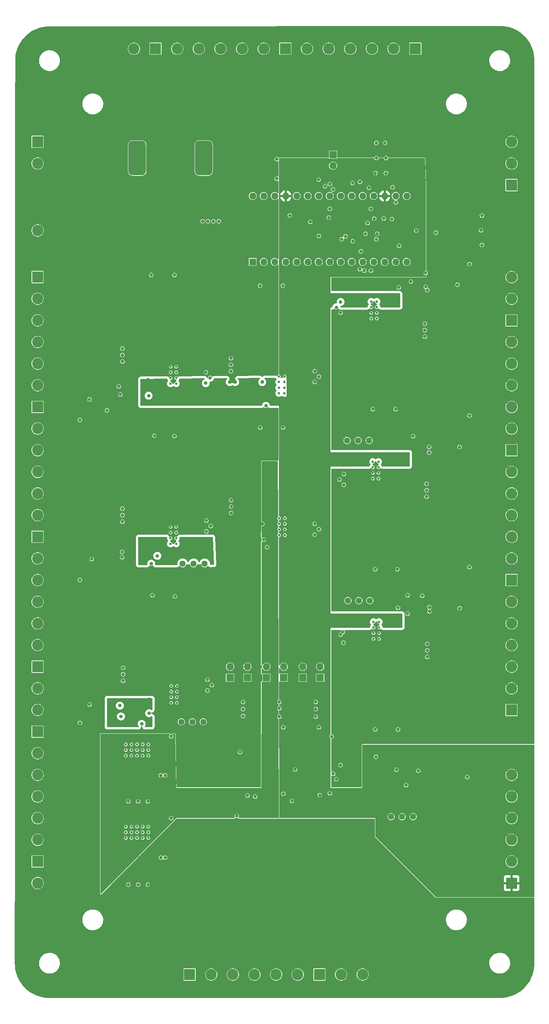
<source format=gbr>
%TF.GenerationSoftware,KiCad,Pcbnew,7.0.7*%
%TF.CreationDate,2023-09-28T18:20:59+01:00*%
%TF.ProjectId,pipcb,70697063-622e-46b6-9963-61645f706362,rev?*%
%TF.SameCoordinates,Original*%
%TF.FileFunction,Copper,L3,Inr*%
%TF.FilePolarity,Positive*%
%FSLAX46Y46*%
G04 Gerber Fmt 4.6, Leading zero omitted, Abs format (unit mm)*
G04 Created by KiCad (PCBNEW 7.0.7) date 2023-09-28 18:20:59*
%MOMM*%
%LPD*%
G01*
G04 APERTURE LIST*
G04 Aperture macros list*
%AMRoundRect*
0 Rectangle with rounded corners*
0 $1 Rounding radius*
0 $2 $3 $4 $5 $6 $7 $8 $9 X,Y pos of 4 corners*
0 Add a 4 corners polygon primitive as box body*
4,1,4,$2,$3,$4,$5,$6,$7,$8,$9,$2,$3,0*
0 Add four circle primitives for the rounded corners*
1,1,$1+$1,$2,$3*
1,1,$1+$1,$4,$5*
1,1,$1+$1,$6,$7*
1,1,$1+$1,$8,$9*
0 Add four rect primitives between the rounded corners*
20,1,$1+$1,$2,$3,$4,$5,0*
20,1,$1+$1,$4,$5,$6,$7,0*
20,1,$1+$1,$6,$7,$8,$9,0*
20,1,$1+$1,$8,$9,$2,$3,0*%
G04 Aperture macros list end*
%TA.AperFunction,ComponentPad*%
%ADD10R,2.600000X2.600000*%
%TD*%
%TA.AperFunction,ComponentPad*%
%ADD11C,2.600000*%
%TD*%
%TA.AperFunction,ComponentPad*%
%ADD12C,0.600000*%
%TD*%
%TA.AperFunction,ComponentPad*%
%ADD13C,1.440000*%
%TD*%
%TA.AperFunction,ComponentPad*%
%ADD14R,1.700000X1.700000*%
%TD*%
%TA.AperFunction,ComponentPad*%
%ADD15O,1.700000X1.700000*%
%TD*%
%TA.AperFunction,ComponentPad*%
%ADD16RoundRect,1.000000X-1.000000X-3.000000X1.000000X-3.000000X1.000000X3.000000X-1.000000X3.000000X0*%
%TD*%
%TA.AperFunction,ComponentPad*%
%ADD17R,1.600000X1.600000*%
%TD*%
%TA.AperFunction,ComponentPad*%
%ADD18O,1.600000X1.600000*%
%TD*%
%TA.AperFunction,ViaPad*%
%ADD19C,0.800000*%
%TD*%
G04 APERTURE END LIST*
D10*
%TO.N,PS_1*%
%TO.C,J15*%
X87540000Y39750000D03*
D11*
%TO.N,Net-(J15-Pin_2)*%
X82540000Y39750000D03*
%TO.N,GND*%
X77540000Y39750000D03*
%TO.N,Net-(J15-Pin_4)*%
X72540000Y39750000D03*
%TO.N,GND*%
X67540000Y39750000D03*
%TO.N,GPIO1*%
X62540000Y39750000D03*
%TD*%
D12*
%TO.N,GND*%
%TO.C,U14*%
X79040000Y-59550000D03*
X79040000Y-58250000D03*
X79040000Y-56950000D03*
X79040000Y-55650000D03*
X77740000Y-59550000D03*
X77740000Y-58250000D03*
X77740000Y-56950000D03*
X77740000Y-55650000D03*
%TD*%
D13*
%TO.N,unconnected-(RV5-Pad1)*%
%TO.C,RV5*%
X71960000Y-87750000D03*
%TO.N,Net-(R46-Pad1)*%
X74500000Y-87750000D03*
%TO.N,/power_rails/rail6/FB*%
X77040000Y-87750000D03*
%TD*%
D14*
%TO.N,Net-(JP5-A)*%
%TO.C,JP5*%
X65540000Y-105550000D03*
D15*
%TO.N,Net-(JP5-B)*%
X65540000Y-103010000D03*
%TD*%
D10*
%TO.N,PS_1*%
%TO.C,J13*%
X109790000Y8250000D03*
D11*
%TO.N,TEMP_SENSOR*%
X109790000Y13250000D03*
%TO.N,GND*%
X109790000Y18250000D03*
%TD*%
D10*
%TO.N,VALVE1_IN*%
%TO.C,J14*%
X290000Y-118000000D03*
D11*
%TO.N,GND*%
X290000Y-123000000D03*
%TO.N,VALVE1_OUT*%
X290000Y-128000000D03*
%TO.N,GND*%
X290000Y-133000000D03*
%TO.N,VALVE2_IN*%
X290000Y-138000000D03*
%TO.N,GND*%
X290000Y-143000000D03*
%TD*%
D10*
%TO.N,RAIL2+*%
%TO.C,J10*%
X109790000Y-23000000D03*
D11*
%TO.N,GND*%
X109790000Y-18000000D03*
%TO.N,RAIL2_EN*%
X109790000Y-13000000D03*
%TD*%
D12*
%TO.N,GND*%
%TO.C,U16*%
X79180000Y-96550000D03*
X79180000Y-95250000D03*
X79180000Y-93950000D03*
X79180000Y-92650000D03*
X77880000Y-96550000D03*
X77880000Y-95250000D03*
X77880000Y-93950000D03*
X77880000Y-92650000D03*
%TD*%
D10*
%TO.N,GND*%
%TO.C,J18*%
X27540000Y39750000D03*
D11*
X22540000Y39750000D03*
%TD*%
D13*
%TO.N,unconnected-(RV3-Pad1)*%
%TO.C,RV3*%
X71790000Y-50750000D03*
%TO.N,Net-(R40-Pad1)*%
X74330000Y-50750000D03*
%TO.N,/power_rails/rail4/FB*%
X76870000Y-50750000D03*
%TD*%
D12*
%TO.N,GND*%
%TO.C,U13*%
X31000000Y-70700000D03*
X31000000Y-72000000D03*
X31000000Y-73300000D03*
X31000000Y-74600000D03*
X32300000Y-70700000D03*
X32300000Y-72000000D03*
X32300000Y-73300000D03*
X32300000Y-74600000D03*
%TD*%
D10*
%TO.N,RAIL1+*%
%TO.C,J2*%
X290000Y-13000000D03*
D11*
%TO.N,GND*%
X290000Y-18000000D03*
%TO.N,RAIL1+*%
X290000Y-23000000D03*
%TO.N,GND*%
X290000Y-28000000D03*
%TO.N,RAIL1+*%
X290000Y-33000000D03*
%TO.N,GND*%
X290000Y-38000000D03*
%TD*%
D10*
%TO.N,PS_1*%
%TO.C,J12*%
X109790000Y-153000000D03*
D11*
%TO.N,PS_2*%
X109790000Y-148000000D03*
%TO.N,PS_TRIGGER*%
X109790000Y-143000000D03*
%TO.N,GND*%
X109790000Y-138000000D03*
%TO.N,PS_RAW_OUT*%
X109790000Y-133000000D03*
%TO.N,GND*%
X109790000Y-128000000D03*
%TD*%
D10*
%TO.N,RAIL6+*%
%TO.C,J1*%
X109790000Y-113000000D03*
D11*
%TO.N,GND*%
X109790000Y-108000000D03*
%TO.N,RAIL6+*%
X109790000Y-103000000D03*
%TO.N,GND*%
X109790000Y-98000000D03*
%TO.N,RAIL6+*%
X109790000Y-93000000D03*
%TO.N,GND*%
X109790000Y-88000000D03*
%TD*%
D14*
%TO.N,Net-(A1-A4)*%
%TO.C,J9*%
X68540000Y15275000D03*
D15*
%TO.N,Net-(A1-A5)*%
X68540000Y12735000D03*
%TD*%
D14*
%TO.N,Net-(JP1-A)*%
%TO.C,JP2*%
X44740000Y-105550000D03*
D15*
%TO.N,Net-(JP2-B)*%
X44740000Y-103010000D03*
%TD*%
D10*
%TO.N,RAIL1_EN*%
%TO.C,J5*%
X290000Y-43000000D03*
D11*
%TO.N,RAIL3+*%
X290000Y-48000000D03*
%TO.N,GND*%
X290000Y-53000000D03*
%TO.N,RAIL3+*%
X290000Y-58000000D03*
%TO.N,GND*%
X290000Y-63000000D03*
%TO.N,RAIL3+*%
X290000Y-68000000D03*
%TD*%
D12*
%TO.N,GND*%
%TO.C,U18*%
X56040000Y-35950000D03*
X56040000Y-37250000D03*
X56040000Y-38550000D03*
X56040000Y-39850000D03*
X57340000Y-35950000D03*
X57340000Y-37250000D03*
X57340000Y-38550000D03*
X57340000Y-39850000D03*
%TD*%
%TO.N,GND*%
%TO.C,U15*%
X31165000Y-107450000D03*
X31165000Y-108750000D03*
X31165000Y-110050000D03*
X31165000Y-111350000D03*
X32465000Y-107450000D03*
X32465000Y-108750000D03*
X32465000Y-110050000D03*
X32465000Y-111350000D03*
%TD*%
D10*
%TO.N,RAIL5+*%
%TO.C,J11*%
X290000Y-103000000D03*
D11*
%TO.N,GND*%
X290000Y-108000000D03*
%TO.N,RAIL5_EN*%
X290000Y-113000000D03*
%TD*%
D12*
%TO.N,GND*%
%TO.C,U3*%
X20665000Y-142550000D03*
X21965000Y-142550000D03*
X23265000Y-142550000D03*
X24565000Y-142550000D03*
X25865000Y-142550000D03*
X20665000Y-141250000D03*
X21965000Y-141250000D03*
X23265000Y-141250000D03*
X24565000Y-141250000D03*
X25865000Y-141250000D03*
X20665000Y-139950000D03*
X21965000Y-139950000D03*
X23265000Y-139950000D03*
X24565000Y-139950000D03*
X25865000Y-139950000D03*
%TD*%
D14*
%TO.N,Net-(JP1-A)*%
%TO.C,JP1*%
X48740000Y-105550000D03*
D15*
%TO.N,Net-(JP1-B)*%
X48740000Y-103010000D03*
%TD*%
D13*
%TO.N,unconnected-(RV4-Pad1)*%
%TO.C,RV4*%
X38580000Y-115750000D03*
%TO.N,Net-(R43-Pad1)*%
X36040000Y-115750000D03*
%TO.N,/power_rails/rail5/FB*%
X33500000Y-115750000D03*
%TD*%
D12*
%TO.N,GND*%
%TO.C,U11*%
X31000000Y-33700000D03*
X31000000Y-35000000D03*
X31000000Y-36300000D03*
X31000000Y-37600000D03*
X32300000Y-33700000D03*
X32300000Y-35000000D03*
X32300000Y-36300000D03*
X32300000Y-37600000D03*
%TD*%
D10*
%TO.N,LED1_OUT+*%
%TO.C,J19*%
X35390000Y-174120000D03*
D11*
%TO.N,LED1_OUT-*%
X40390000Y-174120000D03*
%TO.N,LED1_CONTROL*%
X45390000Y-174120000D03*
%TO.N,LED2_OUT+*%
X50390000Y-174120000D03*
%TO.N,LED2_OUT-*%
X55390000Y-174120000D03*
%TO.N,LED2_CONTROL*%
X60390000Y-174120000D03*
%TD*%
D13*
%TO.N,unconnected-(RV2-Pad1)*%
%TO.C,RV2*%
X38870000Y-79250000D03*
%TO.N,Net-(R37-Pad1)*%
X36330000Y-79250000D03*
%TO.N,/power_rails/rail3/FB*%
X33790000Y-79250000D03*
%TD*%
D12*
%TO.N,GND*%
%TO.C,U17*%
X56096250Y-68700000D03*
X56096250Y-70000000D03*
X56096250Y-71300000D03*
X56096250Y-72600000D03*
X57396250Y-68700000D03*
X57396250Y-70000000D03*
X57396250Y-71300000D03*
X57396250Y-72600000D03*
%TD*%
D10*
%TO.N,VALVE2_OUT*%
%TO.C,J16*%
X290000Y-148000000D03*
D11*
%TO.N,GND*%
X290000Y-153000000D03*
%TD*%
D10*
%TO.N,LED3_OUT+*%
%TO.C,J20*%
X65390000Y-174120000D03*
D11*
%TO.N,LED3_OUT-*%
X70390000Y-174120000D03*
%TO.N,LED3_CONTROL*%
X75390000Y-174120000D03*
%TD*%
D12*
%TO.N,GND*%
%TO.C,U12*%
X78640000Y-22550000D03*
X78640000Y-21250000D03*
X78640000Y-19950000D03*
X78640000Y-18650000D03*
X77340000Y-22550000D03*
X77340000Y-21250000D03*
X77340000Y-19950000D03*
X77340000Y-18650000D03*
%TD*%
%TO.N,GND*%
%TO.C,U2*%
X20665000Y-123550000D03*
X21965000Y-123550000D03*
X23265000Y-123550000D03*
X24565000Y-123550000D03*
X25865000Y-123550000D03*
X20665000Y-122250000D03*
X21965000Y-122250000D03*
X23265000Y-122250000D03*
X24565000Y-122250000D03*
X25865000Y-122250000D03*
X20665000Y-120950000D03*
X21965000Y-120950000D03*
X23265000Y-120950000D03*
X24565000Y-120950000D03*
X25865000Y-120950000D03*
%TD*%
D14*
%TO.N,Net-(JP3-A)*%
%TO.C,JP4*%
X53140000Y-105550000D03*
D15*
%TO.N,Net-(JP4-B)*%
X53140000Y-103010000D03*
%TD*%
D16*
%TO.N,+VDC*%
%TO.C,SW1*%
X23290000Y14500000D03*
%TO.N,Net-(SW1-B)*%
X38690000Y14500000D03*
%TD*%
D17*
%TO.N,unconnected-(A1-D1{slash}TX-Pad1)*%
%TO.C,A1*%
X50000000Y-9500000D03*
D18*
%TO.N,unconnected-(A1-D0{slash}RX-Pad2)*%
X52540000Y-9500000D03*
%TO.N,unconnected-(A1-~{RESET}-Pad3)*%
X55080000Y-9500000D03*
%TO.N,GND*%
X57620000Y-9500000D03*
%TO.N,TEMP_SENSOR*%
X60160000Y-9500000D03*
%TO.N,PELTIER_CONTROL*%
X62700000Y-9500000D03*
%TO.N,FLIPPER_ENABLE*%
X65240000Y-9500000D03*
%TO.N,FLIPPER_OUT*%
X67780000Y-9500000D03*
%TO.N,GPIO5*%
X70320000Y-9500000D03*
%TO.N,GPIO6*%
X72860000Y-9500000D03*
%TO.N,LED_STATUS*%
X75400000Y-9500000D03*
%TO.N,LED_WARNING*%
X77940000Y-9500000D03*
%TO.N,OVERHEAT*%
X80480000Y-9500000D03*
%TO.N,GPIO1*%
X83020000Y-9500000D03*
%TO.N,GPIO2*%
X85560000Y-9500000D03*
%TO.N,GPIO3*%
X85560000Y5740000D03*
%TO.N,unconnected-(A1-3V3-Pad17)*%
X83020000Y5740000D03*
%TO.N,PS_1*%
X80480000Y5740000D03*
%TO.N,CURRENT_ADC*%
X77940000Y5740000D03*
%TO.N,LED1_CURR*%
X75400000Y5740000D03*
%TO.N,LED2_CURR*%
X72860000Y5740000D03*
%TO.N,LED3_CURR*%
X70320000Y5740000D03*
%TO.N,Net-(A1-A4)*%
X67780000Y5740000D03*
%TO.N,Net-(A1-A5)*%
X65240000Y5740000D03*
%TO.N,24_V_ADC*%
X62700000Y5740000D03*
%TO.N,GPIO4*%
X60160000Y5740000D03*
%TO.N,PS_1*%
X57620000Y5740000D03*
%TO.N,unconnected-(A1-~{RESET}-Pad28)*%
X55080000Y5740000D03*
%TO.N,GND*%
X52540000Y5740000D03*
%TO.N,unconnected-(A1-VIN-Pad30)*%
X50000000Y5740000D03*
%TD*%
D10*
%TO.N,+VDC*%
%TO.C,J3*%
X290000Y18250000D03*
D11*
%TO.N,GND*%
X290000Y13250000D03*
%TD*%
D10*
%TO.N,GPIO2*%
%TO.C,J17*%
X57540000Y39750000D03*
D11*
%TO.N,GPIO3*%
X52540000Y39750000D03*
%TO.N,GPIO4*%
X47540000Y39750000D03*
%TO.N,GPIO5*%
X42540000Y39750000D03*
%TO.N,GPIO6*%
X37540000Y39750000D03*
%TO.N,Net-(J17-Pin_6)*%
X32540000Y39750000D03*
%TD*%
D10*
%TO.N,RAIL6_EN*%
%TO.C,J4*%
X109790000Y-83000000D03*
D11*
%TO.N,RAIL4+*%
X109790000Y-78000000D03*
%TO.N,GND*%
X109790000Y-73000000D03*
%TO.N,RAIL4+*%
X109790000Y-68000000D03*
%TO.N,GND*%
X109790000Y-63000000D03*
%TO.N,RAIL4+*%
X109790000Y-58000000D03*
%TD*%
D10*
%TO.N,GND*%
%TO.C,J8*%
X290000Y-73000000D03*
D11*
%TO.N,RAIL3_EN*%
X290000Y-78000000D03*
%TO.N,RAIL5+*%
X290000Y-83000000D03*
%TO.N,GND*%
X290000Y-88000000D03*
%TO.N,RAIL5+*%
X290000Y-93000000D03*
%TO.N,GND*%
X290000Y-98000000D03*
%TD*%
D10*
%TO.N,GND*%
%TO.C,J7*%
X109790000Y-53000000D03*
D11*
%TO.N,RAIL4_EN*%
X109790000Y-48000000D03*
%TO.N,RAIL2+*%
X109790000Y-43000000D03*
%TO.N,GND*%
X109790000Y-38000000D03*
%TO.N,RAIL2+*%
X109790000Y-33000000D03*
%TO.N,GND*%
X109790000Y-28000000D03*
%TD*%
D14*
%TO.N,Net-(JP3-A)*%
%TO.C,JP3*%
X57140000Y-105550000D03*
D15*
%TO.N,Net-(JP3-B)*%
X57140000Y-103010000D03*
%TD*%
D10*
%TO.N,+24V*%
%TO.C,J6*%
X290000Y2750000D03*
D11*
%TO.N,PELTIER_OUT*%
X290000Y-2250000D03*
%TD*%
D14*
%TO.N,Net-(JP5-A)*%
%TO.C,JP6*%
X61540000Y-105550000D03*
D15*
%TO.N,Net-(JP6-B)*%
X61540000Y-103010000D03*
%TD*%
D13*
%TO.N,Net-(R17-Pad2)*%
%TO.C,RV1*%
X87040000Y-137650000D03*
%TO.N,GND*%
X84500000Y-137650000D03*
X81960000Y-137650000D03*
%TD*%
D19*
%TO.N,GPIO5*%
X70540000Y-4250000D03*
%TO.N,PS_1*%
X84290000Y-55750000D03*
X80190000Y-131550000D03*
X58040000Y-25250000D03*
X17140000Y-115400000D03*
X85789995Y-86525844D03*
X85790000Y-90750000D03*
X56540000Y-25250000D03*
X81465500Y2750000D03*
X86540000Y-14025000D03*
X26040000Y-110500000D03*
X83290000Y-19000000D03*
X60000000Y-4874500D03*
X83790000Y-93250000D03*
X25231589Y-79191589D03*
X52540000Y-73650000D03*
X25040000Y-42250000D03*
X58040000Y-26500000D03*
X56540000Y-26500000D03*
X26540000Y-73500000D03*
X87040000Y-49775000D03*
X57540000Y-43750000D03*
X52040000Y-40750000D03*
X25790000Y-36750000D03*
X60846250Y-77750000D03*
%TO.N,+24V*%
X83040000Y-95250000D03*
X88750000Y-21250000D03*
X43040000Y-86500000D03*
X20890000Y-35000000D03*
X20890000Y-72000000D03*
X43040000Y-89500000D03*
X92290000Y-1250000D03*
X27140000Y-35000000D03*
X42040000Y-85750000D03*
X90400000Y-58250000D03*
X52236250Y-70000000D03*
X63290000Y20750000D03*
X43040000Y-91000000D03*
X42040000Y-88750000D03*
X26981303Y-108357321D03*
X42040000Y-87250000D03*
X63290000Y15750000D03*
X64540000Y17000000D03*
X89150000Y-58250000D03*
X42040000Y-91750000D03*
X43040000Y-82000000D03*
X19640000Y-35000000D03*
X19805000Y-108750000D03*
X64540000Y18250000D03*
X44736250Y-70000000D03*
X90540000Y-95250000D03*
X43040000Y-88000000D03*
X89290000Y-95250000D03*
X63290000Y17000000D03*
X42040000Y-81250000D03*
X19640000Y-72000000D03*
X82500000Y-21250000D03*
X43040000Y-85000000D03*
X64450038Y20613984D03*
X62040000Y20750000D03*
X64540000Y19500000D03*
X45930000Y-37250000D03*
X43040000Y-92500000D03*
X63290000Y18250000D03*
X62040000Y18250000D03*
X27289500Y-72000000D03*
X52180000Y-37250000D03*
X63290000Y19500000D03*
X42040000Y-84250000D03*
X45986250Y-70000000D03*
X42040000Y-90250000D03*
X42040000Y-82750000D03*
X21055000Y-108750000D03*
X82900000Y-58250000D03*
X44680000Y-37250000D03*
X90000000Y-21250000D03*
X43040000Y-83500000D03*
X62040000Y19500000D03*
X64540000Y15750000D03*
%TO.N,GPIO4*%
X66676301Y7988767D03*
%TO.N,GPIO3*%
X83040000Y4250000D03*
X68540000Y7250000D03*
%TO.N,GPIO2*%
X76540000Y-500000D03*
X67790000Y2750000D03*
%TO.N,GPIO1*%
X83790000Y-5750000D03*
%TO.N,24_V_ADC*%
X78040000Y500000D03*
X80264333Y538931D03*
X87750000Y-2250000D03*
%TO.N,CURRENT_ADC*%
X76824695Y7650733D03*
X65215499Y9500000D03*
%TO.N,PELTIER_CONTROL*%
X74725500Y9000000D03*
X67514500Y750000D03*
X63290000Y-250000D03*
X73026999Y8750000D03*
%TO.N,Net-(A1-A5)*%
X67790000Y8500000D03*
%TO.N,GND*%
X39140000Y-37500000D03*
X40890000Y-100000D03*
X40290000Y-70500000D03*
X19890000Y-32500000D03*
X55540000Y9750000D03*
X44930000Y-34750000D03*
X89943713Y-15208891D03*
X19890000Y-29500000D03*
X99540000Y-128500000D03*
X90150000Y-62250000D03*
X23515000Y-153362500D03*
X39290000Y-69250000D03*
X29765000Y-128112500D03*
X32040000Y-86750000D03*
X19540000Y-114500000D03*
X70289647Y-95575459D03*
X28765000Y-128112500D03*
X70040000Y-59750000D03*
X31890000Y-12500000D03*
X56986250Y-47750000D03*
X39290000Y-71750000D03*
X100040000Y-80000000D03*
X40540000Y-107250000D03*
X20055000Y-106250000D03*
X44986250Y-67500000D03*
X64290000Y-37250000D03*
X44986250Y-66000000D03*
X21265000Y-153362500D03*
X57040000Y-132375500D03*
X102940000Y1200000D03*
X25765000Y-134112500D03*
X21265000Y-134112500D03*
X83540000Y-117500000D03*
X51736250Y-47750000D03*
X39540000Y-108500000D03*
X71040000Y-58500000D03*
X31140000Y-138000000D03*
X53040000Y-42750000D03*
X56140000Y-114550000D03*
X89750000Y-25250000D03*
X19890000Y-69500000D03*
X31890000Y-49750000D03*
X19819977Y-77720023D03*
X78440000Y-123800000D03*
X69290000Y-20000000D03*
X90745897Y-52227822D03*
X71040000Y-61000000D03*
X47740000Y-114400000D03*
X64540000Y-111150000D03*
X64290000Y-72500000D03*
X56930000Y-15000000D03*
X58540000Y1250000D03*
X70290000Y-21250000D03*
X19890000Y-66500000D03*
X77250000Y2750000D03*
X10040000Y-83000000D03*
X20055000Y-103250000D03*
X29765000Y-147112500D03*
X25765000Y-153362500D03*
X100040000Y-10000000D03*
X100040000Y-45000000D03*
X89750000Y-26750000D03*
X78290000Y-117500000D03*
X89750000Y-23750000D03*
X47740000Y-111150000D03*
X90290000Y-99250000D03*
X83400000Y-80500000D03*
X92290000Y-2750000D03*
X102740000Y-2200000D03*
X70914500Y-97467303D03*
X51680000Y-15000000D03*
X55540000Y14250000D03*
X23515000Y-134112500D03*
X39640000Y-100000D03*
X31140000Y-119112500D03*
X64290000Y-34750000D03*
X90790000Y-89250000D03*
X88190000Y-127050000D03*
X26540000Y-12500000D03*
X27289500Y-49649507D03*
X10040000Y-116000000D03*
X64540000Y-114550000D03*
X70790000Y-95000000D03*
X44930000Y-31750000D03*
X19890000Y-68000000D03*
X56140000Y-112600000D03*
X28765000Y-147112500D03*
X48790000Y-132750000D03*
X44986250Y-64500000D03*
X42140000Y-100000D03*
X65474117Y-132684117D03*
X78290000Y-80500000D03*
X65290000Y-71250000D03*
X56140000Y-111150000D03*
X77750000Y-43500000D03*
X26805000Y-86500000D03*
X90150000Y-60750000D03*
X90290000Y-100750000D03*
X90290000Y-97750000D03*
X19397798Y-40127835D03*
X19890000Y-31000000D03*
X38390000Y-100000D03*
X44930000Y-33250000D03*
X39540000Y-106000000D03*
X10040000Y-46000000D03*
X90150000Y-63750000D03*
X39140000Y-35000000D03*
X65290000Y-36000000D03*
X102940000Y-5600000D03*
X20055000Y-104750000D03*
X53290000Y-75400000D03*
X40140000Y-36250000D03*
X70290000Y-18750000D03*
X47740000Y-112800000D03*
X64290000Y-70000000D03*
X64540000Y-112800000D03*
X83000000Y-43500000D03*
%TO.N,VALVE_12V*%
X54790000Y-76400000D03*
X54790000Y-75150000D03*
X54790000Y-77650000D03*
X26996250Y-138793750D03*
X53040000Y-60500000D03*
X54790000Y-60500000D03*
X53040000Y-59000000D03*
X54790000Y-59000000D03*
X26790000Y-119750000D03*
%TO.N,Net-(D2-A)*%
X80790000Y14500000D03*
X78540000Y14500000D03*
%TO.N,Net-(D4-A)*%
X80740000Y11000000D03*
X78340000Y11000000D03*
%TO.N,PS_RAW_OUT*%
X85414500Y-130356424D03*
X83190000Y-126800000D03*
%TO.N,LED1_CONTROL*%
X47040000Y-122750000D03*
X46290000Y-137500000D03*
%TO.N,LED2_CONTROL*%
X59790000Y-126750000D03*
X57040000Y-117000000D03*
%TO.N,RAIL1_PG*%
X16340000Y-43800000D03*
X25940000Y-40400000D03*
%TO.N,RAIL2_EN*%
X97290000Y-14750000D03*
X90304405Y-16032909D03*
%TO.N,RAIL2_PG*%
X83740000Y-15400000D03*
X89940000Y-12000000D03*
%TO.N,RAIL3_EN*%
X12789500Y-78150844D03*
X19790000Y-76500000D03*
%TO.N,RAIL3_PG*%
X26540000Y-79200000D03*
X27940000Y-77400000D03*
%TO.N,RAIL4_EN*%
X90745897Y-53522178D03*
X97790000Y-52250000D03*
%TO.N,RAIL5_EN*%
X12290000Y-111750000D03*
X19290000Y-112000000D03*
%TO.N,RAIL5_PG*%
X26040000Y-113750000D03*
X24340000Y-116200000D03*
%TO.N,RAIL6_EN*%
X97790000Y-89500000D03*
X90790000Y-90250000D03*
%TO.N,RAIL6_PG*%
X89140000Y-86600000D03*
X83540000Y-89400000D03*
%TO.N,LED1_CURR*%
X74976276Y-7063724D03*
X68565999Y-127750000D03*
X50540000Y-133000000D03*
X74731845Y-11174977D03*
%TO.N,LED2_CURR*%
X73098411Y-4691589D03*
X59040000Y-134000000D03*
X69290000Y-129000000D03*
X75790000Y-11500000D03*
%TO.N,LED3_CURR*%
X70290000Y-125750000D03*
X71421101Y-3574500D03*
X77290000Y-11500000D03*
X67790000Y-132250000D03*
%TO.N,RAIL1_EN*%
X19040000Y-38250000D03*
X12290000Y-41250000D03*
%TO.N,LED3_CONTROL*%
X68215000Y-119136899D03*
X65290000Y-117000000D03*
%TO.N,Net-(D1-A)*%
X78540000Y18000000D03*
X80540000Y18000000D03*
%TO.N,Net-(J15-Pin_2)*%
X78540000Y-4250000D03*
X76040000Y-3000000D03*
X65290000Y-3500000D03*
X82290000Y7750000D03*
%TO.N,Net-(J15-Pin_4)*%
X78758767Y-2968767D03*
X82133767Y406233D03*
%TD*%
%TA.AperFunction,Conductor*%
%TO.N,PS_1*%
G36*
X26733039Y-110269685D02*
G01*
X26778794Y-110322489D01*
X26790000Y-110374000D01*
X26790000Y-112928575D01*
X26770315Y-112995614D01*
X26717511Y-113041369D01*
X26648353Y-113051313D01*
X26593115Y-113028893D01*
X26496756Y-112958884D01*
X26496752Y-112958882D01*
X26322288Y-112881206D01*
X26322286Y-112881205D01*
X26135487Y-112841500D01*
X25944513Y-112841500D01*
X25757714Y-112881205D01*
X25583246Y-112958883D01*
X25428745Y-113071135D01*
X25300959Y-113213057D01*
X25205473Y-113378443D01*
X25205470Y-113378450D01*
X25146459Y-113560068D01*
X25146458Y-113560072D01*
X25126496Y-113750000D01*
X25146458Y-113939928D01*
X25146459Y-113939931D01*
X25205470Y-114121549D01*
X25205473Y-114121556D01*
X25300960Y-114286944D01*
X25428747Y-114428866D01*
X25583248Y-114541118D01*
X25757712Y-114618794D01*
X25944513Y-114658500D01*
X26135487Y-114658500D01*
X26322288Y-114618794D01*
X26496752Y-114541118D01*
X26593115Y-114471105D01*
X26658920Y-114447626D01*
X26726974Y-114463451D01*
X26775669Y-114513557D01*
X26790000Y-114571424D01*
X26790000Y-116876000D01*
X26770315Y-116943039D01*
X26717511Y-116988794D01*
X26666000Y-117000000D01*
X25120692Y-117000000D01*
X25053653Y-116980315D01*
X25007898Y-116927511D01*
X24997954Y-116858353D01*
X25026979Y-116794797D01*
X25028542Y-116793028D01*
X25033680Y-116787320D01*
X25079040Y-116736944D01*
X25174527Y-116571556D01*
X25233542Y-116389928D01*
X25253504Y-116200000D01*
X25233542Y-116010072D01*
X25174527Y-115828444D01*
X25079040Y-115663056D01*
X24951253Y-115521134D01*
X24796752Y-115408882D01*
X24622288Y-115331206D01*
X24622286Y-115331205D01*
X24435487Y-115291500D01*
X24244513Y-115291500D01*
X24057714Y-115331205D01*
X23883246Y-115408883D01*
X23728745Y-115521135D01*
X23600959Y-115663057D01*
X23505473Y-115828443D01*
X23505470Y-115828450D01*
X23446459Y-116010068D01*
X23446458Y-116010072D01*
X23426496Y-116200000D01*
X23446458Y-116389928D01*
X23446459Y-116389931D01*
X23505470Y-116571549D01*
X23505473Y-116571556D01*
X23600960Y-116736944D01*
X23641205Y-116781641D01*
X23651458Y-116793028D01*
X23681688Y-116856020D01*
X23673063Y-116925355D01*
X23628321Y-116979020D01*
X23561668Y-116999978D01*
X23559308Y-117000000D01*
X16414000Y-117000000D01*
X16346961Y-116980315D01*
X16301206Y-116927511D01*
X16290000Y-116876000D01*
X16290000Y-114500000D01*
X18626496Y-114500000D01*
X18646458Y-114689928D01*
X18646459Y-114689931D01*
X18705470Y-114871549D01*
X18705473Y-114871556D01*
X18800960Y-115036944D01*
X18928747Y-115178866D01*
X19083248Y-115291118D01*
X19257712Y-115368794D01*
X19444513Y-115408500D01*
X19635487Y-115408500D01*
X19822288Y-115368794D01*
X19996752Y-115291118D01*
X20151253Y-115178866D01*
X20279040Y-115036944D01*
X20374527Y-114871556D01*
X20433542Y-114689928D01*
X20453504Y-114500000D01*
X20433542Y-114310072D01*
X20374527Y-114128444D01*
X20279040Y-113963056D01*
X20151253Y-113821134D01*
X19996752Y-113708882D01*
X19822288Y-113631206D01*
X19822286Y-113631205D01*
X19635487Y-113591500D01*
X19444513Y-113591500D01*
X19257714Y-113631205D01*
X19083246Y-113708883D01*
X18928745Y-113821135D01*
X18800959Y-113963057D01*
X18705473Y-114128443D01*
X18705470Y-114128450D01*
X18646459Y-114310068D01*
X18646458Y-114310072D01*
X18626496Y-114500000D01*
X16290000Y-114500000D01*
X16290000Y-112000000D01*
X18376496Y-112000000D01*
X18396458Y-112189928D01*
X18396459Y-112189931D01*
X18455470Y-112371549D01*
X18455473Y-112371556D01*
X18550960Y-112536944D01*
X18678747Y-112678866D01*
X18833248Y-112791118D01*
X19007712Y-112868794D01*
X19194513Y-112908500D01*
X19385487Y-112908500D01*
X19572288Y-112868794D01*
X19746752Y-112791118D01*
X19901253Y-112678866D01*
X20029040Y-112536944D01*
X20124527Y-112371556D01*
X20183542Y-112189928D01*
X20203504Y-112000000D01*
X20183542Y-111810072D01*
X20124527Y-111628444D01*
X20029040Y-111463056D01*
X19901253Y-111321134D01*
X19746752Y-111208882D01*
X19572288Y-111131206D01*
X19572286Y-111131205D01*
X19385487Y-111091500D01*
X19194513Y-111091500D01*
X19007714Y-111131205D01*
X18833246Y-111208883D01*
X18678745Y-111321135D01*
X18550959Y-111463057D01*
X18455473Y-111628443D01*
X18455470Y-111628450D01*
X18396459Y-111810068D01*
X18396458Y-111810072D01*
X18376496Y-112000000D01*
X16290000Y-112000000D01*
X16290000Y-110374000D01*
X16309685Y-110306961D01*
X16362489Y-110261206D01*
X16414000Y-110250000D01*
X26666000Y-110250000D01*
X26733039Y-110269685D01*
G37*
%TD.AperFunction*%
%TD*%
%TA.AperFunction,Conductor*%
%TO.N,PS_1*%
G36*
X84483039Y-90769685D02*
G01*
X84528794Y-90822489D01*
X84540000Y-90874000D01*
X84540000Y-93876000D01*
X84520315Y-93943039D01*
X84467511Y-93988794D01*
X84416000Y-94000000D01*
X80110063Y-94000000D01*
X80043024Y-93980315D01*
X79997269Y-93927511D01*
X79986843Y-93889883D01*
X79973218Y-93768958D01*
X79973217Y-93768953D01*
X79973216Y-93768953D01*
X79913043Y-93596985D01*
X79816111Y-93442719D01*
X79761073Y-93387681D01*
X79727588Y-93326358D01*
X79732572Y-93256666D01*
X79761073Y-93212319D01*
X79761073Y-93212318D01*
X79816111Y-93157281D01*
X79913043Y-93003015D01*
X79973217Y-92831047D01*
X79993616Y-92650000D01*
X79973217Y-92468953D01*
X79913043Y-92296985D01*
X79816111Y-92142719D01*
X79687281Y-92013889D01*
X79533015Y-91916957D01*
X79478693Y-91897949D01*
X79361046Y-91856782D01*
X79361041Y-91856781D01*
X79180004Y-91836384D01*
X79179996Y-91836384D01*
X78998958Y-91856781D01*
X78998953Y-91856782D01*
X78826982Y-91916958D01*
X78672720Y-92013888D01*
X78617679Y-92068928D01*
X78556355Y-92102412D01*
X78486664Y-92097426D01*
X78442318Y-92068926D01*
X78387281Y-92013889D01*
X78233017Y-91916958D01*
X78233016Y-91916957D01*
X78233015Y-91916957D01*
X78178693Y-91897949D01*
X78061046Y-91856782D01*
X78061041Y-91856781D01*
X77880004Y-91836384D01*
X77879996Y-91836384D01*
X77698958Y-91856781D01*
X77698953Y-91856782D01*
X77526982Y-91916958D01*
X77372718Y-92013889D01*
X77243889Y-92142718D01*
X77146958Y-92296982D01*
X77086782Y-92468953D01*
X77086781Y-92468958D01*
X77066384Y-92649996D01*
X77066384Y-92650003D01*
X77086781Y-92831041D01*
X77086782Y-92831046D01*
X77146958Y-93003017D01*
X77243889Y-93157281D01*
X77298927Y-93212319D01*
X77332412Y-93273642D01*
X77327428Y-93343334D01*
X77298927Y-93387681D01*
X77243889Y-93442718D01*
X77146958Y-93596982D01*
X77086782Y-93768953D01*
X77086781Y-93768958D01*
X77073157Y-93889883D01*
X77046091Y-93954297D01*
X76988496Y-93993853D01*
X76949937Y-94000000D01*
X64790000Y-94000000D01*
X64790000Y-90750000D01*
X68000000Y-90750000D01*
X84416000Y-90750000D01*
X84483039Y-90769685D01*
G37*
%TD.AperFunction*%
%TD*%
%TA.AperFunction,Conductor*%
%TO.N,PS_1*%
G36*
X86233039Y-53519685D02*
G01*
X86278794Y-53572489D01*
X86290000Y-53624000D01*
X86290000Y-56626000D01*
X86270315Y-56693039D01*
X86217511Y-56738794D01*
X86166000Y-56750000D01*
X79914568Y-56750000D01*
X79847529Y-56730315D01*
X79801774Y-56677511D01*
X79797526Y-56666954D01*
X79773042Y-56596983D01*
X79690000Y-56464823D01*
X79676111Y-56442719D01*
X79621072Y-56387680D01*
X79587588Y-56326358D01*
X79592572Y-56256666D01*
X79621073Y-56212319D01*
X79621075Y-56212317D01*
X79676111Y-56157281D01*
X79773043Y-56003015D01*
X79833217Y-55831047D01*
X79853616Y-55650000D01*
X79833217Y-55468953D01*
X79773043Y-55296985D01*
X79676111Y-55142719D01*
X79547281Y-55013889D01*
X79393015Y-54916957D01*
X79338693Y-54897949D01*
X79221046Y-54856782D01*
X79221041Y-54856781D01*
X79040004Y-54836384D01*
X79039996Y-54836384D01*
X78858958Y-54856781D01*
X78858953Y-54856782D01*
X78686982Y-54916958D01*
X78532720Y-55013888D01*
X78477680Y-55068928D01*
X78416356Y-55102412D01*
X78346664Y-55097427D01*
X78302322Y-55068930D01*
X78247281Y-55013889D01*
X78093015Y-54916957D01*
X78038693Y-54897949D01*
X77921046Y-54856782D01*
X77921041Y-54856781D01*
X77740004Y-54836384D01*
X77739996Y-54836384D01*
X77558958Y-54856781D01*
X77558953Y-54856782D01*
X77386982Y-54916958D01*
X77232718Y-55013889D01*
X77103889Y-55142718D01*
X77006958Y-55296982D01*
X76946782Y-55468953D01*
X76946781Y-55468958D01*
X76926384Y-55649996D01*
X76926384Y-55650003D01*
X76946781Y-55831041D01*
X76946782Y-55831046D01*
X76987949Y-55948693D01*
X77006957Y-56003015D01*
X77103889Y-56157281D01*
X77158929Y-56212321D01*
X77192412Y-56273640D01*
X77187428Y-56343332D01*
X77158928Y-56387680D01*
X77103888Y-56442720D01*
X77006957Y-56596983D01*
X76982474Y-56666954D01*
X76941752Y-56723730D01*
X76876799Y-56749478D01*
X76865432Y-56750000D01*
X66540000Y-56750000D01*
X66540000Y-53500000D01*
X68000000Y-53500000D01*
X86166000Y-53500000D01*
X86233039Y-53519685D01*
G37*
%TD.AperFunction*%
%TD*%
%TA.AperFunction,Conductor*%
%TO.N,PS_1*%
G36*
X55283354Y-36288251D02*
G01*
X55322083Y-36327088D01*
X55403889Y-36457281D01*
X55458927Y-36512319D01*
X55492412Y-36573642D01*
X55487428Y-36643334D01*
X55458927Y-36687681D01*
X55403889Y-36742718D01*
X55306958Y-36896982D01*
X55246782Y-37068953D01*
X55246781Y-37068958D01*
X55226384Y-37249996D01*
X55226384Y-37250003D01*
X55246781Y-37431041D01*
X55246782Y-37431046D01*
X55306958Y-37603017D01*
X55318607Y-37621556D01*
X55403889Y-37757281D01*
X55458929Y-37812321D01*
X55492412Y-37873640D01*
X55487428Y-37943332D01*
X55458928Y-37987680D01*
X55403888Y-38042720D01*
X55306958Y-38196982D01*
X55246782Y-38368953D01*
X55246781Y-38368958D01*
X55226384Y-38549996D01*
X55226384Y-38550003D01*
X55246781Y-38731041D01*
X55246782Y-38731046D01*
X55306958Y-38903017D01*
X55403889Y-39057281D01*
X55458927Y-39112319D01*
X55492412Y-39173642D01*
X55487428Y-39243334D01*
X55458927Y-39287681D01*
X55403889Y-39342718D01*
X55306958Y-39496982D01*
X55246782Y-39668953D01*
X55246781Y-39668958D01*
X55226384Y-39849996D01*
X55226384Y-39850003D01*
X55246781Y-40031041D01*
X55246782Y-40031046D01*
X55306958Y-40203017D01*
X55311391Y-40210072D01*
X55403889Y-40357281D01*
X55532719Y-40486111D01*
X55686985Y-40583043D01*
X55858953Y-40643217D01*
X55858958Y-40643218D01*
X56039996Y-40663616D01*
X56040000Y-40663616D01*
X56040004Y-40663616D01*
X56221041Y-40643218D01*
X56221044Y-40643217D01*
X56221047Y-40643217D01*
X56393015Y-40583043D01*
X56547281Y-40486111D01*
X56602319Y-40431073D01*
X56663642Y-40397588D01*
X56733334Y-40402572D01*
X56777681Y-40431073D01*
X56832719Y-40486111D01*
X56986985Y-40583043D01*
X57158953Y-40643217D01*
X57158958Y-40643218D01*
X57339996Y-40663616D01*
X57340000Y-40663616D01*
X57340004Y-40663616D01*
X57521041Y-40643218D01*
X57521044Y-40643217D01*
X57521047Y-40643217D01*
X57693015Y-40583043D01*
X57790000Y-40522103D01*
X57790000Y-42750000D01*
X54065154Y-42750000D01*
X53998115Y-42730315D01*
X53952360Y-42677511D01*
X53941833Y-42638965D01*
X53933542Y-42560072D01*
X53874527Y-42378444D01*
X53779040Y-42213056D01*
X53651253Y-42071134D01*
X53496752Y-41958882D01*
X53322288Y-41881206D01*
X53322286Y-41881205D01*
X53135487Y-41841500D01*
X52944513Y-41841500D01*
X52757714Y-41881205D01*
X52583246Y-41958883D01*
X52428745Y-42071135D01*
X52300959Y-42213057D01*
X52205473Y-42378443D01*
X52205470Y-42378450D01*
X52146459Y-42560068D01*
X52146458Y-42560072D01*
X52138166Y-42638963D01*
X52111582Y-42703576D01*
X52054285Y-42743561D01*
X52014846Y-42750000D01*
X24164000Y-42750000D01*
X24096961Y-42730315D01*
X24051206Y-42677511D01*
X24040000Y-42626000D01*
X24040000Y-40400000D01*
X25026496Y-40400000D01*
X25046458Y-40589928D01*
X25046459Y-40589931D01*
X25105470Y-40771549D01*
X25105473Y-40771556D01*
X25200960Y-40936944D01*
X25328747Y-41078866D01*
X25483248Y-41191118D01*
X25657712Y-41268794D01*
X25844513Y-41308500D01*
X26035487Y-41308500D01*
X26222288Y-41268794D01*
X26396752Y-41191118D01*
X26551253Y-41078866D01*
X26679040Y-40936944D01*
X26774527Y-40771556D01*
X26833542Y-40589928D01*
X26853504Y-40400000D01*
X26833542Y-40210072D01*
X26774527Y-40028444D01*
X26679040Y-39863056D01*
X26551253Y-39721134D01*
X26396752Y-39608882D01*
X26222288Y-39531206D01*
X26222286Y-39531205D01*
X26035487Y-39491500D01*
X25844513Y-39491500D01*
X25657714Y-39531205D01*
X25483246Y-39608883D01*
X25328745Y-39721135D01*
X25200959Y-39863057D01*
X25105473Y-40028443D01*
X25105470Y-40028450D01*
X25048751Y-40203015D01*
X25046458Y-40210072D01*
X25026496Y-40400000D01*
X24040000Y-40400000D01*
X24040000Y-36623085D01*
X24059685Y-36556046D01*
X24112489Y-36510291D01*
X24163079Y-36499088D01*
X30108785Y-36455046D01*
X30175966Y-36474233D01*
X30222111Y-36526696D01*
X30226738Y-36538078D01*
X30243648Y-36586401D01*
X30266957Y-36653016D01*
X30363889Y-36807281D01*
X30418927Y-36862319D01*
X30452412Y-36923642D01*
X30447428Y-36993334D01*
X30418927Y-37037681D01*
X30363889Y-37092718D01*
X30266958Y-37246982D01*
X30206782Y-37418953D01*
X30206781Y-37418958D01*
X30186384Y-37599996D01*
X30186384Y-37600003D01*
X30206781Y-37781041D01*
X30206782Y-37781046D01*
X30243546Y-37886111D01*
X30265325Y-37948352D01*
X30266958Y-37953017D01*
X30337211Y-38064823D01*
X30363889Y-38107281D01*
X30492719Y-38236111D01*
X30646985Y-38333043D01*
X30818953Y-38393217D01*
X30818958Y-38393218D01*
X30999996Y-38413616D01*
X31000000Y-38413616D01*
X31000004Y-38413616D01*
X31181041Y-38393218D01*
X31181044Y-38393217D01*
X31181047Y-38393217D01*
X31353015Y-38333043D01*
X31507281Y-38236111D01*
X31562319Y-38181073D01*
X31623642Y-38147588D01*
X31693334Y-38152572D01*
X31737680Y-38181073D01*
X31792719Y-38236111D01*
X31946985Y-38333043D01*
X32118953Y-38393217D01*
X32118958Y-38393218D01*
X32299996Y-38413616D01*
X32300000Y-38413616D01*
X32300004Y-38413616D01*
X32481041Y-38393218D01*
X32481044Y-38393217D01*
X32481047Y-38393217D01*
X32653015Y-38333043D01*
X32807281Y-38236111D01*
X32936111Y-38107281D01*
X33033043Y-37953015D01*
X33093217Y-37781047D01*
X33095895Y-37757278D01*
X33113616Y-37600003D01*
X33113616Y-37599996D01*
X33093218Y-37418958D01*
X33093217Y-37418953D01*
X33033043Y-37246985D01*
X32936111Y-37092719D01*
X32881073Y-37037681D01*
X32847588Y-36976358D01*
X32852572Y-36906666D01*
X32881073Y-36862319D01*
X32881072Y-36862319D01*
X32936111Y-36807281D01*
X33033043Y-36653015D01*
X33081263Y-36515208D01*
X33121985Y-36458433D01*
X33186938Y-36432685D01*
X33197351Y-36432167D01*
X38814538Y-36390558D01*
X38881718Y-36409746D01*
X38927863Y-36462209D01*
X38938318Y-36531292D01*
X38909765Y-36595061D01*
X38862732Y-36626503D01*
X38863649Y-36628563D01*
X38857713Y-36631205D01*
X38857712Y-36631206D01*
X38683248Y-36708882D01*
X38683246Y-36708883D01*
X38528745Y-36821135D01*
X38400959Y-36963057D01*
X38305473Y-37128443D01*
X38305470Y-37128450D01*
X38246459Y-37310068D01*
X38246458Y-37310072D01*
X38226496Y-37500000D01*
X38246458Y-37689928D01*
X38246459Y-37689931D01*
X38305470Y-37871549D01*
X38305473Y-37871556D01*
X38400960Y-38036944D01*
X38528747Y-38178866D01*
X38683248Y-38291118D01*
X38857712Y-38368794D01*
X39044513Y-38408500D01*
X39235487Y-38408500D01*
X39422288Y-38368794D01*
X39596752Y-38291118D01*
X39751253Y-38178866D01*
X39879040Y-38036944D01*
X39974527Y-37871556D01*
X40033542Y-37689928D01*
X40053504Y-37500000D01*
X40033542Y-37310072D01*
X40033538Y-37310059D01*
X40033161Y-37308282D01*
X40033241Y-37307223D01*
X40032862Y-37303610D01*
X40033522Y-37303540D01*
X40038476Y-37238615D01*
X40080613Y-37182881D01*
X40146192Y-37158775D01*
X40154451Y-37158500D01*
X40235487Y-37158500D01*
X40422288Y-37118794D01*
X40596752Y-37041118D01*
X40751253Y-36928866D01*
X40879040Y-36786944D01*
X40974527Y-36621556D01*
X41027352Y-36458976D01*
X41066788Y-36401304D01*
X41131147Y-36374105D01*
X41144345Y-36373301D01*
X43987913Y-36352237D01*
X44055094Y-36371425D01*
X44101239Y-36423888D01*
X44111694Y-36492971D01*
X44083141Y-36556740D01*
X44071803Y-36568383D01*
X44068743Y-36571137D01*
X43940959Y-36713057D01*
X43845473Y-36878443D01*
X43845470Y-36878450D01*
X43786459Y-37060068D01*
X43786458Y-37060072D01*
X43766496Y-37250000D01*
X43786458Y-37439928D01*
X43786459Y-37439931D01*
X43845470Y-37621549D01*
X43845473Y-37621556D01*
X43940960Y-37786944D01*
X44068747Y-37928866D01*
X44223248Y-38041118D01*
X44397712Y-38118794D01*
X44584513Y-38158500D01*
X44775487Y-38158500D01*
X44962288Y-38118794D01*
X45136752Y-38041118D01*
X45232114Y-37971832D01*
X45297920Y-37948352D01*
X45365974Y-37964177D01*
X45377886Y-37971833D01*
X45473242Y-38041114D01*
X45473243Y-38041115D01*
X45473245Y-38041116D01*
X45473248Y-38041118D01*
X45647712Y-38118794D01*
X45834513Y-38158500D01*
X46025487Y-38158500D01*
X46212288Y-38118794D01*
X46386752Y-38041118D01*
X46541253Y-37928866D01*
X46669040Y-37786944D01*
X46764527Y-37621556D01*
X46823542Y-37439928D01*
X46843504Y-37250000D01*
X46823542Y-37060072D01*
X46764527Y-36878444D01*
X46669040Y-36713056D01*
X46541253Y-36571134D01*
X46522137Y-36557245D01*
X46479472Y-36501914D01*
X46473494Y-36432300D01*
X46506101Y-36370506D01*
X46566941Y-36336150D01*
X46594090Y-36332932D01*
X51564741Y-36296113D01*
X51631918Y-36315299D01*
X51678063Y-36367762D01*
X51688518Y-36436845D01*
X51659965Y-36500614D01*
X51638540Y-36520425D01*
X51568746Y-36571134D01*
X51440959Y-36713057D01*
X51345473Y-36878443D01*
X51345470Y-36878450D01*
X51286459Y-37060068D01*
X51286458Y-37060072D01*
X51266496Y-37250000D01*
X51286458Y-37439928D01*
X51286459Y-37439931D01*
X51345470Y-37621549D01*
X51345473Y-37621556D01*
X51440960Y-37786944D01*
X51568747Y-37928866D01*
X51723248Y-38041118D01*
X51897712Y-38118794D01*
X52084513Y-38158500D01*
X52275487Y-38158500D01*
X52462288Y-38118794D01*
X52636752Y-38041118D01*
X52791253Y-37928866D01*
X52919040Y-37786944D01*
X53014527Y-37621556D01*
X53073542Y-37439928D01*
X53093504Y-37250000D01*
X53073542Y-37060072D01*
X53014527Y-36878444D01*
X52919040Y-36713056D01*
X52791253Y-36571134D01*
X52791251Y-36571132D01*
X52709060Y-36511417D01*
X52666394Y-36456087D01*
X52660415Y-36386474D01*
X52693021Y-36324679D01*
X52753860Y-36290321D01*
X52781012Y-36287103D01*
X55216178Y-36269065D01*
X55283354Y-36288251D01*
G37*
%TD.AperFunction*%
%TD*%
%TA.AperFunction,Conductor*%
%TO.N,+24V*%
G36*
X107671794Y44999244D02*
G01*
X107676087Y44998950D01*
X108210048Y44944058D01*
X108214311Y44943472D01*
X108743321Y44852262D01*
X108747534Y44851387D01*
X109269060Y44724294D01*
X109273198Y44723135D01*
X109784845Y44560746D01*
X109788899Y44559305D01*
X110288278Y44362375D01*
X110292225Y44360660D01*
X110776985Y44130119D01*
X110780805Y44128140D01*
X111248710Y43865051D01*
X111252387Y43862815D01*
X111701253Y43568403D01*
X111704769Y43565921D01*
X112132488Y43241570D01*
X112135826Y43238855D01*
X112540421Y42886068D01*
X112543566Y42883131D01*
X112923131Y42503566D01*
X112926068Y42500421D01*
X113278855Y42095826D01*
X113281570Y42092488D01*
X113605921Y41664769D01*
X113608403Y41661253D01*
X113902815Y41212387D01*
X113905051Y41208710D01*
X114168140Y40740805D01*
X114170119Y40736985D01*
X114400660Y40252225D01*
X114402375Y40248278D01*
X114599305Y39748899D01*
X114600746Y39744845D01*
X114763135Y39233198D01*
X114764294Y39229060D01*
X114847689Y38886850D01*
X114891387Y38707534D01*
X114892262Y38703321D01*
X114983472Y38174311D01*
X114984058Y38170048D01*
X115038950Y37636087D01*
X115039244Y37631794D01*
X115057646Y37093146D01*
X115057646Y-120768500D01*
X115037644Y-120836621D01*
X114983988Y-120883114D01*
X114931646Y-120894500D01*
X75415997Y-120894500D01*
X75393574Y-120896911D01*
X75385015Y-120898773D01*
X75341233Y-120908297D01*
X75341232Y-120908297D01*
X75341229Y-120908298D01*
X75294569Y-120931653D01*
X75240913Y-120978147D01*
X75208776Y-121028154D01*
X75208774Y-121028158D01*
X75188774Y-121096269D01*
X75188774Y-121096271D01*
X75184500Y-121126003D01*
X75184500Y-130768500D01*
X75164498Y-130836621D01*
X75110842Y-130883114D01*
X75058500Y-130894500D01*
X68231500Y-130894500D01*
X68163379Y-130874498D01*
X68116886Y-130820842D01*
X68105500Y-130768500D01*
X68105500Y-129000000D01*
X68784353Y-129000000D01*
X68804835Y-129142457D01*
X68864622Y-129273373D01*
X68864623Y-129273373D01*
X68958873Y-129382144D01*
X68987436Y-129400500D01*
X69079947Y-129459953D01*
X69218039Y-129500500D01*
X69361961Y-129500500D01*
X69500053Y-129459953D01*
X69621128Y-129382143D01*
X69715377Y-129273373D01*
X69775165Y-129142457D01*
X69795647Y-129000000D01*
X69775165Y-128857543D01*
X69715377Y-128726627D01*
X69621128Y-128617857D01*
X69621127Y-128617856D01*
X69621126Y-128617855D01*
X69500053Y-128540047D01*
X69361961Y-128499500D01*
X69218039Y-128499500D01*
X69079946Y-128540047D01*
X68958873Y-128617855D01*
X68864623Y-128726626D01*
X68864623Y-128726627D01*
X68804835Y-128857543D01*
X68784353Y-129000000D01*
X68105500Y-129000000D01*
X68105500Y-128279752D01*
X68125502Y-128211631D01*
X68179158Y-128165138D01*
X68249432Y-128155034D01*
X68299616Y-128173752D01*
X68355946Y-128209953D01*
X68494038Y-128250500D01*
X68637960Y-128250500D01*
X68776052Y-128209953D01*
X68897127Y-128132143D01*
X68991376Y-128023373D01*
X69051164Y-127892457D01*
X69071646Y-127750000D01*
X69051164Y-127607543D01*
X68991376Y-127476627D01*
X68897127Y-127367857D01*
X68897126Y-127367856D01*
X68897125Y-127367855D01*
X68776052Y-127290047D01*
X68637960Y-127249500D01*
X68494038Y-127249500D01*
X68355945Y-127290047D01*
X68299620Y-127326245D01*
X68231499Y-127346247D01*
X68163379Y-127326245D01*
X68116886Y-127272589D01*
X68105500Y-127220247D01*
X68105500Y-125750000D01*
X69784353Y-125750000D01*
X69804835Y-125892456D01*
X69864623Y-126023373D01*
X69958873Y-126132144D01*
X70019409Y-126171048D01*
X70079947Y-126209953D01*
X70218039Y-126250500D01*
X70361961Y-126250500D01*
X70500053Y-126209953D01*
X70621128Y-126132143D01*
X70715377Y-126023373D01*
X70775165Y-125892457D01*
X70795647Y-125750000D01*
X70775165Y-125607543D01*
X70715377Y-125476627D01*
X70621128Y-125367857D01*
X70621127Y-125367856D01*
X70621126Y-125367855D01*
X70500053Y-125290047D01*
X70361961Y-125249500D01*
X70218039Y-125249500D01*
X70079946Y-125290047D01*
X69958873Y-125367855D01*
X69864623Y-125476626D01*
X69804835Y-125607543D01*
X69784353Y-125750000D01*
X68105500Y-125750000D01*
X68105500Y-119763399D01*
X68125502Y-119695278D01*
X68179158Y-119648785D01*
X68231500Y-119637399D01*
X68286961Y-119637399D01*
X68425053Y-119596852D01*
X68546128Y-119519042D01*
X68640377Y-119410272D01*
X68700165Y-119279356D01*
X68720647Y-119136899D01*
X68700165Y-118994442D01*
X68640377Y-118863526D01*
X68546128Y-118754756D01*
X68546127Y-118754755D01*
X68546126Y-118754754D01*
X68425053Y-118676946D01*
X68286961Y-118636399D01*
X68231500Y-118636399D01*
X68163379Y-118616397D01*
X68116886Y-118562741D01*
X68105500Y-118510399D01*
X68105500Y-117500000D01*
X77784353Y-117500000D01*
X77786278Y-117513385D01*
X77804835Y-117642456D01*
X77864623Y-117773373D01*
X77958873Y-117882144D01*
X78019409Y-117921048D01*
X78079947Y-117959953D01*
X78218039Y-118000500D01*
X78361961Y-118000500D01*
X78500053Y-117959953D01*
X78621128Y-117882143D01*
X78715377Y-117773373D01*
X78775165Y-117642457D01*
X78795647Y-117500000D01*
X83034353Y-117500000D01*
X83054835Y-117642456D01*
X83114623Y-117773373D01*
X83208873Y-117882144D01*
X83269409Y-117921048D01*
X83329947Y-117959953D01*
X83468039Y-118000500D01*
X83611961Y-118000500D01*
X83750053Y-117959953D01*
X83871128Y-117882143D01*
X83965377Y-117773373D01*
X84025165Y-117642457D01*
X84045647Y-117500000D01*
X84025165Y-117357543D01*
X83965377Y-117226627D01*
X83871128Y-117117857D01*
X83871127Y-117117856D01*
X83871126Y-117117855D01*
X83750053Y-117040047D01*
X83611961Y-116999500D01*
X83468039Y-116999500D01*
X83329946Y-117040047D01*
X83208873Y-117117855D01*
X83114623Y-117226626D01*
X83054835Y-117357543D01*
X83034353Y-117500000D01*
X78795647Y-117500000D01*
X78775165Y-117357543D01*
X78715377Y-117226627D01*
X78621128Y-117117857D01*
X78621127Y-117117856D01*
X78621126Y-117117855D01*
X78500053Y-117040047D01*
X78361961Y-116999500D01*
X78218039Y-116999500D01*
X78079946Y-117040047D01*
X77958873Y-117117855D01*
X77864623Y-117226626D01*
X77804835Y-117357543D01*
X77785403Y-117492700D01*
X77784353Y-117500000D01*
X68105500Y-117500000D01*
X68105500Y-114309897D01*
X108389500Y-114309897D01*
X108394171Y-114333381D01*
X108395331Y-114339213D01*
X108417543Y-114372457D01*
X108439655Y-114387231D01*
X108450785Y-114394668D01*
X108450787Y-114394669D01*
X108480101Y-114400500D01*
X111099898Y-114400499D01*
X111129213Y-114394669D01*
X111162457Y-114372457D01*
X111184669Y-114339213D01*
X111190500Y-114309899D01*
X111190499Y-111690102D01*
X111184669Y-111660787D01*
X111162457Y-111627543D01*
X111136131Y-111609953D01*
X111129214Y-111605331D01*
X111099899Y-111599500D01*
X108480102Y-111599500D01*
X108450787Y-111605330D01*
X108450787Y-111605331D01*
X108417545Y-111627542D01*
X108417542Y-111627544D01*
X108395331Y-111660785D01*
X108389500Y-111690100D01*
X108389500Y-114309897D01*
X68105500Y-114309897D01*
X68105500Y-108000000D01*
X108384700Y-108000000D01*
X108403866Y-108231308D01*
X108403867Y-108231314D01*
X108460842Y-108456299D01*
X108460844Y-108456303D01*
X108554075Y-108668848D01*
X108622364Y-108773373D01*
X108681021Y-108863153D01*
X108838216Y-109033913D01*
X109021373Y-109176469D01*
X109021374Y-109176470D01*
X109225497Y-109286936D01*
X109225499Y-109286937D01*
X109340754Y-109326504D01*
X109445019Y-109362298D01*
X109673951Y-109400500D01*
X109673955Y-109400500D01*
X109906045Y-109400500D01*
X109906049Y-109400500D01*
X110134981Y-109362298D01*
X110354503Y-109286936D01*
X110558626Y-109176470D01*
X110741784Y-109033913D01*
X110898979Y-108863153D01*
X111025924Y-108668849D01*
X111119157Y-108456300D01*
X111176134Y-108231305D01*
X111195300Y-108000000D01*
X111176134Y-107768695D01*
X111176133Y-107768691D01*
X111176132Y-107768685D01*
X111119157Y-107543700D01*
X111119155Y-107543696D01*
X111110240Y-107523373D01*
X111025924Y-107331151D01*
X110898979Y-107136847D01*
X110741784Y-106966087D01*
X110558626Y-106823530D01*
X110558625Y-106823529D01*
X110354502Y-106713063D01*
X110354500Y-106713062D01*
X110134985Y-106637703D01*
X110134978Y-106637701D01*
X110037000Y-106621352D01*
X109906049Y-106599500D01*
X109673951Y-106599500D01*
X109559383Y-106618618D01*
X109445021Y-106637701D01*
X109445014Y-106637703D01*
X109225499Y-106713062D01*
X109225497Y-106713063D01*
X109021374Y-106823529D01*
X109021373Y-106823530D01*
X108838213Y-106966089D01*
X108681018Y-107136850D01*
X108554075Y-107331151D01*
X108460844Y-107543696D01*
X108460842Y-107543700D01*
X108403867Y-107768685D01*
X108403866Y-107768691D01*
X108384700Y-108000000D01*
X68105500Y-108000000D01*
X68105500Y-103000000D01*
X108384700Y-103000000D01*
X108403866Y-103231308D01*
X108403867Y-103231314D01*
X108460842Y-103456299D01*
X108460844Y-103456303D01*
X108554075Y-103668848D01*
X108642462Y-103804135D01*
X108681021Y-103863153D01*
X108838216Y-104033913D01*
X109021373Y-104176469D01*
X109021374Y-104176470D01*
X109225497Y-104286936D01*
X109225499Y-104286937D01*
X109292380Y-104309897D01*
X109445019Y-104362298D01*
X109673951Y-104400500D01*
X109673955Y-104400500D01*
X109906045Y-104400500D01*
X109906049Y-104400500D01*
X110134981Y-104362298D01*
X110354503Y-104286936D01*
X110558626Y-104176470D01*
X110741784Y-104033913D01*
X110898979Y-103863153D01*
X111025924Y-103668849D01*
X111119157Y-103456300D01*
X111152572Y-103324350D01*
X111176132Y-103231314D01*
X111176133Y-103231308D01*
X111176134Y-103231305D01*
X111195300Y-103000000D01*
X111176134Y-102768695D01*
X111176133Y-102768691D01*
X111176132Y-102768685D01*
X111119157Y-102543700D01*
X111119155Y-102543696D01*
X111025924Y-102331151D01*
X110898981Y-102136850D01*
X110898980Y-102136849D01*
X110898979Y-102136847D01*
X110741784Y-101966087D01*
X110558626Y-101823530D01*
X110558625Y-101823529D01*
X110354502Y-101713063D01*
X110354500Y-101713062D01*
X110134985Y-101637703D01*
X110134978Y-101637701D01*
X110037000Y-101621352D01*
X109906049Y-101599500D01*
X109673951Y-101599500D01*
X109559383Y-101618618D01*
X109445021Y-101637701D01*
X109445014Y-101637703D01*
X109225499Y-101713062D01*
X109225497Y-101713063D01*
X109021374Y-101823529D01*
X109021373Y-101823530D01*
X108838213Y-101966089D01*
X108681018Y-102136850D01*
X108554075Y-102331151D01*
X108460844Y-102543696D01*
X108460842Y-102543700D01*
X108403867Y-102768685D01*
X108403866Y-102768691D01*
X108384700Y-103000000D01*
X68105500Y-103000000D01*
X68105500Y-100749999D01*
X89784353Y-100749999D01*
X89804835Y-100892456D01*
X89864623Y-101023373D01*
X89958873Y-101132144D01*
X90019409Y-101171047D01*
X90079947Y-101209953D01*
X90218039Y-101250500D01*
X90361961Y-101250500D01*
X90500053Y-101209953D01*
X90621128Y-101132143D01*
X90715377Y-101023373D01*
X90775165Y-100892457D01*
X90795647Y-100750000D01*
X90775165Y-100607543D01*
X90715377Y-100476627D01*
X90621128Y-100367857D01*
X90621127Y-100367856D01*
X90621126Y-100367855D01*
X90500053Y-100290047D01*
X90361961Y-100249500D01*
X90218039Y-100249500D01*
X90079946Y-100290047D01*
X89958873Y-100367855D01*
X89864623Y-100476626D01*
X89804835Y-100607543D01*
X89784353Y-100749999D01*
X68105500Y-100749999D01*
X68105500Y-99250000D01*
X89784353Y-99250000D01*
X89804835Y-99392457D01*
X89864623Y-99523372D01*
X89864623Y-99523373D01*
X89958873Y-99632144D01*
X90019409Y-99671047D01*
X90079947Y-99709953D01*
X90218039Y-99750500D01*
X90361961Y-99750500D01*
X90500053Y-99709953D01*
X90621128Y-99632143D01*
X90715377Y-99523373D01*
X90775165Y-99392457D01*
X90795647Y-99250000D01*
X90775165Y-99107543D01*
X90715377Y-98976627D01*
X90621128Y-98867857D01*
X90621127Y-98867856D01*
X90621126Y-98867855D01*
X90500053Y-98790047D01*
X90361961Y-98749500D01*
X90218039Y-98749500D01*
X90079946Y-98790047D01*
X89958873Y-98867855D01*
X89864623Y-98976626D01*
X89864623Y-98976627D01*
X89804835Y-99107543D01*
X89784353Y-99250000D01*
X68105500Y-99250000D01*
X68105500Y-97467303D01*
X70408853Y-97467303D01*
X70429335Y-97609759D01*
X70489123Y-97740676D01*
X70583373Y-97849447D01*
X70643909Y-97888350D01*
X70704447Y-97927256D01*
X70842539Y-97967803D01*
X70986461Y-97967803D01*
X71124553Y-97927256D01*
X71245628Y-97849446D01*
X71331798Y-97750000D01*
X89784353Y-97750000D01*
X89804835Y-97892457D01*
X89839245Y-97967803D01*
X89864623Y-98023373D01*
X89958873Y-98132144D01*
X90019409Y-98171047D01*
X90079947Y-98209953D01*
X90218039Y-98250500D01*
X90361961Y-98250500D01*
X90500053Y-98209953D01*
X90621128Y-98132143D01*
X90715377Y-98023373D01*
X90726051Y-98000000D01*
X108384700Y-98000000D01*
X108403866Y-98231308D01*
X108403867Y-98231314D01*
X108460842Y-98456299D01*
X108460844Y-98456303D01*
X108554075Y-98668848D01*
X108633258Y-98790047D01*
X108681021Y-98863153D01*
X108838216Y-99033913D01*
X109021373Y-99176469D01*
X109021374Y-99176470D01*
X109225497Y-99286936D01*
X109225499Y-99286937D01*
X109340754Y-99326504D01*
X109445019Y-99362298D01*
X109673951Y-99400500D01*
X109673955Y-99400500D01*
X109906045Y-99400500D01*
X109906049Y-99400500D01*
X110134981Y-99362298D01*
X110354503Y-99286936D01*
X110558626Y-99176470D01*
X110741784Y-99033913D01*
X110898979Y-98863153D01*
X111025924Y-98668849D01*
X111119157Y-98456300D01*
X111176134Y-98231305D01*
X111195300Y-98000000D01*
X111176134Y-97768695D01*
X111176133Y-97768691D01*
X111176132Y-97768685D01*
X111119157Y-97543700D01*
X111119155Y-97543696D01*
X111089735Y-97476626D01*
X111025924Y-97331151D01*
X110936273Y-97193930D01*
X110898981Y-97136850D01*
X110898980Y-97136849D01*
X110898979Y-97136847D01*
X110741784Y-96966087D01*
X110558626Y-96823530D01*
X110558625Y-96823529D01*
X110354502Y-96713063D01*
X110354500Y-96713062D01*
X110134985Y-96637703D01*
X110134978Y-96637701D01*
X110037000Y-96621352D01*
X109906049Y-96599500D01*
X109673951Y-96599500D01*
X109559383Y-96618618D01*
X109445021Y-96637701D01*
X109445014Y-96637703D01*
X109225499Y-96713062D01*
X109225497Y-96713063D01*
X109021374Y-96823529D01*
X109021373Y-96823530D01*
X108838213Y-96966089D01*
X108681018Y-97136850D01*
X108554075Y-97331151D01*
X108460844Y-97543696D01*
X108460842Y-97543700D01*
X108403867Y-97768685D01*
X108403866Y-97768691D01*
X108384700Y-98000000D01*
X90726051Y-98000000D01*
X90775165Y-97892457D01*
X90795647Y-97750000D01*
X90775165Y-97607543D01*
X90715377Y-97476627D01*
X90621128Y-97367857D01*
X90621127Y-97367856D01*
X90621126Y-97367855D01*
X90500053Y-97290047D01*
X90361961Y-97249500D01*
X90218039Y-97249500D01*
X90079946Y-97290047D01*
X89958873Y-97367855D01*
X89864623Y-97476626D01*
X89864623Y-97476627D01*
X89804835Y-97607543D01*
X89784353Y-97750000D01*
X71331798Y-97750000D01*
X71339877Y-97740676D01*
X71399665Y-97609760D01*
X71420147Y-97467303D01*
X71399665Y-97324846D01*
X71339877Y-97193930D01*
X71245628Y-97085160D01*
X71245627Y-97085159D01*
X71245626Y-97085158D01*
X71124553Y-97007350D01*
X70986461Y-96966803D01*
X70842539Y-96966803D01*
X70704446Y-97007350D01*
X70583373Y-97085158D01*
X70489123Y-97193929D01*
X70429335Y-97324846D01*
X70408853Y-97467303D01*
X68105500Y-97467303D01*
X68105500Y-96550000D01*
X77470458Y-96550000D01*
X77490501Y-96676553D01*
X77548673Y-96790723D01*
X77639276Y-96881326D01*
X77696360Y-96910411D01*
X77753445Y-96939498D01*
X77848166Y-96954500D01*
X77863819Y-96954500D01*
X77876424Y-96955492D01*
X77880000Y-96955492D01*
X77883576Y-96955492D01*
X77896181Y-96954500D01*
X77911832Y-96954500D01*
X77911834Y-96954500D01*
X78006555Y-96939498D01*
X78120723Y-96881326D01*
X78211326Y-96790723D01*
X78269498Y-96676555D01*
X78289542Y-96550000D01*
X78770458Y-96550000D01*
X78790501Y-96676553D01*
X78848673Y-96790723D01*
X78939276Y-96881326D01*
X78996360Y-96910411D01*
X79053445Y-96939498D01*
X79148166Y-96954500D01*
X79163819Y-96954500D01*
X79176424Y-96955492D01*
X79180000Y-96955492D01*
X79183576Y-96955492D01*
X79196181Y-96954500D01*
X79211832Y-96954500D01*
X79211834Y-96954500D01*
X79306555Y-96939498D01*
X79420723Y-96881326D01*
X79511326Y-96790723D01*
X79569498Y-96676555D01*
X79589542Y-96550000D01*
X79569498Y-96423445D01*
X79540411Y-96366360D01*
X79511326Y-96309276D01*
X79420723Y-96218673D01*
X79306553Y-96160501D01*
X79241836Y-96150251D01*
X79211834Y-96145500D01*
X79211832Y-96145500D01*
X79196181Y-96145500D01*
X79183576Y-96144508D01*
X79176424Y-96144508D01*
X79163819Y-96145500D01*
X79148166Y-96145500D01*
X79122266Y-96149602D01*
X79053446Y-96160501D01*
X78939276Y-96218673D01*
X78848673Y-96309276D01*
X78790501Y-96423446D01*
X78770458Y-96550000D01*
X78289542Y-96550000D01*
X78269498Y-96423445D01*
X78240411Y-96366360D01*
X78211326Y-96309276D01*
X78120723Y-96218673D01*
X78006553Y-96160501D01*
X77941836Y-96150251D01*
X77911834Y-96145500D01*
X77911832Y-96145500D01*
X77896181Y-96145500D01*
X77883576Y-96144508D01*
X77876424Y-96144508D01*
X77863819Y-96145500D01*
X77848166Y-96145500D01*
X77822266Y-96149602D01*
X77753446Y-96160501D01*
X77639276Y-96218673D01*
X77548673Y-96309276D01*
X77490501Y-96423446D01*
X77470458Y-96550000D01*
X68105500Y-96550000D01*
X68105500Y-94639500D01*
X68125502Y-94571379D01*
X68179158Y-94524886D01*
X68231500Y-94513500D01*
X70273397Y-94513500D01*
X70341518Y-94533502D01*
X70388011Y-94587158D01*
X70398115Y-94657432D01*
X70368621Y-94722012D01*
X70368621Y-94722013D01*
X70364623Y-94726626D01*
X70304835Y-94857543D01*
X70304833Y-94857549D01*
X70287562Y-94977674D01*
X70258069Y-95042255D01*
X70198343Y-95080638D01*
X70079593Y-95115506D01*
X69958520Y-95193314D01*
X69864270Y-95302085D01*
X69804482Y-95433002D01*
X69784000Y-95575458D01*
X69804482Y-95717915D01*
X69864270Y-95848832D01*
X69958520Y-95957603D01*
X70019056Y-95996507D01*
X70079594Y-96035412D01*
X70217686Y-96075959D01*
X70361608Y-96075959D01*
X70499700Y-96035412D01*
X70620775Y-95957602D01*
X70715024Y-95848832D01*
X70774812Y-95717916D01*
X70792084Y-95597781D01*
X70821576Y-95533204D01*
X70881299Y-95494821D01*
X71000053Y-95459953D01*
X71121128Y-95382143D01*
X71215377Y-95273373D01*
X71226051Y-95250000D01*
X77470458Y-95250000D01*
X77490501Y-95376553D01*
X77548673Y-95490723D01*
X77639276Y-95581326D01*
X77671579Y-95597785D01*
X77753445Y-95639498D01*
X77848166Y-95654500D01*
X77863819Y-95654500D01*
X77876424Y-95655492D01*
X77880000Y-95655492D01*
X77883576Y-95655492D01*
X77896181Y-95654500D01*
X77911832Y-95654500D01*
X77911834Y-95654500D01*
X78006555Y-95639498D01*
X78120723Y-95581326D01*
X78211326Y-95490723D01*
X78269498Y-95376555D01*
X78289542Y-95250000D01*
X78770458Y-95250000D01*
X78790501Y-95376553D01*
X78848673Y-95490723D01*
X78939276Y-95581326D01*
X78971579Y-95597785D01*
X79053445Y-95639498D01*
X79148166Y-95654500D01*
X79163819Y-95654500D01*
X79176424Y-95655492D01*
X79180000Y-95655492D01*
X79183576Y-95655492D01*
X79196181Y-95654500D01*
X79211832Y-95654500D01*
X79211834Y-95654500D01*
X79306555Y-95639498D01*
X79420723Y-95581326D01*
X79511326Y-95490723D01*
X79569498Y-95376555D01*
X79589542Y-95250000D01*
X79569498Y-95123445D01*
X79528129Y-95042255D01*
X79511326Y-95009276D01*
X79420723Y-94918673D01*
X79306553Y-94860501D01*
X79241836Y-94850251D01*
X79211834Y-94845500D01*
X79211832Y-94845500D01*
X79196181Y-94845500D01*
X79183576Y-94844508D01*
X79176424Y-94844508D01*
X79163819Y-94845500D01*
X79148166Y-94845500D01*
X79122266Y-94849602D01*
X79053446Y-94860501D01*
X78939276Y-94918673D01*
X78848673Y-95009276D01*
X78790501Y-95123446D01*
X78770458Y-95250000D01*
X78289542Y-95250000D01*
X78269498Y-95123445D01*
X78228129Y-95042255D01*
X78211326Y-95009276D01*
X78120723Y-94918673D01*
X78006553Y-94860501D01*
X77941836Y-94850251D01*
X77911834Y-94845500D01*
X77911832Y-94845500D01*
X77896181Y-94845500D01*
X77883576Y-94844508D01*
X77876424Y-94844508D01*
X77863819Y-94845500D01*
X77848166Y-94845500D01*
X77822266Y-94849602D01*
X77753446Y-94860501D01*
X77639276Y-94918673D01*
X77548673Y-95009276D01*
X77490501Y-95123446D01*
X77470458Y-95250000D01*
X71226051Y-95250000D01*
X71275165Y-95142457D01*
X71295647Y-95000000D01*
X71275165Y-94857543D01*
X71215377Y-94726627D01*
X71211379Y-94722013D01*
X71181886Y-94657433D01*
X71191989Y-94587159D01*
X71238481Y-94533503D01*
X71306602Y-94513500D01*
X76949934Y-94513500D01*
X76949937Y-94513500D01*
X76998441Y-94509658D01*
X77030779Y-94507097D01*
X77030780Y-94507097D01*
X77069338Y-94500950D01*
X77112331Y-94490558D01*
X77148177Y-94481894D01*
X77279206Y-94417138D01*
X77336801Y-94377582D01*
X77336801Y-94377581D01*
X77346674Y-94370801D01*
X77352786Y-94362849D01*
X77444279Y-94278533D01*
X77444278Y-94278533D01*
X77450907Y-94272425D01*
X77452354Y-94273995D01*
X77500918Y-94240625D01*
X77571881Y-94238435D01*
X77629224Y-94271274D01*
X77639276Y-94281326D01*
X77696360Y-94310411D01*
X77753445Y-94339498D01*
X77848166Y-94354500D01*
X77863819Y-94354500D01*
X77876424Y-94355492D01*
X77880000Y-94355492D01*
X77883576Y-94355492D01*
X77896181Y-94354500D01*
X77911832Y-94354500D01*
X77911834Y-94354500D01*
X78006555Y-94339498D01*
X78120723Y-94281326D01*
X78211326Y-94190723D01*
X78269498Y-94076555D01*
X78289542Y-93950000D01*
X78269498Y-93823445D01*
X78240411Y-93766360D01*
X78211326Y-93709276D01*
X78120723Y-93618673D01*
X78006553Y-93560501D01*
X77948800Y-93551354D01*
X77938982Y-93549799D01*
X77874830Y-93519388D01*
X77837303Y-93459120D01*
X77835572Y-93398571D01*
X77839620Y-93379963D01*
X77844604Y-93310271D01*
X77835518Y-93183240D01*
X77850609Y-93113867D01*
X77900811Y-93063665D01*
X77941485Y-93049803D01*
X78006555Y-93039498D01*
X78120723Y-92981326D01*
X78211326Y-92890723D01*
X78269498Y-92776555D01*
X78280200Y-92708982D01*
X78310612Y-92644830D01*
X78370880Y-92607303D01*
X78431436Y-92605574D01*
X78450020Y-92609617D01*
X78519711Y-92614603D01*
X78519713Y-92614603D01*
X78519714Y-92614602D01*
X78519715Y-92614603D01*
X78519718Y-92614603D01*
X78556231Y-92611991D01*
X78646762Y-92605518D01*
X78716133Y-92620610D01*
X78766335Y-92670813D01*
X78780196Y-92711486D01*
X78790501Y-92776553D01*
X78848673Y-92890723D01*
X78939276Y-92981326D01*
X78975926Y-93000000D01*
X79053445Y-93039498D01*
X79121016Y-93050199D01*
X79185168Y-93080610D01*
X79222696Y-93140877D01*
X79224428Y-93201425D01*
X79220379Y-93220038D01*
X79215396Y-93289729D01*
X79215396Y-93289730D01*
X79224481Y-93416759D01*
X79209389Y-93486133D01*
X79159187Y-93536335D01*
X79118513Y-93550196D01*
X79053446Y-93560501D01*
X78939276Y-93618673D01*
X78848673Y-93709276D01*
X78790501Y-93823446D01*
X78770458Y-93950000D01*
X78790501Y-94076553D01*
X78848673Y-94190723D01*
X78939276Y-94281326D01*
X78996360Y-94310411D01*
X79053445Y-94339498D01*
X79148166Y-94354500D01*
X79163819Y-94354500D01*
X79176424Y-94355492D01*
X79180000Y-94355492D01*
X79183576Y-94355492D01*
X79196181Y-94354500D01*
X79211832Y-94354500D01*
X79211834Y-94354500D01*
X79306555Y-94339498D01*
X79420723Y-94281326D01*
X79434146Y-94267902D01*
X79496456Y-94233877D01*
X79567272Y-94238940D01*
X79618465Y-94274483D01*
X79654947Y-94316586D01*
X79765402Y-94412297D01*
X79898350Y-94473014D01*
X79965389Y-94492699D01*
X79965393Y-94492700D01*
X80110063Y-94513500D01*
X80110067Y-94513500D01*
X84415995Y-94513500D01*
X84416000Y-94513500D01*
X84525157Y-94501764D01*
X84576668Y-94490558D01*
X84680827Y-94455890D01*
X84803782Y-94376871D01*
X84803784Y-94376868D01*
X84803786Y-94376868D01*
X84830184Y-94353993D01*
X84856586Y-94331116D01*
X84952297Y-94220661D01*
X85013014Y-94087713D01*
X85032699Y-94020674D01*
X85032700Y-94020670D01*
X85053500Y-93876000D01*
X85053500Y-92999999D01*
X108384700Y-92999999D01*
X108403866Y-93231308D01*
X108403867Y-93231314D01*
X108460842Y-93456299D01*
X108460844Y-93456303D01*
X108554075Y-93668848D01*
X108554076Y-93668849D01*
X108681021Y-93863153D01*
X108838216Y-94033913D01*
X109021373Y-94176469D01*
X109021374Y-94176470D01*
X109225497Y-94286936D01*
X109225499Y-94286937D01*
X109311864Y-94316586D01*
X109445019Y-94362298D01*
X109673951Y-94400500D01*
X109673955Y-94400500D01*
X109906045Y-94400500D01*
X109906049Y-94400500D01*
X110134981Y-94362298D01*
X110354503Y-94286936D01*
X110558626Y-94176470D01*
X110741784Y-94033913D01*
X110898979Y-93863153D01*
X111025924Y-93668849D01*
X111119157Y-93456300D01*
X111176134Y-93231305D01*
X111195300Y-93000000D01*
X111176134Y-92768695D01*
X111176133Y-92768691D01*
X111176132Y-92768685D01*
X111119157Y-92543700D01*
X111119155Y-92543696D01*
X111025924Y-92331151D01*
X110898981Y-92136850D01*
X110898980Y-92136849D01*
X110898979Y-92136847D01*
X110741784Y-91966087D01*
X110558626Y-91823530D01*
X110558625Y-91823529D01*
X110354502Y-91713063D01*
X110354500Y-91713062D01*
X110134985Y-91637703D01*
X110134978Y-91637701D01*
X110037000Y-91621352D01*
X109906049Y-91599500D01*
X109673951Y-91599500D01*
X109559383Y-91618618D01*
X109445021Y-91637701D01*
X109445014Y-91637703D01*
X109225499Y-91713062D01*
X109225497Y-91713063D01*
X109021374Y-91823529D01*
X109021373Y-91823530D01*
X108838213Y-91966089D01*
X108681018Y-92136850D01*
X108554075Y-92331151D01*
X108460844Y-92543696D01*
X108460842Y-92543700D01*
X108403867Y-92768685D01*
X108403866Y-92768691D01*
X108384700Y-92999999D01*
X85053500Y-92999999D01*
X85053500Y-90906094D01*
X85073502Y-90837973D01*
X85093035Y-90821046D01*
X85070220Y-90806384D01*
X85252189Y-90806384D01*
X85262012Y-90810870D01*
X85300396Y-90870596D01*
X85304218Y-90888163D01*
X85304835Y-90892456D01*
X85364623Y-91023373D01*
X85458873Y-91132144D01*
X85519409Y-91171047D01*
X85579947Y-91209953D01*
X85718039Y-91250500D01*
X85861961Y-91250500D01*
X86000053Y-91209953D01*
X86121128Y-91132143D01*
X86215377Y-91023373D01*
X86275165Y-90892457D01*
X86295647Y-90750000D01*
X86275165Y-90607543D01*
X86215377Y-90476627D01*
X86121128Y-90367857D01*
X86121127Y-90367856D01*
X86121126Y-90367855D01*
X86000053Y-90290047D01*
X85863664Y-90250000D01*
X90284353Y-90250000D01*
X90304835Y-90392457D01*
X90364623Y-90523373D01*
X90438969Y-90609174D01*
X90458873Y-90632144D01*
X90519409Y-90671047D01*
X90579947Y-90709953D01*
X90718039Y-90750500D01*
X90861961Y-90750500D01*
X91000053Y-90709953D01*
X91121128Y-90632143D01*
X91215377Y-90523373D01*
X91275165Y-90392457D01*
X91295647Y-90250000D01*
X91275165Y-90107543D01*
X91215377Y-89976627D01*
X91121128Y-89867857D01*
X91121127Y-89867856D01*
X91121126Y-89867855D01*
X91102673Y-89855996D01*
X91056181Y-89802340D01*
X91046078Y-89732066D01*
X91075571Y-89667486D01*
X91102672Y-89644003D01*
X91121128Y-89632143D01*
X91215377Y-89523373D01*
X91226051Y-89500000D01*
X97284353Y-89500000D01*
X97304835Y-89642457D01*
X97364623Y-89773373D01*
X97446491Y-89867855D01*
X97458873Y-89882144D01*
X97487436Y-89900500D01*
X97579947Y-89959953D01*
X97718039Y-90000500D01*
X97861961Y-90000500D01*
X98000053Y-89959953D01*
X98121128Y-89882143D01*
X98215377Y-89773373D01*
X98275165Y-89642457D01*
X98295647Y-89500000D01*
X98275165Y-89357543D01*
X98215377Y-89226627D01*
X98121128Y-89117857D01*
X98121127Y-89117856D01*
X98121126Y-89117855D01*
X98000053Y-89040047D01*
X97861961Y-88999500D01*
X97718039Y-88999500D01*
X97579946Y-89040047D01*
X97458873Y-89117855D01*
X97364623Y-89226626D01*
X97350504Y-89257543D01*
X97304835Y-89357543D01*
X97284353Y-89500000D01*
X91226051Y-89500000D01*
X91275165Y-89392457D01*
X91295647Y-89250000D01*
X91275165Y-89107543D01*
X91215377Y-88976627D01*
X91121128Y-88867857D01*
X91121127Y-88867856D01*
X91121126Y-88867855D01*
X91000053Y-88790047D01*
X90861961Y-88749500D01*
X90718039Y-88749500D01*
X90579946Y-88790047D01*
X90458873Y-88867855D01*
X90364623Y-88976626D01*
X90304834Y-89107543D01*
X90304835Y-89107543D01*
X90284353Y-89250000D01*
X90304835Y-89392457D01*
X90364623Y-89523373D01*
X90458872Y-89632143D01*
X90477324Y-89644001D01*
X90523816Y-89697653D01*
X90533922Y-89767927D01*
X90504431Y-89832509D01*
X90477328Y-89855995D01*
X90458873Y-89867855D01*
X90364623Y-89976626D01*
X90364623Y-89976627D01*
X90304835Y-90107543D01*
X90284353Y-90250000D01*
X85863664Y-90250000D01*
X85861961Y-90249500D01*
X85718039Y-90249500D01*
X85579946Y-90290047D01*
X85458873Y-90367855D01*
X85364623Y-90476626D01*
X85304835Y-90607543D01*
X85304833Y-90607549D01*
X85285922Y-90739079D01*
X85256429Y-90803660D01*
X85252189Y-90806384D01*
X85070220Y-90806384D01*
X85065980Y-90803659D01*
X85038085Y-90747930D01*
X85030559Y-90713335D01*
X85029433Y-90709952D01*
X84995890Y-90609173D01*
X84916871Y-90486218D01*
X84916870Y-90486217D01*
X84916869Y-90486215D01*
X84916868Y-90486213D01*
X84871119Y-90433417D01*
X84823849Y-90392457D01*
X84760661Y-90337703D01*
X84760661Y-90337702D01*
X84627714Y-90276986D01*
X84560680Y-90257302D01*
X84560674Y-90257301D01*
X84560670Y-90257300D01*
X84416000Y-90236500D01*
X84415996Y-90236500D01*
X68231500Y-90236500D01*
X68163379Y-90216498D01*
X68116886Y-90162842D01*
X68105500Y-90110500D01*
X68105500Y-89399999D01*
X83034353Y-89399999D01*
X83054835Y-89542456D01*
X83114623Y-89673373D01*
X83208873Y-89782144D01*
X83240299Y-89802340D01*
X83329947Y-89859953D01*
X83468039Y-89900500D01*
X83611961Y-89900500D01*
X83750053Y-89859953D01*
X83871128Y-89782143D01*
X83965377Y-89673373D01*
X84025165Y-89542457D01*
X84045647Y-89400000D01*
X84025165Y-89257543D01*
X83965377Y-89126627D01*
X83871128Y-89017857D01*
X83871127Y-89017856D01*
X83871126Y-89017855D01*
X83750053Y-88940047D01*
X83611961Y-88899500D01*
X83468039Y-88899500D01*
X83329946Y-88940047D01*
X83208873Y-89017855D01*
X83114623Y-89126626D01*
X83054835Y-89257543D01*
X83034353Y-89399999D01*
X68105500Y-89399999D01*
X68105500Y-87750000D01*
X71134308Y-87750000D01*
X71155010Y-87933734D01*
X71155011Y-87933736D01*
X71216076Y-88108253D01*
X71216077Y-88108254D01*
X71314447Y-88264811D01*
X71445188Y-88395552D01*
X71541868Y-88456299D01*
X71601746Y-88493923D01*
X71776266Y-88554990D01*
X71960000Y-88575692D01*
X72143734Y-88554990D01*
X72318254Y-88493923D01*
X72474811Y-88395552D01*
X72605552Y-88264811D01*
X72703923Y-88108254D01*
X72764990Y-87933734D01*
X72785692Y-87750000D01*
X73674308Y-87750000D01*
X73695010Y-87933734D01*
X73695011Y-87933736D01*
X73756076Y-88108253D01*
X73756077Y-88108254D01*
X73854447Y-88264811D01*
X73985188Y-88395552D01*
X74081868Y-88456299D01*
X74141746Y-88493923D01*
X74316266Y-88554990D01*
X74500000Y-88575692D01*
X74683734Y-88554990D01*
X74858254Y-88493923D01*
X75014811Y-88395552D01*
X75145552Y-88264811D01*
X75243923Y-88108254D01*
X75304990Y-87933734D01*
X75325692Y-87750000D01*
X76214308Y-87750000D01*
X76235010Y-87933734D01*
X76235011Y-87933736D01*
X76296076Y-88108253D01*
X76296077Y-88108254D01*
X76394447Y-88264811D01*
X76525188Y-88395552D01*
X76621868Y-88456299D01*
X76681746Y-88493923D01*
X76856266Y-88554990D01*
X77040000Y-88575692D01*
X77223734Y-88554990D01*
X77398254Y-88493923D01*
X77554811Y-88395552D01*
X77685552Y-88264811D01*
X77783923Y-88108254D01*
X77821803Y-88000000D01*
X108384700Y-88000000D01*
X108403866Y-88231308D01*
X108403867Y-88231314D01*
X108460842Y-88456299D01*
X108460844Y-88456303D01*
X108554075Y-88668848D01*
X108633258Y-88790047D01*
X108681021Y-88863153D01*
X108714481Y-88899500D01*
X108823433Y-89017855D01*
X108838216Y-89033913D01*
X109021373Y-89176469D01*
X109021374Y-89176470D01*
X109225497Y-89286936D01*
X109225499Y-89286937D01*
X109340754Y-89326504D01*
X109445019Y-89362298D01*
X109673951Y-89400500D01*
X109673955Y-89400500D01*
X109906045Y-89400500D01*
X109906049Y-89400500D01*
X110134981Y-89362298D01*
X110354503Y-89286936D01*
X110558626Y-89176470D01*
X110741784Y-89033913D01*
X110898979Y-88863153D01*
X111025924Y-88668849D01*
X111119157Y-88456300D01*
X111176134Y-88231305D01*
X111195300Y-88000000D01*
X111176134Y-87768695D01*
X111176133Y-87768691D01*
X111176132Y-87768685D01*
X111119157Y-87543700D01*
X111119155Y-87543696D01*
X111052503Y-87391746D01*
X111025924Y-87331151D01*
X110963228Y-87235188D01*
X110898981Y-87136850D01*
X110898980Y-87136849D01*
X110898979Y-87136847D01*
X110759927Y-86985796D01*
X110741786Y-86966089D01*
X110741785Y-86966088D01*
X110741784Y-86966087D01*
X110558626Y-86823530D01*
X110558625Y-86823529D01*
X110354502Y-86713063D01*
X110354500Y-86713062D01*
X110134985Y-86637703D01*
X110134978Y-86637701D01*
X110037000Y-86621352D01*
X109906049Y-86599500D01*
X109673951Y-86599500D01*
X109559383Y-86618618D01*
X109445021Y-86637701D01*
X109445014Y-86637703D01*
X109225499Y-86713062D01*
X109225497Y-86713063D01*
X109021374Y-86823529D01*
X109021373Y-86823530D01*
X108838213Y-86966089D01*
X108681018Y-87136850D01*
X108554075Y-87331151D01*
X108460844Y-87543696D01*
X108460842Y-87543700D01*
X108403867Y-87768685D01*
X108403866Y-87768691D01*
X108384700Y-88000000D01*
X77821803Y-88000000D01*
X77844990Y-87933734D01*
X77865692Y-87750000D01*
X77844990Y-87566266D01*
X77783923Y-87391746D01*
X77695173Y-87250500D01*
X77685552Y-87235188D01*
X77554811Y-87104447D01*
X77398254Y-87006077D01*
X77398253Y-87006076D01*
X77266436Y-86959952D01*
X77223734Y-86945010D01*
X77040000Y-86924308D01*
X76856266Y-86945010D01*
X76856263Y-86945010D01*
X76856263Y-86945011D01*
X76681746Y-87006076D01*
X76681745Y-87006077D01*
X76525188Y-87104447D01*
X76394447Y-87235188D01*
X76296077Y-87391745D01*
X76296076Y-87391746D01*
X76242906Y-87543700D01*
X76235010Y-87566266D01*
X76214308Y-87750000D01*
X75325692Y-87750000D01*
X75304990Y-87566266D01*
X75243923Y-87391746D01*
X75155173Y-87250500D01*
X75145552Y-87235188D01*
X75014811Y-87104447D01*
X74858254Y-87006077D01*
X74858253Y-87006076D01*
X74726436Y-86959952D01*
X74683734Y-86945010D01*
X74500000Y-86924308D01*
X74316266Y-86945010D01*
X74316263Y-86945010D01*
X74316263Y-86945011D01*
X74141746Y-87006076D01*
X74141745Y-87006077D01*
X73985188Y-87104447D01*
X73854447Y-87235188D01*
X73756077Y-87391745D01*
X73756076Y-87391746D01*
X73702906Y-87543700D01*
X73695010Y-87566266D01*
X73674308Y-87750000D01*
X72785692Y-87750000D01*
X72764990Y-87566266D01*
X72703923Y-87391746D01*
X72615173Y-87250500D01*
X72605552Y-87235188D01*
X72474811Y-87104447D01*
X72318254Y-87006077D01*
X72318253Y-87006076D01*
X72186436Y-86959952D01*
X72143734Y-86945010D01*
X71960000Y-86924308D01*
X71959999Y-86924308D01*
X71933274Y-86927319D01*
X71776266Y-86945010D01*
X71776263Y-86945010D01*
X71776263Y-86945011D01*
X71601746Y-87006076D01*
X71601745Y-87006077D01*
X71445188Y-87104447D01*
X71314447Y-87235188D01*
X71216077Y-87391745D01*
X71216076Y-87391746D01*
X71162906Y-87543700D01*
X71155010Y-87566266D01*
X71134308Y-87750000D01*
X68105500Y-87750000D01*
X68105500Y-86525844D01*
X85284348Y-86525844D01*
X85304830Y-86668301D01*
X85364618Y-86799217D01*
X85445409Y-86892456D01*
X85458868Y-86907988D01*
X85484263Y-86924308D01*
X85579942Y-86985797D01*
X85718034Y-87026344D01*
X85861956Y-87026344D01*
X86000048Y-86985797D01*
X86121123Y-86907987D01*
X86215372Y-86799217D01*
X86275160Y-86668301D01*
X86284980Y-86600000D01*
X88634353Y-86600000D01*
X88654835Y-86742457D01*
X88714623Y-86873373D01*
X88789644Y-86959953D01*
X88808873Y-86982144D01*
X88846114Y-87006077D01*
X88929947Y-87059953D01*
X89068039Y-87100500D01*
X89211961Y-87100500D01*
X89350053Y-87059953D01*
X89471128Y-86982143D01*
X89565377Y-86873373D01*
X89625165Y-86742457D01*
X89645647Y-86600000D01*
X89625165Y-86457543D01*
X89565377Y-86326627D01*
X89471128Y-86217857D01*
X89471127Y-86217856D01*
X89471126Y-86217855D01*
X89350053Y-86140047D01*
X89211961Y-86099500D01*
X89068039Y-86099500D01*
X88929946Y-86140047D01*
X88808873Y-86217855D01*
X88714623Y-86326626D01*
X88688701Y-86383387D01*
X88654835Y-86457543D01*
X88634353Y-86600000D01*
X86284980Y-86600000D01*
X86295642Y-86525844D01*
X86275160Y-86383387D01*
X86215372Y-86252471D01*
X86121123Y-86143701D01*
X86121122Y-86143700D01*
X86121121Y-86143699D01*
X86000048Y-86065891D01*
X85861956Y-86025344D01*
X85718034Y-86025344D01*
X85579941Y-86065891D01*
X85458868Y-86143699D01*
X85364618Y-86252470D01*
X85364618Y-86252471D01*
X85304830Y-86383387D01*
X85284348Y-86525844D01*
X68105500Y-86525844D01*
X68105500Y-84309897D01*
X108389500Y-84309897D01*
X108394171Y-84333381D01*
X108395331Y-84339213D01*
X108417543Y-84372457D01*
X108439655Y-84387231D01*
X108450785Y-84394668D01*
X108450787Y-84394669D01*
X108480101Y-84400500D01*
X111099898Y-84400499D01*
X111129213Y-84394669D01*
X111162457Y-84372457D01*
X111184669Y-84339213D01*
X111190500Y-84309899D01*
X111190499Y-81690102D01*
X111184669Y-81660787D01*
X111162457Y-81627543D01*
X111151325Y-81620105D01*
X111129214Y-81605331D01*
X111099899Y-81599500D01*
X108480102Y-81599500D01*
X108450787Y-81605330D01*
X108450787Y-81605331D01*
X108417545Y-81627542D01*
X108417542Y-81627544D01*
X108395331Y-81660785D01*
X108389500Y-81690100D01*
X108389500Y-84309897D01*
X68105500Y-84309897D01*
X68105500Y-80499999D01*
X77784353Y-80499999D01*
X77804835Y-80642456D01*
X77864623Y-80773373D01*
X77958873Y-80882144D01*
X78019409Y-80921048D01*
X78079947Y-80959953D01*
X78218039Y-81000500D01*
X78361961Y-81000500D01*
X78500053Y-80959953D01*
X78621128Y-80882143D01*
X78715377Y-80773373D01*
X78775165Y-80642457D01*
X78795647Y-80500000D01*
X82894353Y-80500000D01*
X82914835Y-80642456D01*
X82974623Y-80773373D01*
X83068873Y-80882144D01*
X83129409Y-80921047D01*
X83189947Y-80959953D01*
X83328039Y-81000500D01*
X83471961Y-81000500D01*
X83610053Y-80959953D01*
X83731128Y-80882143D01*
X83825377Y-80773373D01*
X83885165Y-80642457D01*
X83905647Y-80500000D01*
X83885165Y-80357543D01*
X83825377Y-80226627D01*
X83731128Y-80117857D01*
X83731127Y-80117856D01*
X83731126Y-80117855D01*
X83610053Y-80040047D01*
X83473664Y-80000000D01*
X99534353Y-80000000D01*
X99541315Y-80048418D01*
X99554835Y-80142456D01*
X99614623Y-80273373D01*
X99708873Y-80382144D01*
X99769409Y-80421047D01*
X99829947Y-80459953D01*
X99968039Y-80500500D01*
X100111961Y-80500500D01*
X100250053Y-80459953D01*
X100371128Y-80382143D01*
X100465377Y-80273373D01*
X100525165Y-80142457D01*
X100545647Y-80000000D01*
X100525165Y-79857543D01*
X100465377Y-79726627D01*
X100371128Y-79617857D01*
X100371127Y-79617856D01*
X100371126Y-79617855D01*
X100250053Y-79540047D01*
X100111961Y-79499500D01*
X99968039Y-79499500D01*
X99829946Y-79540047D01*
X99708873Y-79617855D01*
X99614623Y-79726626D01*
X99554835Y-79857543D01*
X99534395Y-79999711D01*
X99534353Y-80000000D01*
X83473664Y-80000000D01*
X83471961Y-79999500D01*
X83328039Y-79999500D01*
X83189946Y-80040047D01*
X83068873Y-80117855D01*
X82974623Y-80226626D01*
X82914835Y-80357543D01*
X82894353Y-80500000D01*
X78795647Y-80500000D01*
X78775165Y-80357543D01*
X78715377Y-80226627D01*
X78621128Y-80117857D01*
X78621127Y-80117856D01*
X78621126Y-80117855D01*
X78500053Y-80040047D01*
X78361961Y-79999500D01*
X78218039Y-79999500D01*
X78079946Y-80040047D01*
X77958873Y-80117855D01*
X77864623Y-80226626D01*
X77804835Y-80357543D01*
X77784353Y-80499999D01*
X68105500Y-80499999D01*
X68105500Y-78000000D01*
X108384700Y-78000000D01*
X108403866Y-78231308D01*
X108403867Y-78231314D01*
X108460842Y-78456299D01*
X108460844Y-78456303D01*
X108554075Y-78668848D01*
X108554076Y-78668849D01*
X108681021Y-78863153D01*
X108838216Y-79033913D01*
X109021373Y-79176469D01*
X109021374Y-79176470D01*
X109225497Y-79286936D01*
X109225499Y-79286937D01*
X109338815Y-79325838D01*
X109445019Y-79362298D01*
X109673951Y-79400500D01*
X109673955Y-79400500D01*
X109906045Y-79400500D01*
X109906049Y-79400500D01*
X110134981Y-79362298D01*
X110354503Y-79286936D01*
X110558626Y-79176470D01*
X110741784Y-79033913D01*
X110898979Y-78863153D01*
X111025924Y-78668849D01*
X111119157Y-78456300D01*
X111176134Y-78231305D01*
X111195300Y-78000000D01*
X111176134Y-77768695D01*
X111176133Y-77768691D01*
X111176132Y-77768685D01*
X111119157Y-77543700D01*
X111119155Y-77543696D01*
X111025924Y-77331151D01*
X110898981Y-77136850D01*
X110898980Y-77136849D01*
X110898979Y-77136847D01*
X110741784Y-76966087D01*
X110558626Y-76823530D01*
X110558625Y-76823529D01*
X110354502Y-76713063D01*
X110354500Y-76713062D01*
X110134985Y-76637703D01*
X110134978Y-76637701D01*
X110037000Y-76621352D01*
X109906049Y-76599500D01*
X109673951Y-76599500D01*
X109559383Y-76618618D01*
X109445021Y-76637701D01*
X109445014Y-76637703D01*
X109225499Y-76713062D01*
X109225497Y-76713063D01*
X109021374Y-76823529D01*
X109021373Y-76823530D01*
X108838213Y-76966089D01*
X108681018Y-77136850D01*
X108554075Y-77331151D01*
X108460844Y-77543696D01*
X108460842Y-77543700D01*
X108403867Y-77768685D01*
X108403866Y-77768691D01*
X108384700Y-78000000D01*
X68105500Y-78000000D01*
X68105500Y-72999999D01*
X108384700Y-72999999D01*
X108403866Y-73231308D01*
X108403867Y-73231314D01*
X108460842Y-73456299D01*
X108460844Y-73456303D01*
X108554075Y-73668848D01*
X108673358Y-73851425D01*
X108681021Y-73863153D01*
X108838216Y-74033913D01*
X109021373Y-74176469D01*
X109021374Y-74176470D01*
X109225497Y-74286936D01*
X109225499Y-74286937D01*
X109292380Y-74309897D01*
X109445019Y-74362298D01*
X109673951Y-74400500D01*
X109673955Y-74400500D01*
X109906045Y-74400500D01*
X109906049Y-74400500D01*
X110134981Y-74362298D01*
X110354503Y-74286936D01*
X110558626Y-74176470D01*
X110741784Y-74033913D01*
X110898979Y-73863153D01*
X111025924Y-73668849D01*
X111119157Y-73456300D01*
X111176134Y-73231305D01*
X111195300Y-73000000D01*
X111176134Y-72768695D01*
X111176133Y-72768691D01*
X111176132Y-72768685D01*
X111119157Y-72543700D01*
X111119155Y-72543696D01*
X111111825Y-72526986D01*
X111025924Y-72331151D01*
X110948572Y-72212755D01*
X110898981Y-72136850D01*
X110898980Y-72136849D01*
X110898979Y-72136847D01*
X110741784Y-71966087D01*
X110558626Y-71823530D01*
X110558625Y-71823529D01*
X110354502Y-71713063D01*
X110354500Y-71713062D01*
X110134985Y-71637703D01*
X110134978Y-71637701D01*
X110037000Y-71621352D01*
X109906049Y-71599500D01*
X109673951Y-71599500D01*
X109559383Y-71618618D01*
X109445021Y-71637701D01*
X109445014Y-71637703D01*
X109225499Y-71713062D01*
X109225497Y-71713063D01*
X109021374Y-71823529D01*
X109021373Y-71823530D01*
X108838213Y-71966089D01*
X108681018Y-72136850D01*
X108554075Y-72331151D01*
X108460844Y-72543696D01*
X108460842Y-72543700D01*
X108403867Y-72768685D01*
X108403866Y-72768691D01*
X108384700Y-72999999D01*
X68105500Y-72999999D01*
X68105500Y-68000000D01*
X108384700Y-68000000D01*
X108403866Y-68231308D01*
X108403867Y-68231314D01*
X108460842Y-68456299D01*
X108460844Y-68456303D01*
X108554075Y-68668848D01*
X108633258Y-68790047D01*
X108681021Y-68863153D01*
X108838216Y-69033913D01*
X108992557Y-69154041D01*
X109021373Y-69176469D01*
X109021374Y-69176470D01*
X109225497Y-69286936D01*
X109225499Y-69286937D01*
X109340754Y-69326504D01*
X109445019Y-69362298D01*
X109673951Y-69400500D01*
X109673955Y-69400500D01*
X109906045Y-69400500D01*
X109906049Y-69400500D01*
X110134981Y-69362298D01*
X110354503Y-69286936D01*
X110558626Y-69176470D01*
X110741784Y-69033913D01*
X110898979Y-68863153D01*
X111025924Y-68668849D01*
X111119157Y-68456300D01*
X111176134Y-68231305D01*
X111195300Y-68000000D01*
X111176134Y-67768695D01*
X111176133Y-67768691D01*
X111176132Y-67768685D01*
X111119157Y-67543700D01*
X111119155Y-67543696D01*
X111117554Y-67540047D01*
X111025924Y-67331151D01*
X110957635Y-67226627D01*
X110898981Y-67136850D01*
X110898980Y-67136849D01*
X110898979Y-67136847D01*
X110741784Y-66966087D01*
X110558626Y-66823530D01*
X110558625Y-66823529D01*
X110354502Y-66713063D01*
X110354500Y-66713062D01*
X110134985Y-66637703D01*
X110134978Y-66637701D01*
X110037000Y-66621352D01*
X109906049Y-66599500D01*
X109673951Y-66599500D01*
X109559383Y-66618618D01*
X109445021Y-66637701D01*
X109445014Y-66637703D01*
X109225499Y-66713062D01*
X109225497Y-66713063D01*
X109021374Y-66823529D01*
X109021373Y-66823530D01*
X108838213Y-66966089D01*
X108681018Y-67136850D01*
X108554075Y-67331151D01*
X108460844Y-67543696D01*
X108460842Y-67543700D01*
X108403867Y-67768685D01*
X108403866Y-67768691D01*
X108384700Y-68000000D01*
X68105500Y-68000000D01*
X68105500Y-63750000D01*
X89644353Y-63750000D01*
X89664835Y-63892457D01*
X89724623Y-64023373D01*
X89806491Y-64117855D01*
X89818873Y-64132144D01*
X89879409Y-64171048D01*
X89939947Y-64209953D01*
X90078039Y-64250500D01*
X90221961Y-64250500D01*
X90360053Y-64209953D01*
X90481128Y-64132143D01*
X90575377Y-64023373D01*
X90635165Y-63892457D01*
X90655647Y-63750000D01*
X90635165Y-63607543D01*
X90575377Y-63476627D01*
X90481128Y-63367857D01*
X90481127Y-63367856D01*
X90481126Y-63367855D01*
X90360053Y-63290047D01*
X90221961Y-63249500D01*
X90078039Y-63249500D01*
X89939946Y-63290047D01*
X89818873Y-63367855D01*
X89724623Y-63476626D01*
X89724623Y-63476627D01*
X89664835Y-63607543D01*
X89644353Y-63750000D01*
X68105500Y-63750000D01*
X68105500Y-63000000D01*
X108384700Y-63000000D01*
X108403866Y-63231308D01*
X108403867Y-63231314D01*
X108460842Y-63456299D01*
X108460844Y-63456303D01*
X108554075Y-63668848D01*
X108607094Y-63750000D01*
X108681021Y-63863153D01*
X108838216Y-64033913D01*
X108964424Y-64132144D01*
X109021373Y-64176469D01*
X109021374Y-64176470D01*
X109225497Y-64286936D01*
X109225499Y-64286937D01*
X109340754Y-64326504D01*
X109445019Y-64362298D01*
X109673951Y-64400500D01*
X109673955Y-64400500D01*
X109906045Y-64400500D01*
X109906049Y-64400500D01*
X110134981Y-64362298D01*
X110354503Y-64286936D01*
X110558626Y-64176470D01*
X110741784Y-64033913D01*
X110898979Y-63863153D01*
X111025924Y-63668849D01*
X111119157Y-63456300D01*
X111146258Y-63349278D01*
X111176132Y-63231314D01*
X111176133Y-63231308D01*
X111176134Y-63231305D01*
X111195300Y-63000000D01*
X111176134Y-62768695D01*
X111176133Y-62768691D01*
X111176132Y-62768685D01*
X111119157Y-62543700D01*
X111119155Y-62543696D01*
X111110240Y-62523373D01*
X111025924Y-62331151D01*
X110898979Y-62136847D01*
X110741784Y-61966087D01*
X110558626Y-61823530D01*
X110558625Y-61823529D01*
X110354502Y-61713063D01*
X110354500Y-61713062D01*
X110134985Y-61637703D01*
X110134978Y-61637701D01*
X110037000Y-61621352D01*
X109906049Y-61599500D01*
X109673951Y-61599500D01*
X109559383Y-61618618D01*
X109445021Y-61637701D01*
X109445014Y-61637703D01*
X109225499Y-61713062D01*
X109225497Y-61713063D01*
X109021374Y-61823529D01*
X109021373Y-61823530D01*
X108838213Y-61966089D01*
X108681018Y-62136850D01*
X108554075Y-62331151D01*
X108460844Y-62543696D01*
X108460842Y-62543700D01*
X108403867Y-62768685D01*
X108403866Y-62768691D01*
X108384700Y-63000000D01*
X68105500Y-63000000D01*
X68105500Y-62249999D01*
X89644353Y-62249999D01*
X89664835Y-62392456D01*
X89724623Y-62523373D01*
X89818873Y-62632144D01*
X89879409Y-62671048D01*
X89939947Y-62709953D01*
X90078039Y-62750500D01*
X90221961Y-62750500D01*
X90360053Y-62709953D01*
X90481128Y-62632143D01*
X90575377Y-62523373D01*
X90635165Y-62392457D01*
X90655647Y-62250000D01*
X90635165Y-62107543D01*
X90575377Y-61976627D01*
X90481128Y-61867857D01*
X90481127Y-61867856D01*
X90481126Y-61867855D01*
X90360053Y-61790047D01*
X90221961Y-61749500D01*
X90078039Y-61749500D01*
X89939946Y-61790047D01*
X89818873Y-61867855D01*
X89724623Y-61976626D01*
X89664835Y-62107543D01*
X89644353Y-62249999D01*
X68105500Y-62249999D01*
X68105500Y-61000000D01*
X70534353Y-61000000D01*
X70537714Y-61023373D01*
X70554835Y-61142456D01*
X70614623Y-61273373D01*
X70708873Y-61382144D01*
X70769409Y-61421047D01*
X70829947Y-61459953D01*
X70968039Y-61500500D01*
X71111961Y-61500500D01*
X71250053Y-61459953D01*
X71371128Y-61382143D01*
X71465377Y-61273373D01*
X71525165Y-61142457D01*
X71545647Y-61000000D01*
X71525165Y-60857543D01*
X71476051Y-60750000D01*
X89644353Y-60750000D01*
X89664835Y-60892456D01*
X89724623Y-61023373D01*
X89818873Y-61132144D01*
X89834919Y-61142456D01*
X89939947Y-61209953D01*
X90078039Y-61250500D01*
X90221961Y-61250500D01*
X90360053Y-61209953D01*
X90481128Y-61132143D01*
X90575377Y-61023373D01*
X90635165Y-60892457D01*
X90655647Y-60750000D01*
X90635165Y-60607543D01*
X90575377Y-60476627D01*
X90481128Y-60367857D01*
X90481127Y-60367856D01*
X90481126Y-60367855D01*
X90360053Y-60290047D01*
X90221961Y-60249500D01*
X90078039Y-60249500D01*
X89939946Y-60290047D01*
X89818873Y-60367855D01*
X89724623Y-60476626D01*
X89664835Y-60607543D01*
X89644353Y-60750000D01*
X71476051Y-60750000D01*
X71465377Y-60726627D01*
X71371128Y-60617857D01*
X71371127Y-60617856D01*
X71371126Y-60617855D01*
X71250053Y-60540047D01*
X71111961Y-60499500D01*
X70968039Y-60499500D01*
X70829946Y-60540047D01*
X70708873Y-60617855D01*
X70614623Y-60726626D01*
X70554835Y-60857543D01*
X70534353Y-61000000D01*
X68105500Y-61000000D01*
X68105500Y-59750000D01*
X69534353Y-59750000D01*
X69554835Y-59892457D01*
X69614623Y-60023372D01*
X69614623Y-60023373D01*
X69708873Y-60132144D01*
X69769409Y-60171047D01*
X69829947Y-60209953D01*
X69968039Y-60250500D01*
X70111961Y-60250500D01*
X70250053Y-60209953D01*
X70371128Y-60132143D01*
X70465377Y-60023373D01*
X70525165Y-59892457D01*
X70545647Y-59750000D01*
X70525165Y-59607543D01*
X70498886Y-59550000D01*
X77330458Y-59550000D01*
X77350501Y-59676553D01*
X77408673Y-59790723D01*
X77499276Y-59881326D01*
X77556361Y-59910412D01*
X77613445Y-59939498D01*
X77708166Y-59954500D01*
X77723819Y-59954500D01*
X77736424Y-59955492D01*
X77740000Y-59955492D01*
X77743576Y-59955492D01*
X77756181Y-59954500D01*
X77771832Y-59954500D01*
X77771834Y-59954500D01*
X77866555Y-59939498D01*
X77980723Y-59881326D01*
X78071326Y-59790723D01*
X78129498Y-59676555D01*
X78149542Y-59550000D01*
X78630458Y-59550000D01*
X78650501Y-59676553D01*
X78708673Y-59790723D01*
X78799276Y-59881326D01*
X78856361Y-59910412D01*
X78913445Y-59939498D01*
X79008166Y-59954500D01*
X79023819Y-59954500D01*
X79036424Y-59955492D01*
X79040000Y-59955492D01*
X79043576Y-59955492D01*
X79056181Y-59954500D01*
X79071832Y-59954500D01*
X79071834Y-59954500D01*
X79166555Y-59939498D01*
X79280723Y-59881326D01*
X79371326Y-59790723D01*
X79429498Y-59676555D01*
X79449542Y-59550000D01*
X79429498Y-59423445D01*
X79398341Y-59362296D01*
X79371326Y-59309276D01*
X79280723Y-59218673D01*
X79166553Y-59160501D01*
X79101835Y-59150251D01*
X79071834Y-59145500D01*
X79071832Y-59145500D01*
X79056181Y-59145500D01*
X79043576Y-59144508D01*
X79036424Y-59144508D01*
X79023819Y-59145500D01*
X79008166Y-59145500D01*
X78982266Y-59149602D01*
X78913446Y-59160501D01*
X78799276Y-59218673D01*
X78708673Y-59309276D01*
X78650501Y-59423446D01*
X78630458Y-59550000D01*
X78149542Y-59550000D01*
X78129498Y-59423445D01*
X78098341Y-59362296D01*
X78071326Y-59309276D01*
X77980723Y-59218673D01*
X77866553Y-59160501D01*
X77801836Y-59150251D01*
X77771834Y-59145500D01*
X77771832Y-59145500D01*
X77756181Y-59145500D01*
X77743576Y-59144508D01*
X77736424Y-59144508D01*
X77723819Y-59145500D01*
X77708166Y-59145500D01*
X77682266Y-59149602D01*
X77613446Y-59160501D01*
X77499276Y-59218673D01*
X77408673Y-59309276D01*
X77350501Y-59423446D01*
X77330458Y-59550000D01*
X70498886Y-59550000D01*
X70465377Y-59476627D01*
X70371128Y-59367857D01*
X70371127Y-59367856D01*
X70371126Y-59367855D01*
X70250053Y-59290047D01*
X70111961Y-59249500D01*
X69968039Y-59249500D01*
X69829946Y-59290047D01*
X69708873Y-59367855D01*
X69614623Y-59476626D01*
X69614623Y-59476627D01*
X69554835Y-59607543D01*
X69534353Y-59750000D01*
X68105500Y-59750000D01*
X68105500Y-58500000D01*
X70534353Y-58500000D01*
X70554835Y-58642456D01*
X70614623Y-58773373D01*
X70708873Y-58882144D01*
X70769409Y-58921048D01*
X70829947Y-58959953D01*
X70968039Y-59000500D01*
X71111961Y-59000500D01*
X71250053Y-58959953D01*
X71371128Y-58882143D01*
X71465377Y-58773373D01*
X71525165Y-58642457D01*
X71545647Y-58500000D01*
X71525165Y-58357543D01*
X71476051Y-58250000D01*
X77330458Y-58250000D01*
X77350501Y-58376553D01*
X77408673Y-58490723D01*
X77499276Y-58581326D01*
X77556361Y-58610412D01*
X77613445Y-58639498D01*
X77708166Y-58654500D01*
X77723819Y-58654500D01*
X77736424Y-58655492D01*
X77740000Y-58655492D01*
X77743576Y-58655492D01*
X77756181Y-58654500D01*
X77771832Y-58654500D01*
X77771834Y-58654500D01*
X77866555Y-58639498D01*
X77980723Y-58581326D01*
X78071326Y-58490723D01*
X78129498Y-58376555D01*
X78149542Y-58250000D01*
X78630458Y-58250000D01*
X78650501Y-58376553D01*
X78708673Y-58490723D01*
X78799276Y-58581326D01*
X78856361Y-58610412D01*
X78913445Y-58639498D01*
X79008166Y-58654500D01*
X79023819Y-58654500D01*
X79036424Y-58655492D01*
X79040000Y-58655492D01*
X79043576Y-58655492D01*
X79056181Y-58654500D01*
X79071832Y-58654500D01*
X79071834Y-58654500D01*
X79166555Y-58639498D01*
X79280723Y-58581326D01*
X79371326Y-58490723D01*
X79429498Y-58376555D01*
X79449542Y-58250000D01*
X79429498Y-58123445D01*
X79387004Y-58040047D01*
X79371326Y-58009276D01*
X79362050Y-58000000D01*
X108384700Y-58000000D01*
X108403866Y-58231308D01*
X108403867Y-58231314D01*
X108460842Y-58456299D01*
X108460844Y-58456303D01*
X108554075Y-58668848D01*
X108622364Y-58773373D01*
X108681021Y-58863153D01*
X108838216Y-59033913D01*
X109021373Y-59176469D01*
X109021374Y-59176470D01*
X109225497Y-59286936D01*
X109225499Y-59286937D01*
X109290571Y-59309276D01*
X109445019Y-59362298D01*
X109673951Y-59400500D01*
X109673955Y-59400500D01*
X109906045Y-59400500D01*
X109906049Y-59400500D01*
X110134981Y-59362298D01*
X110354503Y-59286936D01*
X110558626Y-59176470D01*
X110741784Y-59033913D01*
X110898979Y-58863153D01*
X111025924Y-58668849D01*
X111119157Y-58456300D01*
X111176134Y-58231305D01*
X111195300Y-58000000D01*
X111176134Y-57768695D01*
X111176133Y-57768691D01*
X111176132Y-57768685D01*
X111119157Y-57543700D01*
X111119155Y-57543696D01*
X111025924Y-57331151D01*
X110898981Y-57136850D01*
X110898980Y-57136849D01*
X110898979Y-57136847D01*
X110741784Y-56966087D01*
X110558626Y-56823530D01*
X110558625Y-56823529D01*
X110354502Y-56713063D01*
X110354500Y-56713062D01*
X110134985Y-56637703D01*
X110134978Y-56637701D01*
X110020946Y-56618673D01*
X109906049Y-56599500D01*
X109673951Y-56599500D01*
X109559383Y-56618618D01*
X109445021Y-56637701D01*
X109445014Y-56637703D01*
X109225499Y-56713062D01*
X109225497Y-56713063D01*
X109021374Y-56823529D01*
X109021373Y-56823530D01*
X108838213Y-56966089D01*
X108681018Y-57136850D01*
X108554075Y-57331151D01*
X108460844Y-57543696D01*
X108460842Y-57543700D01*
X108403867Y-57768685D01*
X108403866Y-57768691D01*
X108384700Y-58000000D01*
X79362050Y-58000000D01*
X79280723Y-57918673D01*
X79166553Y-57860501D01*
X79101836Y-57850251D01*
X79071834Y-57845500D01*
X79071832Y-57845500D01*
X79056181Y-57845500D01*
X79043576Y-57844508D01*
X79036424Y-57844508D01*
X79023819Y-57845500D01*
X79008166Y-57845500D01*
X78982266Y-57849602D01*
X78913446Y-57860501D01*
X78799276Y-57918673D01*
X78708673Y-58009276D01*
X78650501Y-58123446D01*
X78630458Y-58250000D01*
X78149542Y-58250000D01*
X78129498Y-58123445D01*
X78087004Y-58040047D01*
X78071326Y-58009276D01*
X77980723Y-57918673D01*
X77866553Y-57860501D01*
X77801836Y-57850251D01*
X77771834Y-57845500D01*
X77771832Y-57845500D01*
X77756181Y-57845500D01*
X77743576Y-57844508D01*
X77736424Y-57844508D01*
X77723819Y-57845500D01*
X77708166Y-57845500D01*
X77682266Y-57849602D01*
X77613446Y-57860501D01*
X77499276Y-57918673D01*
X77408673Y-58009276D01*
X77350501Y-58123446D01*
X77330458Y-58250000D01*
X71476051Y-58250000D01*
X71465377Y-58226627D01*
X71371128Y-58117857D01*
X71371127Y-58117856D01*
X71371126Y-58117855D01*
X71250053Y-58040047D01*
X71111961Y-57999500D01*
X70968039Y-57999500D01*
X70829946Y-58040047D01*
X70708873Y-58117855D01*
X70614623Y-58226626D01*
X70554835Y-58357543D01*
X70534353Y-58500000D01*
X68105500Y-58500000D01*
X68105500Y-57389500D01*
X68125502Y-57321379D01*
X68179158Y-57274886D01*
X68231500Y-57263500D01*
X76871325Y-57263500D01*
X76883104Y-57263230D01*
X76891728Y-57262833D01*
X76900355Y-57262437D01*
X76923876Y-57260815D01*
X77066030Y-57226839D01*
X77130983Y-57201091D01*
X77235204Y-57141390D01*
X77304255Y-57124888D01*
X77371268Y-57148336D01*
X77401585Y-57183612D01*
X77402843Y-57182698D01*
X77408675Y-57190725D01*
X77499276Y-57281326D01*
X77556361Y-57310412D01*
X77613445Y-57339498D01*
X77708166Y-57354500D01*
X77723819Y-57354500D01*
X77736424Y-57355492D01*
X77740000Y-57355492D01*
X77743576Y-57355492D01*
X77756181Y-57354500D01*
X77771832Y-57354500D01*
X77771834Y-57354500D01*
X77866555Y-57339498D01*
X77980723Y-57281326D01*
X78071326Y-57190723D01*
X78129498Y-57076555D01*
X78149542Y-56950000D01*
X78129498Y-56823445D01*
X78073256Y-56713064D01*
X78071326Y-56709276D01*
X77980723Y-56618673D01*
X77866553Y-56560501D01*
X77798981Y-56549799D01*
X77734828Y-56519386D01*
X77697301Y-56459118D01*
X77695572Y-56398569D01*
X77699620Y-56379961D01*
X77704604Y-56310269D01*
X77695518Y-56183239D01*
X77710609Y-56113867D01*
X77760811Y-56063665D01*
X77801485Y-56049803D01*
X77866555Y-56039498D01*
X77980723Y-55981326D01*
X78071326Y-55890723D01*
X78129498Y-55776555D01*
X78140200Y-55708982D01*
X78170612Y-55644830D01*
X78230880Y-55607303D01*
X78291433Y-55605573D01*
X78310027Y-55609618D01*
X78379719Y-55614603D01*
X78506762Y-55605518D01*
X78576133Y-55620610D01*
X78626335Y-55670813D01*
X78640196Y-55711486D01*
X78650501Y-55776553D01*
X78708673Y-55890723D01*
X78799276Y-55981326D01*
X78856361Y-56010412D01*
X78913445Y-56039498D01*
X78981016Y-56050199D01*
X79045168Y-56080610D01*
X79082696Y-56140877D01*
X79084428Y-56201425D01*
X79080379Y-56220038D01*
X79075396Y-56289729D01*
X79075396Y-56289730D01*
X79084481Y-56416759D01*
X79069389Y-56486133D01*
X79019187Y-56536335D01*
X78978513Y-56550196D01*
X78913446Y-56560501D01*
X78799276Y-56618673D01*
X78708673Y-56709276D01*
X78650501Y-56823446D01*
X78630458Y-56950000D01*
X78650501Y-57076553D01*
X78708673Y-57190723D01*
X78799276Y-57281326D01*
X78856361Y-57310412D01*
X78913445Y-57339498D01*
X79008166Y-57354500D01*
X79023819Y-57354500D01*
X79036424Y-57355492D01*
X79040000Y-57355492D01*
X79043576Y-57355492D01*
X79056181Y-57354500D01*
X79071832Y-57354500D01*
X79071834Y-57354500D01*
X79166555Y-57339498D01*
X79280723Y-57281326D01*
X79371326Y-57190723D01*
X79371327Y-57190720D01*
X79377157Y-57182698D01*
X79379324Y-57184272D01*
X79417826Y-57143491D01*
X79486738Y-57126412D01*
X79553944Y-57149300D01*
X79563878Y-57157072D01*
X79569907Y-57162297D01*
X79702855Y-57223014D01*
X79769894Y-57242699D01*
X79769898Y-57242700D01*
X79914568Y-57263500D01*
X79914572Y-57263500D01*
X86165995Y-57263500D01*
X86166000Y-57263500D01*
X86275157Y-57251764D01*
X86326668Y-57240558D01*
X86430827Y-57205890D01*
X86553782Y-57126871D01*
X86553784Y-57126868D01*
X86553786Y-57126868D01*
X86580184Y-57103993D01*
X86606586Y-57081116D01*
X86702297Y-56970661D01*
X86763014Y-56837713D01*
X86782699Y-56770674D01*
X86782700Y-56770670D01*
X86803500Y-56626000D01*
X86803500Y-54309897D01*
X108389500Y-54309897D01*
X108394171Y-54333381D01*
X108395331Y-54339213D01*
X108417543Y-54372457D01*
X108439655Y-54387231D01*
X108450785Y-54394668D01*
X108450787Y-54394669D01*
X108480101Y-54400500D01*
X111099898Y-54400499D01*
X111129213Y-54394669D01*
X111162457Y-54372457D01*
X111184669Y-54339213D01*
X111190500Y-54309899D01*
X111190499Y-51690102D01*
X111184669Y-51660787D01*
X111162457Y-51627543D01*
X111151325Y-51620105D01*
X111129214Y-51605331D01*
X111099899Y-51599500D01*
X108480102Y-51599500D01*
X108450786Y-51605330D01*
X108450787Y-51605331D01*
X108417545Y-51627542D01*
X108417542Y-51627544D01*
X108395331Y-51660785D01*
X108389500Y-51690100D01*
X108389500Y-54309897D01*
X86803500Y-54309897D01*
X86803500Y-53624000D01*
X86792553Y-53522178D01*
X90240250Y-53522178D01*
X90260732Y-53664635D01*
X90320520Y-53795551D01*
X90414770Y-53904322D01*
X90475306Y-53943225D01*
X90535844Y-53982131D01*
X90673936Y-54022678D01*
X90817858Y-54022678D01*
X90955950Y-53982131D01*
X91077025Y-53904321D01*
X91171274Y-53795551D01*
X91231062Y-53664635D01*
X91251544Y-53522178D01*
X91231062Y-53379721D01*
X91171274Y-53248805D01*
X91077025Y-53140035D01*
X91077024Y-53140034D01*
X91077023Y-53140033D01*
X90955950Y-53062225D01*
X90817858Y-53021678D01*
X90673936Y-53021678D01*
X90535843Y-53062225D01*
X90414770Y-53140033D01*
X90320520Y-53248804D01*
X90320520Y-53248805D01*
X90260732Y-53379721D01*
X90240250Y-53522178D01*
X86792553Y-53522178D01*
X86791764Y-53514843D01*
X86780558Y-53463332D01*
X86745890Y-53359173D01*
X86666871Y-53236218D01*
X86666870Y-53236217D01*
X86666869Y-53236215D01*
X86666868Y-53236213D01*
X86621119Y-53183417D01*
X86571054Y-53140035D01*
X86510661Y-53087703D01*
X86454874Y-53062225D01*
X86377714Y-53026986D01*
X86310680Y-53007302D01*
X86310674Y-53007301D01*
X86310670Y-53007300D01*
X86166000Y-52986500D01*
X86165996Y-52986500D01*
X68231500Y-52986500D01*
X68163379Y-52966498D01*
X68116886Y-52912842D01*
X68105500Y-52860500D01*
X68105500Y-52227822D01*
X90240250Y-52227822D01*
X90260732Y-52370279D01*
X90320520Y-52501194D01*
X90320520Y-52501195D01*
X90414770Y-52609966D01*
X90449280Y-52632144D01*
X90535844Y-52687775D01*
X90673936Y-52728322D01*
X90817858Y-52728322D01*
X90955950Y-52687775D01*
X91077025Y-52609965D01*
X91171274Y-52501195D01*
X91231062Y-52370279D01*
X91248355Y-52249999D01*
X97284353Y-52249999D01*
X97304835Y-52392456D01*
X97364623Y-52523373D01*
X97458873Y-52632144D01*
X97519409Y-52671048D01*
X97579947Y-52709953D01*
X97718039Y-52750500D01*
X97861961Y-52750500D01*
X98000053Y-52709953D01*
X98121128Y-52632143D01*
X98215377Y-52523373D01*
X98275165Y-52392457D01*
X98295647Y-52250000D01*
X98275165Y-52107543D01*
X98215377Y-51976627D01*
X98121128Y-51867857D01*
X98121127Y-51867856D01*
X98121126Y-51867855D01*
X98000053Y-51790047D01*
X97861961Y-51749500D01*
X97718039Y-51749500D01*
X97579946Y-51790047D01*
X97458873Y-51867855D01*
X97364623Y-51976626D01*
X97304835Y-52107543D01*
X97284353Y-52249999D01*
X91248355Y-52249999D01*
X91251544Y-52227822D01*
X91231062Y-52085365D01*
X91171274Y-51954449D01*
X91077025Y-51845679D01*
X91077024Y-51845678D01*
X91077023Y-51845677D01*
X90955950Y-51767869D01*
X90817858Y-51727322D01*
X90673936Y-51727322D01*
X90535843Y-51767869D01*
X90414770Y-51845677D01*
X90320520Y-51954448D01*
X90260732Y-52085365D01*
X90240250Y-52227822D01*
X68105500Y-52227822D01*
X68105500Y-50750000D01*
X70964308Y-50750000D01*
X70985010Y-50933734D01*
X70985011Y-50933736D01*
X71046076Y-51108253D01*
X71046077Y-51108254D01*
X71144447Y-51264811D01*
X71275188Y-51395552D01*
X71373559Y-51457361D01*
X71431746Y-51493923D01*
X71606266Y-51554990D01*
X71790000Y-51575692D01*
X71973734Y-51554990D01*
X72148254Y-51493923D01*
X72304811Y-51395552D01*
X72435552Y-51264811D01*
X72533923Y-51108254D01*
X72594990Y-50933734D01*
X72615692Y-50750000D01*
X73504308Y-50750000D01*
X73525010Y-50933734D01*
X73525011Y-50933736D01*
X73586076Y-51108253D01*
X73586077Y-51108254D01*
X73684447Y-51264811D01*
X73815188Y-51395552D01*
X73913559Y-51457361D01*
X73971746Y-51493923D01*
X74146266Y-51554990D01*
X74330000Y-51575692D01*
X74513734Y-51554990D01*
X74688254Y-51493923D01*
X74844811Y-51395552D01*
X74975552Y-51264811D01*
X75073923Y-51108254D01*
X75134990Y-50933734D01*
X75155692Y-50750000D01*
X76044308Y-50750000D01*
X76065010Y-50933734D01*
X76065011Y-50933736D01*
X76126076Y-51108253D01*
X76126077Y-51108254D01*
X76224447Y-51264811D01*
X76355188Y-51395552D01*
X76453559Y-51457361D01*
X76511746Y-51493923D01*
X76686266Y-51554990D01*
X76870000Y-51575692D01*
X77053734Y-51554990D01*
X77228254Y-51493923D01*
X77384811Y-51395552D01*
X77515552Y-51264811D01*
X77613923Y-51108254D01*
X77674990Y-50933734D01*
X77695692Y-50750000D01*
X77674990Y-50566266D01*
X77613923Y-50391746D01*
X77525173Y-50250500D01*
X77515552Y-50235188D01*
X77384811Y-50104447D01*
X77228254Y-50006077D01*
X77228253Y-50006076D01*
X77108863Y-49964300D01*
X77053734Y-49945010D01*
X76870000Y-49924308D01*
X76869999Y-49924308D01*
X76843274Y-49927319D01*
X76686266Y-49945010D01*
X76686263Y-49945010D01*
X76686263Y-49945011D01*
X76511746Y-50006076D01*
X76511745Y-50006077D01*
X76355188Y-50104447D01*
X76224447Y-50235188D01*
X76126077Y-50391745D01*
X76126076Y-50391746D01*
X76065011Y-50566263D01*
X76065010Y-50566266D01*
X76044308Y-50750000D01*
X75155692Y-50750000D01*
X75134990Y-50566266D01*
X75073923Y-50391746D01*
X74985173Y-50250500D01*
X74975552Y-50235188D01*
X74844811Y-50104447D01*
X74688254Y-50006077D01*
X74688253Y-50006076D01*
X74568863Y-49964300D01*
X74513734Y-49945010D01*
X74330000Y-49924308D01*
X74146266Y-49945010D01*
X74146263Y-49945010D01*
X74146263Y-49945011D01*
X73971746Y-50006076D01*
X73971745Y-50006077D01*
X73815188Y-50104447D01*
X73684447Y-50235188D01*
X73586077Y-50391745D01*
X73586076Y-50391746D01*
X73525011Y-50566263D01*
X73525010Y-50566266D01*
X73504308Y-50750000D01*
X72615692Y-50750000D01*
X72594990Y-50566266D01*
X72533923Y-50391746D01*
X72445173Y-50250500D01*
X72435552Y-50235188D01*
X72304811Y-50104447D01*
X72148254Y-50006077D01*
X72148253Y-50006076D01*
X72028863Y-49964300D01*
X71973734Y-49945010D01*
X71790000Y-49924308D01*
X71606266Y-49945010D01*
X71606263Y-49945010D01*
X71606263Y-49945011D01*
X71431746Y-50006076D01*
X71431745Y-50006077D01*
X71275188Y-50104447D01*
X71144447Y-50235188D01*
X71046077Y-50391745D01*
X71046076Y-50391746D01*
X70985011Y-50566263D01*
X70985010Y-50566266D01*
X70964308Y-50750000D01*
X68105500Y-50750000D01*
X68105500Y-49775000D01*
X86534353Y-49775000D01*
X86554835Y-49917457D01*
X86614623Y-50048373D01*
X86687210Y-50132144D01*
X86708873Y-50157144D01*
X86769409Y-50196048D01*
X86829947Y-50234953D01*
X86968039Y-50275500D01*
X87111961Y-50275500D01*
X87250053Y-50234953D01*
X87371128Y-50157143D01*
X87465377Y-50048373D01*
X87525165Y-49917457D01*
X87545647Y-49775000D01*
X87525165Y-49632543D01*
X87465377Y-49501627D01*
X87371128Y-49392857D01*
X87371127Y-49392856D01*
X87371126Y-49392855D01*
X87250053Y-49315047D01*
X87111961Y-49274500D01*
X86968039Y-49274500D01*
X86829946Y-49315047D01*
X86708873Y-49392855D01*
X86614623Y-49501626D01*
X86554835Y-49632543D01*
X86537948Y-49749999D01*
X86534353Y-49775000D01*
X68105500Y-49775000D01*
X68105500Y-48000000D01*
X108384700Y-48000000D01*
X108403866Y-48231308D01*
X108403867Y-48231314D01*
X108460842Y-48456299D01*
X108460844Y-48456303D01*
X108554075Y-48668848D01*
X108554076Y-48668849D01*
X108681021Y-48863153D01*
X108838216Y-49033913D01*
X109021373Y-49176469D01*
X109021374Y-49176470D01*
X109225497Y-49286936D01*
X109225499Y-49286937D01*
X109340754Y-49326504D01*
X109445019Y-49362298D01*
X109673951Y-49400500D01*
X109673955Y-49400500D01*
X109906045Y-49400500D01*
X109906049Y-49400500D01*
X110134981Y-49362298D01*
X110354503Y-49286936D01*
X110558626Y-49176470D01*
X110741784Y-49033913D01*
X110898979Y-48863153D01*
X111025924Y-48668849D01*
X111119157Y-48456300D01*
X111176134Y-48231305D01*
X111195300Y-48000000D01*
X111176134Y-47768695D01*
X111176133Y-47768691D01*
X111176132Y-47768685D01*
X111119157Y-47543700D01*
X111119155Y-47543696D01*
X111089735Y-47476626D01*
X111025924Y-47331151D01*
X110898979Y-47136847D01*
X110741784Y-46966087D01*
X110558626Y-46823530D01*
X110558625Y-46823529D01*
X110354502Y-46713063D01*
X110354500Y-46713062D01*
X110134985Y-46637703D01*
X110134978Y-46637701D01*
X110037000Y-46621352D01*
X109906049Y-46599500D01*
X109673951Y-46599500D01*
X109559383Y-46618618D01*
X109445021Y-46637701D01*
X109445014Y-46637703D01*
X109225499Y-46713062D01*
X109225497Y-46713063D01*
X109021374Y-46823529D01*
X109021373Y-46823530D01*
X108838213Y-46966089D01*
X108681018Y-47136850D01*
X108554075Y-47331151D01*
X108460844Y-47543696D01*
X108460842Y-47543700D01*
X108403867Y-47768685D01*
X108403866Y-47768691D01*
X108384700Y-48000000D01*
X68105500Y-48000000D01*
X68105500Y-45000000D01*
X99534353Y-45000000D01*
X99554835Y-45142456D01*
X99614623Y-45273373D01*
X99708873Y-45382144D01*
X99769409Y-45421047D01*
X99829947Y-45459953D01*
X99968039Y-45500500D01*
X100111961Y-45500500D01*
X100250053Y-45459953D01*
X100371128Y-45382143D01*
X100465377Y-45273373D01*
X100525165Y-45142457D01*
X100545647Y-45000000D01*
X100525165Y-44857543D01*
X100465377Y-44726627D01*
X100371128Y-44617857D01*
X100371127Y-44617856D01*
X100371126Y-44617855D01*
X100250053Y-44540047D01*
X100111961Y-44499500D01*
X99968039Y-44499500D01*
X99829946Y-44540047D01*
X99708873Y-44617855D01*
X99614623Y-44726626D01*
X99554835Y-44857543D01*
X99534353Y-45000000D01*
X68105500Y-45000000D01*
X68105500Y-43499999D01*
X77244353Y-43499999D01*
X77264835Y-43642456D01*
X77324623Y-43773373D01*
X77418873Y-43882144D01*
X77479409Y-43921048D01*
X77539947Y-43959953D01*
X77678039Y-44000500D01*
X77821961Y-44000500D01*
X77960053Y-43959953D01*
X78081128Y-43882143D01*
X78175377Y-43773373D01*
X78235165Y-43642457D01*
X78255647Y-43500000D01*
X78255647Y-43499999D01*
X82494353Y-43499999D01*
X82514835Y-43642456D01*
X82574623Y-43773373D01*
X82668873Y-43882144D01*
X82729409Y-43921048D01*
X82789947Y-43959953D01*
X82928039Y-44000500D01*
X83071961Y-44000500D01*
X83210053Y-43959953D01*
X83331128Y-43882143D01*
X83425377Y-43773373D01*
X83485165Y-43642457D01*
X83505647Y-43500000D01*
X83485165Y-43357543D01*
X83425377Y-43226627D01*
X83331128Y-43117857D01*
X83331127Y-43117856D01*
X83331126Y-43117855D01*
X83210053Y-43040047D01*
X83073664Y-43000000D01*
X108384700Y-43000000D01*
X108403866Y-43231308D01*
X108403867Y-43231314D01*
X108460842Y-43456299D01*
X108460844Y-43456303D01*
X108554075Y-43668848D01*
X108622364Y-43773373D01*
X108681021Y-43863153D01*
X108838216Y-44033913D01*
X109021373Y-44176469D01*
X109021374Y-44176470D01*
X109225497Y-44286936D01*
X109225499Y-44286937D01*
X109292380Y-44309897D01*
X109445019Y-44362298D01*
X109673951Y-44400500D01*
X109673955Y-44400500D01*
X109906045Y-44400500D01*
X109906049Y-44400500D01*
X110134981Y-44362298D01*
X110354503Y-44286936D01*
X110558626Y-44176470D01*
X110741784Y-44033913D01*
X110898979Y-43863153D01*
X111025924Y-43668849D01*
X111119157Y-43456300D01*
X111171273Y-43250500D01*
X111176132Y-43231314D01*
X111176133Y-43231308D01*
X111176134Y-43231305D01*
X111195300Y-43000000D01*
X111176134Y-42768695D01*
X111176133Y-42768691D01*
X111176132Y-42768685D01*
X111119157Y-42543700D01*
X111119155Y-42543696D01*
X111025924Y-42331151D01*
X110898981Y-42136850D01*
X110898980Y-42136849D01*
X110898979Y-42136847D01*
X110741784Y-41966087D01*
X110558626Y-41823530D01*
X110558625Y-41823529D01*
X110354502Y-41713063D01*
X110354500Y-41713062D01*
X110134985Y-41637703D01*
X110134978Y-41637701D01*
X110037000Y-41621352D01*
X109906049Y-41599500D01*
X109673951Y-41599500D01*
X109559383Y-41618618D01*
X109445021Y-41637701D01*
X109445014Y-41637703D01*
X109225499Y-41713062D01*
X109225497Y-41713063D01*
X109021374Y-41823529D01*
X109021373Y-41823530D01*
X108838213Y-41966089D01*
X108681018Y-42136850D01*
X108554075Y-42331151D01*
X108460844Y-42543696D01*
X108460842Y-42543700D01*
X108403867Y-42768685D01*
X108403866Y-42768691D01*
X108384700Y-43000000D01*
X83073664Y-43000000D01*
X83071961Y-42999500D01*
X82928039Y-42999500D01*
X82789946Y-43040047D01*
X82668873Y-43117855D01*
X82574623Y-43226626D01*
X82514835Y-43357543D01*
X82494353Y-43499999D01*
X78255647Y-43499999D01*
X78235165Y-43357543D01*
X78175377Y-43226627D01*
X78081128Y-43117857D01*
X78081127Y-43117856D01*
X78081126Y-43117855D01*
X77960053Y-43040047D01*
X77821961Y-42999500D01*
X77678039Y-42999500D01*
X77539946Y-43040047D01*
X77418873Y-43117855D01*
X77324623Y-43226626D01*
X77264835Y-43357543D01*
X77244353Y-43499999D01*
X68105500Y-43499999D01*
X68105500Y-38000000D01*
X108384700Y-38000000D01*
X108403866Y-38231308D01*
X108403867Y-38231314D01*
X108460842Y-38456299D01*
X108460844Y-38456303D01*
X108554075Y-38668848D01*
X108616807Y-38764867D01*
X108681021Y-38863153D01*
X108838216Y-39033913D01*
X109021373Y-39176469D01*
X109021374Y-39176470D01*
X109225497Y-39286936D01*
X109225499Y-39286937D01*
X109340754Y-39326504D01*
X109445019Y-39362298D01*
X109673951Y-39400500D01*
X109673955Y-39400500D01*
X109906045Y-39400500D01*
X109906049Y-39400500D01*
X110134981Y-39362298D01*
X110354503Y-39286936D01*
X110558626Y-39176470D01*
X110741784Y-39033913D01*
X110898979Y-38863153D01*
X111025924Y-38668849D01*
X111119157Y-38456300D01*
X111176134Y-38231305D01*
X111195300Y-38000000D01*
X111176134Y-37768695D01*
X111176133Y-37768691D01*
X111176132Y-37768685D01*
X111119157Y-37543700D01*
X111119155Y-37543696D01*
X111094810Y-37488196D01*
X111025924Y-37331151D01*
X110898979Y-37136847D01*
X110741784Y-36966087D01*
X110558626Y-36823530D01*
X110558625Y-36823529D01*
X110354502Y-36713063D01*
X110354500Y-36713062D01*
X110134985Y-36637703D01*
X110134978Y-36637701D01*
X110037000Y-36621352D01*
X109906049Y-36599500D01*
X109673951Y-36599500D01*
X109559383Y-36618618D01*
X109445021Y-36637701D01*
X109445014Y-36637703D01*
X109225499Y-36713062D01*
X109225497Y-36713063D01*
X109021374Y-36823529D01*
X109021373Y-36823530D01*
X108838213Y-36966089D01*
X108681018Y-37136850D01*
X108554075Y-37331151D01*
X108460844Y-37543696D01*
X108460842Y-37543700D01*
X108403867Y-37768685D01*
X108403866Y-37768691D01*
X108384700Y-38000000D01*
X68105500Y-38000000D01*
X68105500Y-33000000D01*
X108384700Y-33000000D01*
X108389491Y-33057826D01*
X108403866Y-33231308D01*
X108403867Y-33231314D01*
X108460842Y-33456299D01*
X108460844Y-33456303D01*
X108554075Y-33668848D01*
X108580930Y-33709953D01*
X108681021Y-33863153D01*
X108752429Y-33940723D01*
X108835834Y-34031326D01*
X108838216Y-34033913D01*
X109021373Y-34176469D01*
X109021374Y-34176470D01*
X109225497Y-34286936D01*
X109225499Y-34286937D01*
X109340754Y-34326504D01*
X109445019Y-34362298D01*
X109673951Y-34400500D01*
X109673955Y-34400500D01*
X109906045Y-34400500D01*
X109906049Y-34400500D01*
X110134981Y-34362298D01*
X110354503Y-34286936D01*
X110558626Y-34176470D01*
X110741784Y-34033913D01*
X110898979Y-33863153D01*
X111025924Y-33668849D01*
X111119157Y-33456300D01*
X111146258Y-33349278D01*
X111176132Y-33231314D01*
X111176133Y-33231308D01*
X111176134Y-33231305D01*
X111195300Y-33000000D01*
X111176134Y-32768695D01*
X111176133Y-32768691D01*
X111176132Y-32768685D01*
X111119157Y-32543700D01*
X111119155Y-32543696D01*
X111025924Y-32331151D01*
X110898981Y-32136850D01*
X110898980Y-32136849D01*
X110898979Y-32136847D01*
X110741784Y-31966087D01*
X110558626Y-31823530D01*
X110558625Y-31823529D01*
X110354502Y-31713063D01*
X110354500Y-31713062D01*
X110134985Y-31637703D01*
X110134978Y-31637701D01*
X110037000Y-31621352D01*
X109906049Y-31599500D01*
X109673951Y-31599500D01*
X109559383Y-31618618D01*
X109445021Y-31637701D01*
X109445014Y-31637703D01*
X109225499Y-31713062D01*
X109225497Y-31713063D01*
X109021374Y-31823529D01*
X109021373Y-31823530D01*
X108838213Y-31966089D01*
X108681018Y-32136850D01*
X108554075Y-32331151D01*
X108460844Y-32543696D01*
X108460842Y-32543700D01*
X108403867Y-32768685D01*
X108403866Y-32768691D01*
X108388018Y-32959952D01*
X108384700Y-33000000D01*
X68105500Y-33000000D01*
X68105500Y-28000000D01*
X108384700Y-28000000D01*
X108403866Y-28231308D01*
X108403867Y-28231314D01*
X108460842Y-28456299D01*
X108460844Y-28456303D01*
X108554075Y-28668848D01*
X108554076Y-28668849D01*
X108681021Y-28863153D01*
X108838216Y-29033913D01*
X108946068Y-29117857D01*
X109021373Y-29176469D01*
X109021374Y-29176470D01*
X109225497Y-29286936D01*
X109225499Y-29286937D01*
X109340754Y-29326504D01*
X109445019Y-29362298D01*
X109673951Y-29400500D01*
X109673955Y-29400500D01*
X109906045Y-29400500D01*
X109906049Y-29400500D01*
X110134981Y-29362298D01*
X110354503Y-29286936D01*
X110558626Y-29176470D01*
X110741784Y-29033913D01*
X110898979Y-28863153D01*
X111025924Y-28668849D01*
X111119157Y-28456300D01*
X111176134Y-28231305D01*
X111195300Y-28000000D01*
X111176134Y-27768695D01*
X111176133Y-27768691D01*
X111176132Y-27768685D01*
X111119157Y-27543700D01*
X111119155Y-27543696D01*
X111025924Y-27331151D01*
X110898981Y-27136850D01*
X110898980Y-27136849D01*
X110898979Y-27136847D01*
X110741784Y-26966087D01*
X110558626Y-26823530D01*
X110558625Y-26823529D01*
X110354502Y-26713063D01*
X110354500Y-26713062D01*
X110134985Y-26637703D01*
X110134978Y-26637701D01*
X110037000Y-26621352D01*
X109906049Y-26599500D01*
X109673951Y-26599500D01*
X109559383Y-26618618D01*
X109445021Y-26637701D01*
X109445014Y-26637703D01*
X109225499Y-26713062D01*
X109225497Y-26713063D01*
X109021374Y-26823529D01*
X109021373Y-26823530D01*
X108838213Y-26966089D01*
X108681018Y-27136850D01*
X108554075Y-27331151D01*
X108460844Y-27543696D01*
X108460842Y-27543700D01*
X108403867Y-27768685D01*
X108403866Y-27768691D01*
X108384700Y-28000000D01*
X68105500Y-28000000D01*
X68105500Y-26750000D01*
X89244353Y-26750000D01*
X89264835Y-26892456D01*
X89324623Y-27023373D01*
X89418873Y-27132144D01*
X89426196Y-27136850D01*
X89539947Y-27209953D01*
X89678039Y-27250500D01*
X89821961Y-27250500D01*
X89960053Y-27209953D01*
X90081128Y-27132143D01*
X90175377Y-27023373D01*
X90235165Y-26892457D01*
X90255647Y-26750000D01*
X90235165Y-26607543D01*
X90175377Y-26476627D01*
X90081128Y-26367857D01*
X90081127Y-26367856D01*
X90081126Y-26367855D01*
X89960053Y-26290047D01*
X89821961Y-26249500D01*
X89678039Y-26249500D01*
X89539946Y-26290047D01*
X89418873Y-26367855D01*
X89324623Y-26476626D01*
X89264835Y-26607543D01*
X89244353Y-26750000D01*
X68105500Y-26750000D01*
X68105500Y-25250000D01*
X89244353Y-25250000D01*
X89264835Y-25392456D01*
X89324623Y-25523373D01*
X89418873Y-25632144D01*
X89479409Y-25671047D01*
X89539947Y-25709953D01*
X89678039Y-25750500D01*
X89821961Y-25750500D01*
X89960053Y-25709953D01*
X90081128Y-25632143D01*
X90175377Y-25523373D01*
X90235165Y-25392457D01*
X90255647Y-25250000D01*
X90235165Y-25107543D01*
X90175377Y-24976627D01*
X90081128Y-24867857D01*
X90081127Y-24867856D01*
X90081126Y-24867855D01*
X89960053Y-24790047D01*
X89821961Y-24749500D01*
X89678039Y-24749500D01*
X89539946Y-24790047D01*
X89418873Y-24867855D01*
X89324623Y-24976626D01*
X89264835Y-25107543D01*
X89244353Y-25250000D01*
X68105500Y-25250000D01*
X68105500Y-24309897D01*
X108389500Y-24309897D01*
X108394171Y-24333381D01*
X108395331Y-24339213D01*
X108417543Y-24372457D01*
X108439655Y-24387231D01*
X108450785Y-24394668D01*
X108450787Y-24394669D01*
X108480101Y-24400500D01*
X111099898Y-24400499D01*
X111129213Y-24394669D01*
X111162457Y-24372457D01*
X111184669Y-24339213D01*
X111190500Y-24309899D01*
X111190499Y-21690102D01*
X111184669Y-21660787D01*
X111162457Y-21627543D01*
X111151325Y-21620105D01*
X111129214Y-21605331D01*
X111099899Y-21599500D01*
X108480102Y-21599500D01*
X108450786Y-21605331D01*
X108450787Y-21605331D01*
X108417545Y-21627542D01*
X108417542Y-21627544D01*
X108395331Y-21660785D01*
X108389500Y-21690100D01*
X108389500Y-24309897D01*
X68105500Y-24309897D01*
X68105500Y-23749999D01*
X89244353Y-23749999D01*
X89264835Y-23892456D01*
X89324623Y-24023373D01*
X89418873Y-24132144D01*
X89479409Y-24171047D01*
X89539947Y-24209953D01*
X89678039Y-24250500D01*
X89821961Y-24250500D01*
X89960053Y-24209953D01*
X90081128Y-24132143D01*
X90175377Y-24023373D01*
X90235165Y-23892457D01*
X90255647Y-23750000D01*
X90235165Y-23607543D01*
X90175377Y-23476627D01*
X90081128Y-23367857D01*
X90081127Y-23367856D01*
X90081126Y-23367855D01*
X89960053Y-23290047D01*
X89821961Y-23249500D01*
X89678039Y-23249500D01*
X89539946Y-23290047D01*
X89418873Y-23367855D01*
X89324623Y-23476626D01*
X89264835Y-23607543D01*
X89244353Y-23749999D01*
X68105500Y-23749999D01*
X68105500Y-22550000D01*
X76930458Y-22550000D01*
X76950501Y-22676553D01*
X77008673Y-22790723D01*
X77099276Y-22881326D01*
X77156361Y-22910412D01*
X77213445Y-22939498D01*
X77308166Y-22954500D01*
X77323819Y-22954500D01*
X77336424Y-22955492D01*
X77340000Y-22955492D01*
X77343576Y-22955492D01*
X77356181Y-22954500D01*
X77371832Y-22954500D01*
X77371834Y-22954500D01*
X77466555Y-22939498D01*
X77580723Y-22881326D01*
X77671326Y-22790723D01*
X77729498Y-22676555D01*
X77749542Y-22550000D01*
X78230458Y-22550000D01*
X78250501Y-22676553D01*
X78308673Y-22790723D01*
X78399276Y-22881326D01*
X78456361Y-22910412D01*
X78513445Y-22939498D01*
X78608166Y-22954500D01*
X78623819Y-22954500D01*
X78636424Y-22955492D01*
X78640000Y-22955492D01*
X78643576Y-22955492D01*
X78656181Y-22954500D01*
X78671832Y-22954500D01*
X78671834Y-22954500D01*
X78766555Y-22939498D01*
X78880723Y-22881326D01*
X78971326Y-22790723D01*
X79029498Y-22676555D01*
X79049542Y-22550000D01*
X79029498Y-22423445D01*
X79000411Y-22366360D01*
X78971326Y-22309276D01*
X78880723Y-22218673D01*
X78766553Y-22160501D01*
X78701835Y-22150251D01*
X78671834Y-22145500D01*
X78671832Y-22145500D01*
X78656181Y-22145500D01*
X78643576Y-22144508D01*
X78636424Y-22144508D01*
X78623819Y-22145500D01*
X78608166Y-22145500D01*
X78582266Y-22149602D01*
X78513446Y-22160501D01*
X78399276Y-22218673D01*
X78308673Y-22309276D01*
X78250501Y-22423446D01*
X78230458Y-22550000D01*
X77749542Y-22550000D01*
X77729498Y-22423445D01*
X77700411Y-22366360D01*
X77671326Y-22309276D01*
X77580723Y-22218673D01*
X77466553Y-22160501D01*
X77401835Y-22150251D01*
X77371834Y-22145500D01*
X77371832Y-22145500D01*
X77356181Y-22145500D01*
X77343576Y-22144508D01*
X77336424Y-22144508D01*
X77323819Y-22145500D01*
X77308166Y-22145500D01*
X77282266Y-22149602D01*
X77213446Y-22160501D01*
X77099276Y-22218673D01*
X77008673Y-22309276D01*
X76950501Y-22423446D01*
X76930458Y-22550000D01*
X68105500Y-22550000D01*
X68105500Y-21250000D01*
X69784353Y-21250000D01*
X69804835Y-21392457D01*
X69864623Y-21523373D01*
X69935639Y-21605331D01*
X69958873Y-21632144D01*
X69993660Y-21654500D01*
X70079947Y-21709953D01*
X70218039Y-21750500D01*
X70361961Y-21750500D01*
X70500053Y-21709953D01*
X70621128Y-21632143D01*
X70715377Y-21523373D01*
X70775165Y-21392457D01*
X70795647Y-21250000D01*
X76930458Y-21250000D01*
X76950501Y-21376553D01*
X77008673Y-21490723D01*
X77099276Y-21581326D01*
X77134945Y-21599500D01*
X77213445Y-21639498D01*
X77308166Y-21654500D01*
X77323819Y-21654500D01*
X77336424Y-21655492D01*
X77340000Y-21655492D01*
X77343576Y-21655492D01*
X77356181Y-21654500D01*
X77371832Y-21654500D01*
X77371834Y-21654500D01*
X77466555Y-21639498D01*
X77580723Y-21581326D01*
X77671326Y-21490723D01*
X77729498Y-21376555D01*
X77749542Y-21250000D01*
X78230458Y-21250000D01*
X78250501Y-21376553D01*
X78308673Y-21490723D01*
X78399276Y-21581326D01*
X78434945Y-21599500D01*
X78513445Y-21639498D01*
X78608166Y-21654500D01*
X78623819Y-21654500D01*
X78636424Y-21655492D01*
X78640000Y-21655492D01*
X78643576Y-21655492D01*
X78656181Y-21654500D01*
X78671832Y-21654500D01*
X78671834Y-21654500D01*
X78766555Y-21639498D01*
X78880723Y-21581326D01*
X78971326Y-21490723D01*
X79029498Y-21376555D01*
X79049542Y-21250000D01*
X79029498Y-21123445D01*
X79000411Y-21066360D01*
X78971326Y-21009276D01*
X78880723Y-20918673D01*
X78766553Y-20860501D01*
X78701835Y-20850251D01*
X78671834Y-20845500D01*
X78671832Y-20845500D01*
X78656181Y-20845500D01*
X78643576Y-20844508D01*
X78636424Y-20844508D01*
X78623819Y-20845500D01*
X78608166Y-20845500D01*
X78582266Y-20849602D01*
X78513446Y-20860501D01*
X78399276Y-20918673D01*
X78308673Y-21009276D01*
X78250501Y-21123446D01*
X78230458Y-21250000D01*
X77749542Y-21250000D01*
X77729498Y-21123445D01*
X77700411Y-21066360D01*
X77671326Y-21009276D01*
X77580723Y-20918673D01*
X77466553Y-20860501D01*
X77401835Y-20850251D01*
X77371834Y-20845500D01*
X77371832Y-20845500D01*
X77356181Y-20845500D01*
X77343576Y-20844508D01*
X77336424Y-20844508D01*
X77323819Y-20845500D01*
X77308166Y-20845500D01*
X77282266Y-20849602D01*
X77213446Y-20860501D01*
X77099276Y-20918673D01*
X77008673Y-21009276D01*
X76950501Y-21123446D01*
X76930458Y-21250000D01*
X70795647Y-21250000D01*
X70775165Y-21107543D01*
X70715377Y-20976627D01*
X70621128Y-20867857D01*
X70621127Y-20867856D01*
X70621126Y-20867855D01*
X70500053Y-20790047D01*
X70399070Y-20760396D01*
X70339344Y-20722013D01*
X70315936Y-20670756D01*
X70284456Y-20719742D01*
X70226469Y-20746225D01*
X70226686Y-20746961D01*
X70221569Y-20748463D01*
X70219882Y-20749234D01*
X70218044Y-20749498D01*
X70079946Y-20790047D01*
X69958873Y-20867855D01*
X69864623Y-20976626D01*
X69849712Y-21009277D01*
X69804835Y-21107543D01*
X69784353Y-21250000D01*
X68105500Y-21250000D01*
X68105500Y-20639500D01*
X68125502Y-20571379D01*
X68179158Y-20524886D01*
X68231500Y-20513500D01*
X68264849Y-20513500D01*
X68347579Y-20506791D01*
X68347580Y-20506791D01*
X68347585Y-20506790D01*
X68347587Y-20506790D01*
X68387018Y-20500352D01*
X68387018Y-20500353D01*
X68426571Y-20490558D01*
X68467610Y-20480395D01*
X68598151Y-20414660D01*
X68655448Y-20374675D01*
X68723869Y-20310667D01*
X68787280Y-20278738D01*
X68857888Y-20286159D01*
X68905171Y-20320169D01*
X68958873Y-20382144D01*
X69009471Y-20414661D01*
X69079947Y-20459953D01*
X69218039Y-20500500D01*
X69361961Y-20500500D01*
X69500053Y-20459953D01*
X69621128Y-20382143D01*
X69673848Y-20321299D01*
X69733574Y-20282916D01*
X69804571Y-20282916D01*
X69856539Y-20313751D01*
X69856637Y-20313639D01*
X69857257Y-20314176D01*
X69858168Y-20314717D01*
X69860030Y-20316579D01*
X69860037Y-20316585D01*
X69860038Y-20316586D01*
X69970493Y-20412297D01*
X70103441Y-20473014D01*
X70170480Y-20492699D01*
X70170484Y-20492700D01*
X70219877Y-20499801D01*
X70284455Y-20529293D01*
X70320923Y-20586038D01*
X70366447Y-20533502D01*
X70434568Y-20513500D01*
X76409934Y-20513500D01*
X76409937Y-20513500D01*
X76458440Y-20509658D01*
X76490779Y-20507097D01*
X76490780Y-20507097D01*
X76529338Y-20500950D01*
X76572331Y-20490558D01*
X76608177Y-20481894D01*
X76739206Y-20417138D01*
X76796801Y-20377582D01*
X76796801Y-20377581D01*
X76806674Y-20370801D01*
X76812786Y-20362849D01*
X76904279Y-20278533D01*
X76904278Y-20278533D01*
X76910907Y-20272425D01*
X76912354Y-20273995D01*
X76960918Y-20240625D01*
X77031881Y-20238435D01*
X77089224Y-20271274D01*
X77099276Y-20281326D01*
X77156361Y-20310412D01*
X77213445Y-20339498D01*
X77308166Y-20354500D01*
X77323819Y-20354500D01*
X77336424Y-20355492D01*
X77340000Y-20355492D01*
X77343576Y-20355492D01*
X77356181Y-20354500D01*
X77371832Y-20354500D01*
X77371834Y-20354500D01*
X77466555Y-20339498D01*
X77580723Y-20281326D01*
X77671326Y-20190723D01*
X77729498Y-20076555D01*
X77749542Y-19950000D01*
X77729498Y-19823445D01*
X77700411Y-19766360D01*
X77671326Y-19709276D01*
X77580723Y-19618673D01*
X77466553Y-19560501D01*
X77408800Y-19551354D01*
X77398982Y-19549799D01*
X77334830Y-19519388D01*
X77297303Y-19459120D01*
X77295572Y-19398571D01*
X77299620Y-19379963D01*
X77304604Y-19310271D01*
X77295518Y-19183240D01*
X77310609Y-19113867D01*
X77360811Y-19063665D01*
X77401485Y-19049803D01*
X77466555Y-19039498D01*
X77580723Y-18981326D01*
X77671326Y-18890723D01*
X77729498Y-18776555D01*
X77740200Y-18708982D01*
X77770612Y-18644829D01*
X77830879Y-18607302D01*
X77891434Y-18605572D01*
X77910028Y-18609617D01*
X77979720Y-18614602D01*
X78106762Y-18605517D01*
X78176133Y-18620609D01*
X78226335Y-18670812D01*
X78240196Y-18711486D01*
X78250501Y-18776553D01*
X78308673Y-18890723D01*
X78399276Y-18981326D01*
X78456361Y-19010412D01*
X78513445Y-19039498D01*
X78581016Y-19050199D01*
X78645168Y-19080610D01*
X78682696Y-19140877D01*
X78684427Y-19201428D01*
X78680382Y-19220023D01*
X78675397Y-19289719D01*
X78684481Y-19416760D01*
X78669389Y-19486134D01*
X78619186Y-19536336D01*
X78578513Y-19550196D01*
X78513446Y-19560501D01*
X78399276Y-19618673D01*
X78308673Y-19709276D01*
X78250501Y-19823446D01*
X78230458Y-19950000D01*
X78250501Y-20076553D01*
X78308673Y-20190723D01*
X78399276Y-20281326D01*
X78456361Y-20310412D01*
X78513445Y-20339498D01*
X78608166Y-20354500D01*
X78623819Y-20354500D01*
X78636424Y-20355492D01*
X78640000Y-20355492D01*
X78643576Y-20355492D01*
X78656181Y-20354500D01*
X78671832Y-20354500D01*
X78671834Y-20354500D01*
X78766555Y-20339498D01*
X78880723Y-20281326D01*
X78894146Y-20267902D01*
X78956456Y-20233877D01*
X79027272Y-20238940D01*
X79078465Y-20274483D01*
X79114947Y-20316586D01*
X79225402Y-20412297D01*
X79358350Y-20473014D01*
X79425389Y-20492699D01*
X79425393Y-20492700D01*
X79570063Y-20513500D01*
X79570067Y-20513500D01*
X83915995Y-20513500D01*
X83916000Y-20513500D01*
X84025157Y-20501764D01*
X84076668Y-20490558D01*
X84180827Y-20455890D01*
X84303782Y-20376871D01*
X84303784Y-20376868D01*
X84303786Y-20376868D01*
X84330184Y-20353993D01*
X84356586Y-20331116D01*
X84452297Y-20220661D01*
X84513014Y-20087713D01*
X84532699Y-20020674D01*
X84532700Y-20020670D01*
X84553500Y-19876000D01*
X84553500Y-18000000D01*
X108384700Y-18000000D01*
X108403866Y-18231308D01*
X108403867Y-18231314D01*
X108460842Y-18456299D01*
X108460844Y-18456303D01*
X108554075Y-18668848D01*
X108624443Y-18776555D01*
X108681021Y-18863153D01*
X108838216Y-19033913D01*
X108975644Y-19140877D01*
X109021373Y-19176469D01*
X109021374Y-19176470D01*
X109225497Y-19286936D01*
X109225499Y-19286937D01*
X109324894Y-19321059D01*
X109445019Y-19362298D01*
X109673951Y-19400500D01*
X109673955Y-19400500D01*
X109906045Y-19400500D01*
X109906049Y-19400500D01*
X110134981Y-19362298D01*
X110354503Y-19286936D01*
X110558626Y-19176470D01*
X110741784Y-19033913D01*
X110898979Y-18863153D01*
X111025924Y-18668849D01*
X111119157Y-18456300D01*
X111176134Y-18231305D01*
X111195300Y-18000000D01*
X111176134Y-17768695D01*
X111176133Y-17768691D01*
X111176132Y-17768685D01*
X111119157Y-17543700D01*
X111119155Y-17543696D01*
X111025924Y-17331151D01*
X110898981Y-17136850D01*
X110898980Y-17136849D01*
X110898979Y-17136847D01*
X110741784Y-16966087D01*
X110558626Y-16823530D01*
X110558625Y-16823529D01*
X110354502Y-16713063D01*
X110354500Y-16713062D01*
X110134985Y-16637703D01*
X110134978Y-16637701D01*
X110037000Y-16621352D01*
X109906049Y-16599500D01*
X109673951Y-16599500D01*
X109559383Y-16618618D01*
X109445021Y-16637701D01*
X109445014Y-16637703D01*
X109225499Y-16713062D01*
X109225497Y-16713063D01*
X109021374Y-16823529D01*
X109021373Y-16823530D01*
X108838213Y-16966089D01*
X108681018Y-17136850D01*
X108554075Y-17331151D01*
X108460844Y-17543696D01*
X108460842Y-17543700D01*
X108403867Y-17768685D01*
X108403866Y-17768691D01*
X108384700Y-18000000D01*
X84553500Y-18000000D01*
X84553500Y-16874000D01*
X84541764Y-16764843D01*
X84530558Y-16713332D01*
X84495890Y-16609173D01*
X84416871Y-16486218D01*
X84416870Y-16486217D01*
X84416869Y-16486215D01*
X84416868Y-16486213D01*
X84371119Y-16433417D01*
X84349926Y-16415053D01*
X84260661Y-16337703D01*
X84191861Y-16306282D01*
X84127714Y-16276986D01*
X84060680Y-16257302D01*
X84060674Y-16257301D01*
X84060670Y-16257300D01*
X83916000Y-16236500D01*
X83915996Y-16236500D01*
X68231500Y-16236500D01*
X68163379Y-16216498D01*
X68116886Y-16162842D01*
X68105500Y-16110500D01*
X68105500Y-15400000D01*
X83234353Y-15400000D01*
X83254835Y-15542457D01*
X83268764Y-15572956D01*
X83314623Y-15673373D01*
X83408873Y-15782144D01*
X83469409Y-15821047D01*
X83529947Y-15859953D01*
X83668039Y-15900500D01*
X83811961Y-15900500D01*
X83950053Y-15859953D01*
X84071128Y-15782143D01*
X84165377Y-15673373D01*
X84225165Y-15542457D01*
X84245647Y-15400000D01*
X84225165Y-15257543D01*
X84202946Y-15208891D01*
X89438066Y-15208891D01*
X89458548Y-15351348D01*
X89518336Y-15482264D01*
X89596920Y-15572956D01*
X89612586Y-15591035D01*
X89705530Y-15650766D01*
X89733660Y-15668844D01*
X89758837Y-15676236D01*
X89818562Y-15714617D01*
X89848057Y-15779197D01*
X89837955Y-15849471D01*
X89837954Y-15849473D01*
X89819241Y-15890448D01*
X89819240Y-15890452D01*
X89798758Y-16032909D01*
X89819240Y-16175366D01*
X89865649Y-16276986D01*
X89879028Y-16306282D01*
X89973278Y-16415053D01*
X90033814Y-16453956D01*
X90094352Y-16492862D01*
X90232444Y-16533409D01*
X90376366Y-16533409D01*
X90514458Y-16492862D01*
X90635533Y-16415052D01*
X90729782Y-16306282D01*
X90789570Y-16175366D01*
X90810052Y-16032909D01*
X90789570Y-15890452D01*
X90729782Y-15759536D01*
X90635533Y-15650766D01*
X90635532Y-15650765D01*
X90635531Y-15650764D01*
X90514458Y-15572956D01*
X90489279Y-15565563D01*
X90429553Y-15527180D01*
X90400060Y-15462599D01*
X90410162Y-15392328D01*
X90428878Y-15351348D01*
X90449360Y-15208891D01*
X90428878Y-15066434D01*
X90369090Y-14935518D01*
X90274841Y-14826748D01*
X90274840Y-14826747D01*
X90274839Y-14826746D01*
X90155419Y-14750000D01*
X96784353Y-14750000D01*
X96804835Y-14892457D01*
X96864623Y-15023373D01*
X96954092Y-15126627D01*
X96958873Y-15132144D01*
X96974919Y-15142456D01*
X97079947Y-15209953D01*
X97218039Y-15250500D01*
X97361961Y-15250500D01*
X97500053Y-15209953D01*
X97621128Y-15132143D01*
X97715377Y-15023373D01*
X97775165Y-14892457D01*
X97795647Y-14750000D01*
X97775165Y-14607543D01*
X97715377Y-14476627D01*
X97621128Y-14367857D01*
X97621127Y-14367856D01*
X97621126Y-14367855D01*
X97500053Y-14290047D01*
X97361961Y-14249500D01*
X97218039Y-14249500D01*
X97079946Y-14290047D01*
X96958873Y-14367855D01*
X96864623Y-14476626D01*
X96804834Y-14607542D01*
X96804835Y-14607543D01*
X96784353Y-14750000D01*
X90155419Y-14750000D01*
X90153766Y-14748938D01*
X90015674Y-14708391D01*
X89871752Y-14708391D01*
X89733659Y-14748938D01*
X89612586Y-14826746D01*
X89518336Y-14935517D01*
X89458548Y-15066433D01*
X89458548Y-15066434D01*
X89438066Y-15208891D01*
X84202946Y-15208891D01*
X84165377Y-15126627D01*
X84071128Y-15017857D01*
X84071127Y-15017856D01*
X84071126Y-15017855D01*
X83950053Y-14940047D01*
X83811961Y-14899500D01*
X83668039Y-14899500D01*
X83529946Y-14940047D01*
X83408873Y-15017855D01*
X83314623Y-15126626D01*
X83277054Y-15208890D01*
X83254835Y-15257543D01*
X83234353Y-15400000D01*
X68105500Y-15400000D01*
X68105500Y-14025000D01*
X86034353Y-14025000D01*
X86054835Y-14167457D01*
X86114623Y-14298373D01*
X86198062Y-14394668D01*
X86208873Y-14407144D01*
X86269409Y-14446048D01*
X86329947Y-14484953D01*
X86468039Y-14525500D01*
X86611961Y-14525500D01*
X86750053Y-14484953D01*
X86871128Y-14407143D01*
X86965377Y-14298373D01*
X87025165Y-14167457D01*
X87045647Y-14025000D01*
X87025165Y-13882543D01*
X86965377Y-13751627D01*
X86871128Y-13642857D01*
X86871127Y-13642856D01*
X86871126Y-13642855D01*
X86750053Y-13565047D01*
X86611961Y-13524500D01*
X86468039Y-13524500D01*
X86329946Y-13565047D01*
X86208873Y-13642855D01*
X86114623Y-13751626D01*
X86114623Y-13751627D01*
X86054835Y-13882543D01*
X86034353Y-14025000D01*
X68105500Y-14025000D01*
X68105500Y-13231500D01*
X68125502Y-13163379D01*
X68179158Y-13116886D01*
X68231500Y-13105500D01*
X89873995Y-13105500D01*
X89874000Y-13105500D01*
X89896425Y-13103089D01*
X89948767Y-13091703D01*
X89995430Y-13068346D01*
X90049086Y-13021853D01*
X90063130Y-13000000D01*
X108384700Y-13000000D01*
X108386511Y-13021852D01*
X108403866Y-13231308D01*
X108403867Y-13231314D01*
X108460842Y-13456299D01*
X108460844Y-13456303D01*
X108554075Y-13668848D01*
X108608157Y-13751627D01*
X108681021Y-13863153D01*
X108838216Y-14033913D01*
X109009793Y-14167456D01*
X109021373Y-14176469D01*
X109021374Y-14176470D01*
X109225497Y-14286936D01*
X109225499Y-14286937D01*
X109292380Y-14309897D01*
X109445019Y-14362298D01*
X109673951Y-14400500D01*
X109673955Y-14400500D01*
X109906045Y-14400500D01*
X109906049Y-14400500D01*
X110134981Y-14362298D01*
X110354503Y-14286936D01*
X110558626Y-14176470D01*
X110741784Y-14033913D01*
X110898979Y-13863153D01*
X111025924Y-13668849D01*
X111119157Y-13456300D01*
X111176134Y-13231305D01*
X111195300Y-13000000D01*
X111176134Y-12768695D01*
X111176133Y-12768691D01*
X111176132Y-12768685D01*
X111119157Y-12543700D01*
X111119155Y-12543696D01*
X111108225Y-12518779D01*
X111025924Y-12331151D01*
X110957635Y-12226627D01*
X110898981Y-12136850D01*
X110898980Y-12136849D01*
X110898979Y-12136847D01*
X110741784Y-11966087D01*
X110558626Y-11823530D01*
X110558625Y-11823529D01*
X110354502Y-11713063D01*
X110354500Y-11713062D01*
X110134985Y-11637703D01*
X110134978Y-11637701D01*
X110016050Y-11617856D01*
X109906049Y-11599500D01*
X109673951Y-11599500D01*
X109563950Y-11617856D01*
X109445021Y-11637701D01*
X109445014Y-11637703D01*
X109225499Y-11713062D01*
X109225497Y-11713063D01*
X109021374Y-11823529D01*
X109021373Y-11823530D01*
X108838213Y-11966089D01*
X108681018Y-12136850D01*
X108554075Y-12331151D01*
X108460844Y-12543696D01*
X108460842Y-12543700D01*
X108403867Y-12768685D01*
X108403866Y-12768691D01*
X108392677Y-12903728D01*
X108384700Y-13000000D01*
X90063130Y-13000000D01*
X90081225Y-12971844D01*
X90101227Y-12903723D01*
X90105500Y-12874000D01*
X90105500Y-12626500D01*
X90103089Y-12604075D01*
X90099939Y-12589594D01*
X90105003Y-12518779D01*
X90147549Y-12461943D01*
X90154901Y-12456837D01*
X90271128Y-12382143D01*
X90365377Y-12273373D01*
X90425165Y-12142457D01*
X90445647Y-12000000D01*
X90425165Y-11857543D01*
X90365377Y-11726627D01*
X90271128Y-11617857D01*
X90271127Y-11617856D01*
X90154529Y-11542923D01*
X90108036Y-11489267D01*
X90097933Y-11418993D01*
X90100400Y-11407654D01*
X90100269Y-11407626D01*
X90101223Y-11403234D01*
X90101227Y-11403223D01*
X90105500Y-11373500D01*
X90105500Y-10000000D01*
X99534353Y-10000000D01*
X99554835Y-10142457D01*
X99614623Y-10273373D01*
X99690676Y-10361144D01*
X99708873Y-10382144D01*
X99737436Y-10400500D01*
X99829947Y-10459953D01*
X99968039Y-10500500D01*
X100111961Y-10500500D01*
X100250053Y-10459953D01*
X100371128Y-10382143D01*
X100465377Y-10273373D01*
X100525165Y-10142457D01*
X100545647Y-10000000D01*
X100525165Y-9857543D01*
X100465377Y-9726627D01*
X100371128Y-9617857D01*
X100371127Y-9617856D01*
X100371126Y-9617855D01*
X100250053Y-9540047D01*
X100111961Y-9499500D01*
X99968039Y-9499500D01*
X99829946Y-9540047D01*
X99708873Y-9617855D01*
X99614623Y-9726626D01*
X99554835Y-9857543D01*
X99534353Y-10000000D01*
X90105500Y-10000000D01*
X90105500Y-5600000D01*
X102434353Y-5600000D01*
X102454835Y-5742457D01*
X102514623Y-5873373D01*
X102608873Y-5982144D01*
X102669409Y-6021047D01*
X102729947Y-6059953D01*
X102868039Y-6100500D01*
X103011961Y-6100500D01*
X103150053Y-6059953D01*
X103271128Y-5982143D01*
X103365377Y-5873373D01*
X103425165Y-5742457D01*
X103445647Y-5600000D01*
X103425165Y-5457543D01*
X103365377Y-5326627D01*
X103271128Y-5217857D01*
X103271127Y-5217856D01*
X103271126Y-5217855D01*
X103150053Y-5140047D01*
X103011961Y-5099500D01*
X102868039Y-5099500D01*
X102729946Y-5140047D01*
X102608873Y-5217855D01*
X102514623Y-5326626D01*
X102514623Y-5326627D01*
X102454835Y-5457543D01*
X102434353Y-5600000D01*
X90105500Y-5600000D01*
X90105500Y-2750000D01*
X91784353Y-2750000D01*
X91804835Y-2892456D01*
X91864623Y-3023373D01*
X91958873Y-3132144D01*
X92019409Y-3171047D01*
X92079947Y-3209953D01*
X92218039Y-3250500D01*
X92361961Y-3250500D01*
X92500053Y-3209953D01*
X92621128Y-3132143D01*
X92715377Y-3023373D01*
X92775165Y-2892457D01*
X92795647Y-2750000D01*
X92775165Y-2607543D01*
X92715377Y-2476627D01*
X92621128Y-2367857D01*
X92621127Y-2367856D01*
X92621126Y-2367855D01*
X92500053Y-2290047D01*
X92361961Y-2249500D01*
X92218039Y-2249500D01*
X92079946Y-2290047D01*
X91958873Y-2367855D01*
X91864623Y-2476626D01*
X91804835Y-2607543D01*
X91784353Y-2750000D01*
X90105500Y-2750000D01*
X90105500Y-2199999D01*
X102234353Y-2199999D01*
X102254835Y-2342456D01*
X102314623Y-2473373D01*
X102408873Y-2582144D01*
X102448395Y-2607543D01*
X102529947Y-2659953D01*
X102668039Y-2700500D01*
X102811961Y-2700500D01*
X102950053Y-2659953D01*
X103071128Y-2582143D01*
X103165377Y-2473373D01*
X103225165Y-2342457D01*
X103245647Y-2200000D01*
X103225165Y-2057543D01*
X103165377Y-1926627D01*
X103071128Y-1817857D01*
X103071127Y-1817856D01*
X103071126Y-1817855D01*
X102950053Y-1740047D01*
X102811961Y-1699500D01*
X102668039Y-1699500D01*
X102529946Y-1740047D01*
X102408873Y-1817855D01*
X102314623Y-1926626D01*
X102254835Y-2057543D01*
X102234353Y-2199999D01*
X90105500Y-2199999D01*
X90105500Y1200000D01*
X102434353Y1200000D01*
X102454835Y1057543D01*
X102514623Y926626D01*
X102608873Y817855D01*
X102729946Y740047D01*
X102868039Y699500D01*
X103011961Y699500D01*
X103150053Y740047D01*
X103271126Y817855D01*
X103365376Y926626D01*
X103365377Y926627D01*
X103425165Y1057543D01*
X103445647Y1200000D01*
X103425165Y1342457D01*
X103365377Y1473373D01*
X103271128Y1582143D01*
X103150053Y1659953D01*
X103011961Y1700500D01*
X102868039Y1700500D01*
X102729947Y1659953D01*
X102669409Y1621048D01*
X102608873Y1582144D01*
X102514623Y1473373D01*
X102454835Y1342456D01*
X102434353Y1200000D01*
X90105500Y1200000D01*
X90105500Y6940102D01*
X108389500Y6940102D01*
X108395330Y6910787D01*
X108395331Y6910787D01*
X108417542Y6877544D01*
X108417544Y6877542D01*
X108450785Y6855331D01*
X108480100Y6849500D01*
X108480101Y6849500D01*
X111099897Y6849500D01*
X111123381Y6854171D01*
X111129213Y6855331D01*
X111162457Y6877543D01*
X111184669Y6910787D01*
X111190500Y6940101D01*
X111190499Y9559898D01*
X111184669Y9589213D01*
X111162457Y9622457D01*
X111129213Y9644669D01*
X111099899Y9650500D01*
X108480102Y9650499D01*
X108450787Y9644669D01*
X108417543Y9622457D01*
X108417542Y9622455D01*
X108395331Y9589214D01*
X108389500Y9559899D01*
X108389500Y6940102D01*
X90105500Y6940102D01*
X90105500Y8001704D01*
X89935939Y13249999D01*
X108384700Y13249999D01*
X108403866Y13018691D01*
X108403867Y13018685D01*
X108460842Y12793700D01*
X108460844Y12793696D01*
X108554075Y12581151D01*
X108681018Y12386850D01*
X108838213Y12216089D01*
X109021373Y12073530D01*
X109021374Y12073529D01*
X109225497Y11963063D01*
X109225499Y11963062D01*
X109445014Y11887703D01*
X109445021Y11887701D01*
X109559383Y11868618D01*
X109673951Y11849500D01*
X109673955Y11849500D01*
X109906045Y11849500D01*
X109906049Y11849500D01*
X110037000Y11871352D01*
X110134978Y11887701D01*
X110134985Y11887703D01*
X110354500Y11963062D01*
X110354502Y11963063D01*
X110558625Y12073529D01*
X110558626Y12073530D01*
X110741784Y12216087D01*
X110898979Y12386847D01*
X111025924Y12581151D01*
X111119157Y12793700D01*
X111176132Y13018685D01*
X111176133Y13018691D01*
X111176134Y13018695D01*
X111195300Y13250000D01*
X111176134Y13481305D01*
X111119157Y13706300D01*
X111025924Y13918849D01*
X110898979Y14113153D01*
X110741784Y14283913D01*
X110558626Y14426470D01*
X110354503Y14536936D01*
X110134981Y14612298D01*
X109906049Y14650500D01*
X109673951Y14650500D01*
X109445019Y14612298D01*
X109354501Y14581223D01*
X109225499Y14536937D01*
X109225497Y14536936D01*
X109021374Y14426470D01*
X108838216Y14283913D01*
X108681021Y14113153D01*
X108681019Y14113150D01*
X108681018Y14113149D01*
X108554075Y13918848D01*
X108460844Y13706303D01*
X108460842Y13706299D01*
X108403867Y13481314D01*
X108403866Y13481308D01*
X108384700Y13249999D01*
X89935939Y13249999D01*
X89899384Y14381476D01*
X89896653Y14402155D01*
X89885333Y14450428D01*
X89862351Y14495430D01*
X89815858Y14549086D01*
X89765849Y14581225D01*
X89697728Y14601227D01*
X89668005Y14605500D01*
X81404827Y14605500D01*
X81389812Y14604426D01*
X81389811Y14604425D01*
X81389799Y14604425D01*
X81390036Y14604450D01*
X81392361Y14604793D01*
X81322050Y14614631D01*
X81268218Y14660920D01*
X81259348Y14677090D01*
X81215377Y14773373D01*
X81121128Y14882143D01*
X81000053Y14959953D01*
X80861961Y15000500D01*
X80718039Y15000500D01*
X80579947Y14959953D01*
X80519409Y14921048D01*
X80458873Y14882144D01*
X80364623Y14773373D01*
X80364621Y14773370D01*
X80320190Y14676081D01*
X80273697Y14622426D01*
X80205576Y14602424D01*
X80187646Y14603706D01*
X80175173Y14605500D01*
X79154827Y14605500D01*
X79139812Y14604426D01*
X79139811Y14604425D01*
X79139799Y14604425D01*
X79140036Y14604450D01*
X79142361Y14604793D01*
X79072050Y14614631D01*
X79018218Y14660920D01*
X79009348Y14677090D01*
X78965377Y14773373D01*
X78871128Y14882143D01*
X78750053Y14959953D01*
X78611961Y15000500D01*
X78468039Y15000500D01*
X78329947Y14959953D01*
X78269409Y14921048D01*
X78208873Y14882144D01*
X78114623Y14773373D01*
X78114621Y14773370D01*
X78070190Y14676081D01*
X78023697Y14622426D01*
X77955576Y14602424D01*
X77937646Y14603706D01*
X77925173Y14605500D01*
X69616499Y14605500D01*
X69548378Y14625502D01*
X69501885Y14679158D01*
X69490499Y14731500D01*
X69490499Y16134897D01*
X69490499Y16134899D01*
X69484669Y16164213D01*
X69462457Y16197457D01*
X69429213Y16219669D01*
X69399899Y16225500D01*
X67680102Y16225499D01*
X67650787Y16219669D01*
X67617543Y16197457D01*
X67617542Y16197455D01*
X67595331Y16164214D01*
X67589500Y16134899D01*
X67589500Y14731500D01*
X67569498Y14663379D01*
X67515842Y14616886D01*
X67463500Y14605500D01*
X56165966Y14605500D01*
X56143555Y14603092D01*
X56091243Y14591720D01*
X56049643Y14570907D01*
X55979774Y14558317D01*
X55914187Y14585499D01*
X55898049Y14601074D01*
X55871128Y14632143D01*
X55750053Y14709953D01*
X55611961Y14750500D01*
X55468039Y14750500D01*
X55329947Y14709953D01*
X55282029Y14679158D01*
X55208873Y14632144D01*
X55208872Y14632143D01*
X55114623Y14523373D01*
X55054835Y14392457D01*
X55034353Y14250000D01*
X55054835Y14107543D01*
X55114623Y13976626D01*
X55208873Y13867855D01*
X55329946Y13790047D01*
X55468039Y13749500D01*
X55611961Y13749500D01*
X55750051Y13790046D01*
X55755943Y13792737D01*
X55826218Y13802839D01*
X55890798Y13773344D01*
X55929180Y13713617D01*
X55934283Y13678089D01*
X55934037Y12735024D01*
X55934037Y12734996D01*
X55933582Y11000027D01*
X55933582Y11000000D01*
X55933403Y10322246D01*
X55913383Y10254130D01*
X55859715Y10207652D01*
X55789438Y10197566D01*
X55755057Y10207667D01*
X55750062Y10209946D01*
X55750053Y10209953D01*
X55611961Y10250500D01*
X55468039Y10250500D01*
X55329947Y10209953D01*
X55269409Y10171047D01*
X55208873Y10132144D01*
X55114623Y10023373D01*
X55054835Y9892456D01*
X55034353Y9749999D01*
X55054835Y9607543D01*
X55114623Y9476626D01*
X55208873Y9367855D01*
X55329946Y9290047D01*
X55468039Y9249500D01*
X55611961Y9249500D01*
X55750057Y9290048D01*
X55754765Y9292198D01*
X55825039Y9302300D01*
X55889619Y9272805D01*
X55928000Y9213077D01*
X55933103Y9177550D01*
X55932926Y8500000D01*
X55932792Y7988795D01*
X55932792Y7988767D01*
X55932598Y7250027D01*
X55932598Y7250000D01*
X55932392Y6467306D01*
X55912372Y6399190D01*
X55858704Y6352712D01*
X55788428Y6342626D01*
X55723854Y6372136D01*
X55712754Y6383031D01*
X55685871Y6412888D01*
X55532732Y6524149D01*
X55532732Y6524150D01*
X55532730Y6524151D01*
X55359803Y6601144D01*
X55174646Y6640500D01*
X54985354Y6640500D01*
X54800197Y6601144D01*
X54674612Y6545229D01*
X54627267Y6524150D01*
X54627267Y6524149D01*
X54474126Y6412886D01*
X54347466Y6272216D01*
X54347465Y6272214D01*
X54252822Y6108286D01*
X54252818Y6108278D01*
X54194325Y5928256D01*
X54174540Y5739999D01*
X54194325Y5551743D01*
X54252818Y5371721D01*
X54252822Y5371713D01*
X54347465Y5207785D01*
X54347466Y5207783D01*
X54474126Y5067113D01*
X54627267Y4955850D01*
X54627267Y4955849D01*
X54800199Y4878855D01*
X54985354Y4839500D01*
X55174646Y4839500D01*
X55359800Y4878855D01*
X55359801Y4878855D01*
X55359803Y4878856D01*
X55410976Y4901640D01*
X55532732Y4955849D01*
X55532732Y4955850D01*
X55685871Y5067112D01*
X55712375Y5096547D01*
X55772821Y5133786D01*
X55843805Y5132434D01*
X55902790Y5092920D01*
X55931047Y5027789D01*
X55932011Y5012203D01*
X55931418Y2750028D01*
X55931418Y2750000D01*
X55931025Y1250027D01*
X55931025Y1250000D01*
X55930894Y750000D01*
X55930632Y-249972D01*
X55930632Y-249999D01*
X55930107Y-2249972D01*
X55930107Y-2249999D01*
X55929910Y-2999999D01*
X55929779Y-3499972D01*
X55929779Y-3500000D01*
X55929582Y-4249972D01*
X55929582Y-4250000D01*
X55929466Y-4691588D01*
X55929189Y-5749971D01*
X55929189Y-5749999D01*
X55928844Y-7063695D01*
X55928844Y-7063723D01*
X55928396Y-8768255D01*
X55908376Y-8836371D01*
X55854708Y-8882849D01*
X55784432Y-8892935D01*
X55719859Y-8863425D01*
X55708759Y-8852532D01*
X55685870Y-8827111D01*
X55532732Y-8715850D01*
X55532732Y-8715849D01*
X55407145Y-8659934D01*
X55359803Y-8638856D01*
X55359801Y-8638855D01*
X55359800Y-8638855D01*
X55174646Y-8599500D01*
X54985354Y-8599500D01*
X54800199Y-8638855D01*
X54627267Y-8715849D01*
X54627267Y-8715850D01*
X54474126Y-8827113D01*
X54347466Y-8967783D01*
X54347465Y-8967785D01*
X54252822Y-9131713D01*
X54252818Y-9131721D01*
X54194325Y-9311743D01*
X54174540Y-9499999D01*
X54194325Y-9688256D01*
X54252818Y-9868278D01*
X54252822Y-9868286D01*
X54347465Y-10032214D01*
X54347466Y-10032216D01*
X54474126Y-10172886D01*
X54627267Y-10284149D01*
X54627267Y-10284150D01*
X54674612Y-10305229D01*
X54800197Y-10361144D01*
X54985354Y-10400500D01*
X55174646Y-10400500D01*
X55359803Y-10361144D01*
X55532730Y-10284151D01*
X55532730Y-10284150D01*
X55532732Y-10284150D01*
X55532732Y-10284149D01*
X55685871Y-10172888D01*
X55708375Y-10147893D01*
X55768820Y-10110654D01*
X55839804Y-10112005D01*
X55898789Y-10151518D01*
X55927048Y-10216648D01*
X55928012Y-10232237D01*
X55927765Y-11174949D01*
X55927766Y-11174949D01*
X55927766Y-11174977D01*
X55926762Y-14999972D01*
X55926762Y-14999999D01*
X55921582Y-34749972D01*
X55921582Y-34749999D01*
X55921402Y-35434297D01*
X55921887Y-35441446D01*
X55921886Y-35441444D01*
X55924427Y-35460078D01*
X55913813Y-35530277D01*
X55866932Y-35583593D01*
X55856788Y-35589369D01*
X55799277Y-35618673D01*
X55799274Y-35618675D01*
X55708675Y-35709274D01*
X55708671Y-35709279D01*
X55674903Y-35775553D01*
X55626155Y-35827168D01*
X55557239Y-35844233D01*
X55511145Y-35833347D01*
X55424374Y-35794494D01*
X55374989Y-35780390D01*
X55360301Y-35776195D01*
X55359434Y-35775898D01*
X55357197Y-35775308D01*
X55357194Y-35775307D01*
X55212374Y-35755579D01*
X55212373Y-35755579D01*
X55212372Y-35755579D01*
X52763011Y-35773722D01*
X52763012Y-35773722D01*
X52753566Y-35774315D01*
X52734672Y-35775501D01*
X52734671Y-35775501D01*
X52701008Y-35779491D01*
X52693423Y-35780390D01*
X52693424Y-35780390D01*
X52637554Y-35790165D01*
X52501352Y-35843195D01*
X52440512Y-35877553D01*
X52324776Y-35966799D01*
X52324775Y-35966800D01*
X52324774Y-35966801D01*
X52291484Y-36012621D01*
X52273452Y-36037440D01*
X52217229Y-36080793D01*
X52146493Y-36086868D01*
X52083701Y-36053736D01*
X52066025Y-36032281D01*
X52063639Y-36028628D01*
X52063636Y-36028623D01*
X52017491Y-35976160D01*
X51906332Y-35881272D01*
X51906330Y-35881271D01*
X51906329Y-35881270D01*
X51772935Y-35821541D01*
X51772937Y-35821541D01*
X51705765Y-35802357D01*
X51705754Y-35802354D01*
X51588051Y-35786320D01*
X51560937Y-35782627D01*
X51560936Y-35782627D01*
X46576087Y-35819551D01*
X46576088Y-35819551D01*
X46547747Y-35821330D01*
X46530634Y-35823358D01*
X46506503Y-35826219D01*
X46506502Y-35826219D01*
X46506498Y-35826220D01*
X46480867Y-35830704D01*
X46450648Y-35835991D01*
X46314449Y-35889015D01*
X46314447Y-35889016D01*
X46253604Y-35923373D01*
X46250658Y-35925611D01*
X46250353Y-35925880D01*
X46137865Y-36012616D01*
X46137862Y-36012619D01*
X46051951Y-36130861D01*
X46051948Y-36130865D01*
X46019344Y-36192654D01*
X45970222Y-36330318D01*
X45970222Y-36330321D01*
X45961876Y-36476233D01*
X45967854Y-36545846D01*
X46000955Y-36688203D01*
X46000956Y-36688208D01*
X46014992Y-36713062D01*
X46072825Y-36815474D01*
X46072828Y-36815478D01*
X46072832Y-36815484D01*
X46115482Y-36870795D01*
X46115490Y-36870806D01*
X46150860Y-36905182D01*
X46153771Y-36908206D01*
X46195759Y-36954838D01*
X46242460Y-37006705D01*
X46257941Y-37028013D01*
X46286216Y-37076987D01*
X46296930Y-37101050D01*
X46314403Y-37154825D01*
X46319880Y-37180591D01*
X46325791Y-37236827D01*
X46325791Y-37263169D01*
X46319880Y-37319407D01*
X46314403Y-37345173D01*
X46296930Y-37398948D01*
X46286216Y-37423011D01*
X46257941Y-37471985D01*
X46242458Y-37493295D01*
X46204623Y-37535315D01*
X46185047Y-37552942D01*
X46139298Y-37586180D01*
X46116488Y-37599349D01*
X46064830Y-37622349D01*
X46039778Y-37630489D01*
X45984468Y-37642246D01*
X45958272Y-37645000D01*
X45901728Y-37645000D01*
X45875530Y-37642246D01*
X45843060Y-37635344D01*
X45820216Y-37630488D01*
X45795167Y-37622349D01*
X45743510Y-37599350D01*
X45720697Y-37586179D01*
X45673786Y-37552096D01*
X45661685Y-37543821D01*
X45643609Y-37532204D01*
X45618481Y-37517050D01*
X45618475Y-37517047D01*
X45484063Y-37464716D01*
X45482278Y-37464021D01*
X45423949Y-37450457D01*
X45414216Y-37448194D01*
X45412617Y-37448011D01*
X45411534Y-37447965D01*
X45395539Y-37446591D01*
X45268600Y-37435689D01*
X45125360Y-37464714D01*
X45125356Y-37464715D01*
X45059559Y-37488191D01*
X45059553Y-37488194D01*
X45059550Y-37488196D01*
X45059548Y-37488197D01*
X45019408Y-37509376D01*
X44930285Y-37556402D01*
X44930277Y-37556408D01*
X44889297Y-37586181D01*
X44866486Y-37599351D01*
X44814831Y-37622349D01*
X44789783Y-37630488D01*
X44774000Y-37633843D01*
X44734467Y-37642246D01*
X44708272Y-37645000D01*
X44651728Y-37645000D01*
X44625530Y-37642246D01*
X44570220Y-37630489D01*
X44545168Y-37622349D01*
X44493510Y-37599349D01*
X44470700Y-37586180D01*
X44429722Y-37556408D01*
X44424948Y-37552939D01*
X44405375Y-37535315D01*
X44367540Y-37493295D01*
X44352057Y-37471985D01*
X44347947Y-37464867D01*
X44331102Y-37435690D01*
X44323782Y-37423011D01*
X44313070Y-37398953D01*
X44295593Y-37345168D01*
X44290120Y-37319415D01*
X44284208Y-37263165D01*
X44284208Y-37236826D01*
X44287579Y-37204760D01*
X44290119Y-37180586D01*
X44295592Y-37154835D01*
X44313070Y-37101043D01*
X44323779Y-37076992D01*
X44352058Y-37028010D01*
X44367538Y-37006706D01*
X44439007Y-36927331D01*
X44451027Y-36914989D01*
X44451261Y-36914732D01*
X44473700Y-36890125D01*
X44551805Y-36766588D01*
X44580358Y-36702819D01*
X44620494Y-36562286D01*
X44619413Y-36416133D01*
X44619070Y-36413867D01*
X44608961Y-36347066D01*
X44608959Y-36347057D01*
X44608958Y-36347050D01*
X44608956Y-36347042D01*
X44608954Y-36347035D01*
X44608956Y-36347039D01*
X44588253Y-36278422D01*
X44566740Y-36207115D01*
X44486812Y-36084749D01*
X44440667Y-36032286D01*
X44434671Y-36027168D01*
X44329513Y-35937401D01*
X44290248Y-35919819D01*
X44196119Y-35877670D01*
X44128938Y-35858482D01*
X44128929Y-35858479D01*
X44128926Y-35858478D01*
X44011223Y-35842444D01*
X43984109Y-35838751D01*
X43984108Y-35838751D01*
X42558894Y-35849309D01*
X41133681Y-35859866D01*
X41126825Y-35860100D01*
X41119968Y-35860334D01*
X41099921Y-35861555D01*
X41072615Y-35863952D01*
X41072600Y-35863954D01*
X40931251Y-35901110D01*
X40931248Y-35901111D01*
X40866902Y-35928304D01*
X40866892Y-35928309D01*
X40734022Y-36008432D01*
X40732369Y-36005692D01*
X40681485Y-36027168D01*
X40611534Y-36015028D01*
X40573742Y-35981301D01*
X40571278Y-35983437D01*
X40531388Y-35937401D01*
X40471128Y-35867857D01*
X40471127Y-35867856D01*
X40471126Y-35867855D01*
X40350053Y-35790047D01*
X40211961Y-35749500D01*
X40068039Y-35749500D01*
X39929946Y-35790047D01*
X39808873Y-35867855D01*
X39714623Y-35976626D01*
X39654835Y-36107543D01*
X39654833Y-36107549D01*
X39638001Y-36224622D01*
X39608508Y-36289203D01*
X39548782Y-36327586D01*
X39477786Y-36327586D01*
X39418060Y-36289202D01*
X39398190Y-36253131D01*
X39397169Y-36253607D01*
X39393364Y-36245436D01*
X39392393Y-36243949D01*
X39313436Y-36123070D01*
X39267291Y-36070607D01*
X39267290Y-36070606D01*
X39156142Y-35975726D01*
X39156137Y-35975723D01*
X39050242Y-35928304D01*
X39022745Y-35915991D01*
X39022740Y-35915989D01*
X39022736Y-35915988D01*
X38982437Y-35904478D01*
X38955565Y-35896803D01*
X38955554Y-35896800D01*
X38955553Y-35896799D01*
X38955550Y-35896799D01*
X38844094Y-35881616D01*
X38810734Y-35877072D01*
X38810733Y-35877072D01*
X38810732Y-35877072D01*
X33182686Y-35918762D01*
X33161425Y-35919819D01*
X33156034Y-35920201D01*
X33139858Y-35921348D01*
X32997708Y-35955323D01*
X32997698Y-35955326D01*
X32932754Y-35981071D01*
X32805937Y-36053715D01*
X32798842Y-36059257D01*
X32797842Y-36057977D01*
X32745127Y-36088165D01*
X32674223Y-36084537D01*
X32626758Y-36054708D01*
X32540723Y-35968673D01*
X32426553Y-35910501D01*
X32361836Y-35900251D01*
X32331834Y-35895500D01*
X32331832Y-35895500D01*
X32316181Y-35895500D01*
X32303576Y-35894508D01*
X32296424Y-35894508D01*
X32283819Y-35895500D01*
X32268166Y-35895500D01*
X32242266Y-35899602D01*
X32173446Y-35910501D01*
X32059276Y-35968673D01*
X31968673Y-36059276D01*
X31910501Y-36173446D01*
X31890458Y-36300000D01*
X31910501Y-36426553D01*
X31968673Y-36540723D01*
X32059276Y-36631326D01*
X32071790Y-36637702D01*
X32173445Y-36689498D01*
X32241016Y-36700199D01*
X32305168Y-36730610D01*
X32342696Y-36790877D01*
X32344428Y-36851425D01*
X32340379Y-36870038D01*
X32335396Y-36939729D01*
X32335396Y-36939730D01*
X32344481Y-37066759D01*
X32329389Y-37136133D01*
X32279187Y-37186335D01*
X32238513Y-37200196D01*
X32173446Y-37210501D01*
X32059276Y-37268673D01*
X31968673Y-37359276D01*
X31910501Y-37473446D01*
X31899799Y-37541017D01*
X31869386Y-37605170D01*
X31809118Y-37642697D01*
X31748571Y-37644427D01*
X31729965Y-37640380D01*
X31660271Y-37635396D01*
X31660270Y-37635396D01*
X31533240Y-37644481D01*
X31463866Y-37629389D01*
X31413664Y-37579187D01*
X31399803Y-37538511D01*
X31392234Y-37490723D01*
X31389498Y-37473445D01*
X31340129Y-37376553D01*
X31331326Y-37359276D01*
X31240723Y-37268673D01*
X31126553Y-37210501D01*
X31068800Y-37201354D01*
X31058982Y-37199799D01*
X30994830Y-37169388D01*
X30957303Y-37109120D01*
X30955572Y-37048571D01*
X30959620Y-37029963D01*
X30964604Y-36960271D01*
X30955518Y-36833240D01*
X30970609Y-36763867D01*
X31020811Y-36713665D01*
X31061485Y-36699803D01*
X31126555Y-36689498D01*
X31240723Y-36631326D01*
X31331326Y-36540723D01*
X31389498Y-36426555D01*
X31409542Y-36300000D01*
X31389498Y-36173445D01*
X31349857Y-36095646D01*
X31331326Y-36059276D01*
X31240723Y-35968673D01*
X31126553Y-35910501D01*
X31061836Y-35900251D01*
X31031834Y-35895500D01*
X31031832Y-35895500D01*
X31016181Y-35895500D01*
X31003576Y-35894508D01*
X30996424Y-35894508D01*
X30983819Y-35895500D01*
X30968166Y-35895500D01*
X30942266Y-35899602D01*
X30873446Y-35910501D01*
X30759276Y-35968673D01*
X30759274Y-35968675D01*
X30661662Y-36066288D01*
X30659022Y-36063648D01*
X30617491Y-36095646D01*
X30546752Y-36101692D01*
X30490021Y-36074045D01*
X30466229Y-36053736D01*
X30450379Y-36040206D01*
X30450377Y-36040205D01*
X30450376Y-36040204D01*
X30316991Y-35980479D01*
X30316988Y-35980478D01*
X30316984Y-35980476D01*
X30316981Y-35980475D01*
X30316973Y-35980472D01*
X30249805Y-35961288D01*
X30133945Y-35945505D01*
X30104981Y-35941560D01*
X30104980Y-35941560D01*
X24159270Y-35985602D01*
X24052062Y-35997733D01*
X24052057Y-35997733D01*
X24052056Y-35997734D01*
X24052053Y-35997734D01*
X24052051Y-35997735D01*
X24001464Y-36008937D01*
X23947029Y-36027168D01*
X23899173Y-36043195D01*
X23899171Y-36043195D01*
X23899171Y-36043196D01*
X23776215Y-36122215D01*
X23776213Y-36122216D01*
X23723417Y-36167965D01*
X23627704Y-36278422D01*
X23627703Y-36278423D01*
X23566986Y-36411370D01*
X23547302Y-36478404D01*
X23547300Y-36478411D01*
X23547301Y-36478411D01*
X23547300Y-36478415D01*
X23528343Y-36610271D01*
X23526500Y-36623088D01*
X23526500Y-42626007D01*
X23538237Y-42735164D01*
X23549441Y-42786667D01*
X23584109Y-42890825D01*
X23663130Y-43013784D01*
X23663131Y-43013786D01*
X23708880Y-43066582D01*
X23708882Y-43066583D01*
X23708884Y-43066586D01*
X23819339Y-43162297D01*
X23952287Y-43223014D01*
X24019326Y-43242699D01*
X24019330Y-43242700D01*
X24164000Y-43263500D01*
X24164004Y-43263500D01*
X52014849Y-43263500D01*
X52097579Y-43256791D01*
X52097580Y-43256791D01*
X52097585Y-43256790D01*
X52097587Y-43256790D01*
X52137018Y-43250352D01*
X52137018Y-43250353D01*
X52167933Y-43242697D01*
X52217610Y-43230395D01*
X52348151Y-43164660D01*
X52405448Y-43124675D01*
X52473869Y-43060667D01*
X52537280Y-43028738D01*
X52607888Y-43036159D01*
X52655171Y-43070169D01*
X52708873Y-43132144D01*
X52759471Y-43164661D01*
X52829947Y-43209953D01*
X52968039Y-43250500D01*
X53111961Y-43250500D01*
X53250053Y-43209953D01*
X53371128Y-43132143D01*
X53423848Y-43071299D01*
X53483574Y-43032916D01*
X53554571Y-43032916D01*
X53606539Y-43063751D01*
X53606637Y-43063639D01*
X53607257Y-43064176D01*
X53608168Y-43064717D01*
X53610030Y-43066579D01*
X53610037Y-43066585D01*
X53610038Y-43066586D01*
X53720493Y-43162297D01*
X53853441Y-43223014D01*
X53920480Y-43242699D01*
X53920484Y-43242700D01*
X54065154Y-43263500D01*
X55793316Y-43263500D01*
X55861437Y-43283502D01*
X55907930Y-43337158D01*
X55919315Y-43389532D01*
X55919067Y-44339212D01*
X55918172Y-47749971D01*
X55918172Y-47749999D01*
X55916192Y-55295718D01*
X55896172Y-55363834D01*
X55842504Y-55410312D01*
X55772228Y-55420398D01*
X55754695Y-55416581D01*
X55694054Y-55398775D01*
X55694048Y-55398774D01*
X55694044Y-55398773D01*
X55694043Y-55398773D01*
X55664320Y-55394500D01*
X52165933Y-55394500D01*
X52143534Y-55396905D01*
X52134932Y-55398774D01*
X52091250Y-55408264D01*
X52044608Y-55431589D01*
X52044603Y-55431592D01*
X51990925Y-55478055D01*
X51990924Y-55478056D01*
X51958760Y-55528044D01*
X51938721Y-55596159D01*
X51934432Y-55625878D01*
X51927148Y-69373373D01*
X51929554Y-69395838D01*
X51940939Y-69448239D01*
X51940940Y-69448242D01*
X51964301Y-69494928D01*
X51964303Y-69494930D01*
X52010796Y-69548586D01*
X52060805Y-69580725D01*
X52128926Y-69600727D01*
X52158649Y-69605000D01*
X52274927Y-69605000D01*
X52310424Y-69610104D01*
X52384643Y-69631896D01*
X52417266Y-69646794D01*
X52482334Y-69688610D01*
X52509439Y-69712097D01*
X52560099Y-69770563D01*
X52579487Y-69800731D01*
X52611621Y-69871093D01*
X52621724Y-69905499D01*
X52632734Y-69982067D01*
X52632734Y-70017929D01*
X52621724Y-70094497D01*
X52611621Y-70128905D01*
X52579485Y-70199272D01*
X52560097Y-70229440D01*
X52509444Y-70287898D01*
X52482339Y-70311385D01*
X52417267Y-70353204D01*
X52384646Y-70368102D01*
X52310424Y-70389896D01*
X52274925Y-70395000D01*
X52157986Y-70395000D01*
X52135587Y-70397405D01*
X52118159Y-70401191D01*
X52083303Y-70408764D01*
X52036661Y-70432089D01*
X52036656Y-70432092D01*
X51982980Y-70478553D01*
X51950814Y-70528545D01*
X51930775Y-70596655D01*
X51926484Y-70626379D01*
X51925147Y-73151517D01*
X51927553Y-73173983D01*
X51938936Y-73226375D01*
X51938940Y-73226385D01*
X51962298Y-73273065D01*
X51962305Y-73273076D01*
X52008790Y-73326724D01*
X52008795Y-73326728D01*
X52016382Y-73331604D01*
X52062874Y-73385260D01*
X52072976Y-73455534D01*
X52062873Y-73489940D01*
X52054835Y-73507543D01*
X52034353Y-73650000D01*
X52050725Y-73763867D01*
X52054835Y-73792456D01*
X52054836Y-73792459D01*
X52062697Y-73809672D01*
X52072802Y-73879946D01*
X52043309Y-73944527D01*
X52030547Y-73957283D01*
X51981110Y-74000074D01*
X51948947Y-74050061D01*
X51928908Y-74118176D01*
X51924619Y-74147895D01*
X51923957Y-75399944D01*
X51923957Y-75399999D01*
X51909547Y-102596516D01*
X51912366Y-102620795D01*
X51912368Y-102620805D01*
X51925684Y-102677244D01*
X51925687Y-102677252D01*
X51951136Y-102724890D01*
X51951139Y-102724895D01*
X51951141Y-102724898D01*
X51999512Y-102776867D01*
X52050631Y-102807207D01*
X52096270Y-102818863D01*
X52157322Y-102855097D01*
X52189093Y-102918589D01*
X52190485Y-102953293D01*
X52184901Y-103009995D01*
X52184901Y-103010005D01*
X52190298Y-103064810D01*
X52177069Y-103134563D01*
X52128228Y-103186090D01*
X52082774Y-103201884D01*
X52077477Y-103202643D01*
X52073368Y-103203232D01*
X52019285Y-103227896D01*
X52019281Y-103227899D01*
X51965603Y-103274361D01*
X51933439Y-103324350D01*
X51913398Y-103392466D01*
X51909109Y-103422175D01*
X51909109Y-103422179D01*
X51908524Y-104527683D01*
X51911132Y-104551043D01*
X51911133Y-104551047D01*
X51923469Y-104605491D01*
X51923471Y-104605494D01*
X51947871Y-104652671D01*
X51947874Y-104652675D01*
X51995316Y-104705493D01*
X52045889Y-104736735D01*
X52096839Y-104750714D01*
X52157239Y-104788026D01*
X52187878Y-104852071D01*
X52189500Y-104872223D01*
X52189500Y-106226288D01*
X52169498Y-106294409D01*
X52115842Y-106340902D01*
X52081370Y-106351014D01*
X52071704Y-106352398D01*
X52071700Y-106352400D01*
X52017616Y-106377064D01*
X52017612Y-106377067D01*
X51963933Y-106423530D01*
X51963932Y-106423531D01*
X51931769Y-106473518D01*
X51931768Y-106473521D01*
X51911731Y-106541625D01*
X51911731Y-106541627D01*
X51907441Y-106571349D01*
X51898281Y-123863149D01*
X51895348Y-129400500D01*
X51894623Y-130768567D01*
X51874585Y-130836677D01*
X51820905Y-130883141D01*
X51768623Y-130894500D01*
X32516916Y-130894500D01*
X32448795Y-130874498D01*
X32402302Y-130820842D01*
X32390941Y-130771020D01*
X32363531Y-129400500D01*
X32230521Y-122750000D01*
X46534353Y-122750000D01*
X46554835Y-122892456D01*
X46614623Y-123023373D01*
X46708873Y-123132144D01*
X46769409Y-123171048D01*
X46829947Y-123209953D01*
X46968039Y-123250500D01*
X47111961Y-123250500D01*
X47250053Y-123209953D01*
X47371128Y-123132143D01*
X47465377Y-123023373D01*
X47525165Y-122892457D01*
X47545647Y-122750000D01*
X47525165Y-122607543D01*
X47465377Y-122476627D01*
X47371128Y-122367857D01*
X47371127Y-122367856D01*
X47371126Y-122367855D01*
X47250053Y-122290047D01*
X47111961Y-122249500D01*
X46968039Y-122249500D01*
X46829946Y-122290047D01*
X46708873Y-122367855D01*
X46614623Y-122476626D01*
X46554835Y-122607543D01*
X46534353Y-122750000D01*
X32230521Y-122750000D01*
X32147948Y-118621369D01*
X32145329Y-118600025D01*
X32133969Y-118550204D01*
X32110841Y-118504570D01*
X32064348Y-118450914D01*
X32064347Y-118450913D01*
X32034377Y-118431653D01*
X32014339Y-118418775D01*
X32006101Y-118416356D01*
X31946224Y-118398774D01*
X31946218Y-118398773D01*
X31916495Y-118394500D01*
X31541802Y-118394500D01*
X31526787Y-118395574D01*
X31513113Y-118397540D01*
X31491290Y-118400677D01*
X31491276Y-118400681D01*
X31449261Y-118416353D01*
X31449260Y-118416353D01*
X31389531Y-118454742D01*
X31350606Y-118499669D01*
X31350604Y-118499672D01*
X31338896Y-118525313D01*
X31332949Y-118538336D01*
X31286461Y-118591994D01*
X31218342Y-118612000D01*
X31062581Y-118612000D01*
X30994460Y-118591998D01*
X30947967Y-118538342D01*
X30947967Y-118538341D01*
X30932547Y-118504576D01*
X30932544Y-118504571D01*
X30932544Y-118504570D01*
X30886051Y-118450914D01*
X30886050Y-118450913D01*
X30856080Y-118431653D01*
X30836042Y-118418775D01*
X30827804Y-118416356D01*
X30767927Y-118398774D01*
X30767921Y-118398773D01*
X30738198Y-118394500D01*
X14916000Y-118394500D01*
X14915997Y-118394500D01*
X14893574Y-118396911D01*
X14876253Y-118400679D01*
X14841233Y-118408297D01*
X14841232Y-118408297D01*
X14841229Y-118408298D01*
X14794569Y-118431653D01*
X14740913Y-118478147D01*
X14708776Y-118528154D01*
X14708774Y-118528158D01*
X14688774Y-118596269D01*
X14688774Y-118596271D01*
X14684500Y-118626003D01*
X14684500Y-155444802D01*
X14684969Y-155456750D01*
X14684970Y-155456760D01*
X14691802Y-155490176D01*
X14691804Y-155490184D01*
X14717084Y-155556519D01*
X14717086Y-155556523D01*
X14753046Y-155603857D01*
X14753048Y-155603859D01*
X14810181Y-155645999D01*
X14810182Y-155646000D01*
X14866027Y-155666379D01*
X14936877Y-155670941D01*
X14994872Y-155657893D01*
X14994876Y-155657890D01*
X14994878Y-155657890D01*
X15056934Y-155623431D01*
X15056935Y-155623430D01*
X15056941Y-155623427D01*
X15056948Y-155623422D01*
X15080846Y-155605267D01*
X15080847Y-155605266D01*
X15080847Y-155605265D01*
X15080852Y-155605262D01*
X17292026Y-153362500D01*
X20759353Y-153362500D01*
X20761797Y-153379502D01*
X20779835Y-153504956D01*
X20839623Y-153635873D01*
X20933873Y-153744644D01*
X20994409Y-153783548D01*
X21054947Y-153822453D01*
X21193039Y-153863000D01*
X21336961Y-153863000D01*
X21475053Y-153822453D01*
X21596128Y-153744643D01*
X21690377Y-153635873D01*
X21750165Y-153504957D01*
X21770647Y-153362500D01*
X23009353Y-153362500D01*
X23011798Y-153379502D01*
X23029835Y-153504956D01*
X23089623Y-153635873D01*
X23183873Y-153744644D01*
X23244409Y-153783548D01*
X23304947Y-153822453D01*
X23443039Y-153863000D01*
X23586961Y-153863000D01*
X23725053Y-153822453D01*
X23846128Y-153744643D01*
X23940377Y-153635873D01*
X24000165Y-153504957D01*
X24020647Y-153362500D01*
X25259353Y-153362500D01*
X25261797Y-153379502D01*
X25279835Y-153504956D01*
X25339623Y-153635873D01*
X25433873Y-153744644D01*
X25494409Y-153783548D01*
X25554947Y-153822453D01*
X25693039Y-153863000D01*
X25836961Y-153863000D01*
X25975053Y-153822453D01*
X26096128Y-153744643D01*
X26190377Y-153635873D01*
X26250165Y-153504957D01*
X26270647Y-153362500D01*
X26250165Y-153220043D01*
X26190377Y-153089127D01*
X26096128Y-152980357D01*
X26096127Y-152980356D01*
X26096126Y-152980355D01*
X25975053Y-152902547D01*
X25836961Y-152862000D01*
X25693039Y-152862000D01*
X25554946Y-152902547D01*
X25433873Y-152980355D01*
X25339623Y-153089126D01*
X25339623Y-153089127D01*
X25279835Y-153220043D01*
X25259353Y-153362500D01*
X24020647Y-153362500D01*
X24000165Y-153220043D01*
X23940377Y-153089127D01*
X23846128Y-152980357D01*
X23846127Y-152980356D01*
X23846126Y-152980355D01*
X23725053Y-152902547D01*
X23586961Y-152862000D01*
X23443039Y-152862000D01*
X23304946Y-152902547D01*
X23183873Y-152980355D01*
X23089623Y-153089126D01*
X23089623Y-153089127D01*
X23029835Y-153220043D01*
X23009353Y-153362500D01*
X21770647Y-153362500D01*
X21750165Y-153220043D01*
X21690377Y-153089127D01*
X21596128Y-152980357D01*
X21596127Y-152980356D01*
X21596126Y-152980355D01*
X21475053Y-152902547D01*
X21336961Y-152862000D01*
X21193039Y-152862000D01*
X21054946Y-152902547D01*
X20933873Y-152980355D01*
X20839623Y-153089126D01*
X20839623Y-153089127D01*
X20779835Y-153220043D01*
X20759353Y-153362500D01*
X17292026Y-153362500D01*
X23453999Y-147112499D01*
X28259353Y-147112499D01*
X28279835Y-147254956D01*
X28339623Y-147385873D01*
X28433873Y-147494644D01*
X28494409Y-147533548D01*
X28554947Y-147572453D01*
X28693039Y-147613000D01*
X28836961Y-147613000D01*
X28975053Y-147572453D01*
X29096128Y-147494643D01*
X29169775Y-147409648D01*
X29229501Y-147371265D01*
X29300498Y-147371265D01*
X29360224Y-147409648D01*
X29360225Y-147409649D01*
X29433873Y-147494644D01*
X29494409Y-147533548D01*
X29554947Y-147572453D01*
X29693039Y-147613000D01*
X29836961Y-147613000D01*
X29975053Y-147572453D01*
X30096128Y-147494643D01*
X30190377Y-147385873D01*
X30250165Y-147254957D01*
X30270647Y-147112500D01*
X30250165Y-146970043D01*
X30190377Y-146839127D01*
X30096128Y-146730357D01*
X30096127Y-146730356D01*
X30096126Y-146730355D01*
X29975053Y-146652547D01*
X29836961Y-146612000D01*
X29693039Y-146612000D01*
X29554946Y-146652547D01*
X29433873Y-146730355D01*
X29433872Y-146730355D01*
X29360224Y-146815351D01*
X29300498Y-146853734D01*
X29229501Y-146853734D01*
X29169776Y-146815351D01*
X29096126Y-146730355D01*
X28975053Y-146652547D01*
X28836961Y-146612000D01*
X28693039Y-146612000D01*
X28554946Y-146652547D01*
X28433873Y-146730355D01*
X28339623Y-146839126D01*
X28279835Y-146970043D01*
X28259353Y-147112499D01*
X23453999Y-147112499D01*
X30515618Y-139949999D01*
X32297128Y-138143039D01*
X32359197Y-138108573D01*
X32386853Y-138105500D01*
X45785098Y-138105500D01*
X45785098Y-138105499D01*
X45814820Y-138101226D01*
X45882941Y-138081223D01*
X45932949Y-138049084D01*
X45971304Y-138004818D01*
X46031027Y-137966436D01*
X46102019Y-137966434D01*
X46218039Y-138000500D01*
X46218040Y-138000500D01*
X46361961Y-138000500D01*
X46477974Y-137966436D01*
X46548969Y-137966436D01*
X46608694Y-138004819D01*
X46647052Y-138049086D01*
X46697061Y-138081225D01*
X46765182Y-138101227D01*
X46794905Y-138105500D01*
X46794908Y-138105500D01*
X55873671Y-138105500D01*
X55873678Y-138105500D01*
X55896235Y-138103060D01*
X55948869Y-138091540D01*
X55995602Y-138068036D01*
X55995604Y-138068033D01*
X55997113Y-138067275D01*
X56066957Y-138054537D01*
X56121847Y-138073841D01*
X56133336Y-138081225D01*
X56201457Y-138101227D01*
X56231180Y-138105500D01*
X78058500Y-138105500D01*
X78126621Y-138125502D01*
X78173114Y-138179158D01*
X78184500Y-138231500D01*
X78184500Y-142200639D01*
X78184802Y-142206277D01*
X78187982Y-142235866D01*
X78187983Y-142235874D01*
X78200280Y-142275143D01*
X78200284Y-142275153D01*
X78200285Y-142275155D01*
X78234311Y-142337467D01*
X78234313Y-142337470D01*
X78234316Y-142337475D01*
X78252303Y-142361503D01*
X78252305Y-142361505D01*
X78890799Y-142999999D01*
X83890799Y-147999999D01*
X90233744Y-154342944D01*
X90313997Y-154423197D01*
X91335603Y-155444802D01*
X92180497Y-156289696D01*
X92184698Y-156293470D01*
X92184700Y-156293471D01*
X92207868Y-156312143D01*
X92244346Y-156331225D01*
X92312467Y-156351227D01*
X92342190Y-156355500D01*
X92342193Y-156355500D01*
X114931645Y-156355500D01*
X114999766Y-156375502D01*
X115046259Y-156429158D01*
X115057645Y-156481500D01*
X115057646Y-171568614D01*
X115057646Y-171593146D01*
X115039244Y-172131794D01*
X115038950Y-172136087D01*
X114984058Y-172670048D01*
X114983472Y-172674311D01*
X114892262Y-173203321D01*
X114891386Y-173207534D01*
X114780223Y-173663700D01*
X114764296Y-173729055D01*
X114763135Y-173733198D01*
X114600746Y-174244845D01*
X114599305Y-174248899D01*
X114402375Y-174748278D01*
X114400660Y-174752225D01*
X114170119Y-175236985D01*
X114168140Y-175240805D01*
X113905051Y-175708710D01*
X113902815Y-175712387D01*
X113608403Y-176161253D01*
X113605921Y-176164769D01*
X113281570Y-176592488D01*
X113278855Y-176595826D01*
X112926068Y-177000421D01*
X112923131Y-177003566D01*
X112543566Y-177383131D01*
X112540421Y-177386068D01*
X112135826Y-177738855D01*
X112132488Y-177741570D01*
X111704769Y-178065921D01*
X111701253Y-178068403D01*
X111252387Y-178362815D01*
X111248710Y-178365051D01*
X110780805Y-178628140D01*
X110776985Y-178630119D01*
X110292225Y-178860660D01*
X110288278Y-178862375D01*
X109788899Y-179059305D01*
X109784845Y-179060746D01*
X109273198Y-179223135D01*
X109269060Y-179224294D01*
X108979912Y-179294758D01*
X108747534Y-179351387D01*
X108743321Y-179352262D01*
X108214311Y-179443472D01*
X108210048Y-179444058D01*
X107676087Y-179498950D01*
X107671794Y-179499244D01*
X107133146Y-179517646D01*
X2946854Y-179517646D01*
X2408205Y-179499244D01*
X2403912Y-179498950D01*
X1869951Y-179444058D01*
X1865687Y-179443472D01*
X1336678Y-179352261D01*
X1332471Y-179351387D01*
X810932Y-179224291D01*
X806802Y-179223134D01*
X295150Y-179060742D01*
X291096Y-179059301D01*
X-208272Y-178862377D01*
X-212219Y-178860662D01*
X-696984Y-178630117D01*
X-700805Y-178628138D01*
X-1168709Y-178365048D01*
X-1172386Y-178362812D01*
X-1621252Y-178068402D01*
X-1624767Y-178065920D01*
X-2052480Y-177741575D01*
X-2055818Y-177738860D01*
X-2460425Y-177386060D01*
X-2463570Y-177383123D01*
X-2843123Y-177003570D01*
X-2846060Y-177000425D01*
X-3198860Y-176595818D01*
X-3201575Y-176592480D01*
X-3525920Y-176164767D01*
X-3528402Y-176161252D01*
X-3822812Y-175712386D01*
X-3825048Y-175708709D01*
X-3981817Y-175429897D01*
X33989500Y-175429897D01*
X33994171Y-175453382D01*
X33995331Y-175459213D01*
X34017543Y-175492457D01*
X34039655Y-175507231D01*
X34050785Y-175514668D01*
X34050787Y-175514669D01*
X34080101Y-175520500D01*
X36699898Y-175520499D01*
X36729213Y-175514669D01*
X36762457Y-175492457D01*
X36784669Y-175459213D01*
X36790500Y-175429899D01*
X36790499Y-174120000D01*
X38984700Y-174120000D01*
X39003866Y-174351308D01*
X39003867Y-174351314D01*
X39060842Y-174576299D01*
X39060844Y-174576303D01*
X39154075Y-174788848D01*
X39154076Y-174788849D01*
X39281021Y-174983153D01*
X39438216Y-175153913D01*
X39621373Y-175296469D01*
X39621374Y-175296470D01*
X39825497Y-175406936D01*
X39825499Y-175406937D01*
X39892380Y-175429897D01*
X40045019Y-175482298D01*
X40273951Y-175520500D01*
X40273955Y-175520500D01*
X40506045Y-175520500D01*
X40506049Y-175520500D01*
X40734981Y-175482298D01*
X40954503Y-175406936D01*
X41158626Y-175296470D01*
X41341784Y-175153913D01*
X41498979Y-174983153D01*
X41625924Y-174788849D01*
X41719157Y-174576300D01*
X41776134Y-174351305D01*
X41795300Y-174120000D01*
X43984700Y-174120000D01*
X44003866Y-174351308D01*
X44003867Y-174351314D01*
X44060842Y-174576299D01*
X44060844Y-174576303D01*
X44154075Y-174788848D01*
X44154076Y-174788849D01*
X44281021Y-174983153D01*
X44438216Y-175153913D01*
X44621373Y-175296469D01*
X44621374Y-175296470D01*
X44825497Y-175406936D01*
X44825499Y-175406937D01*
X44892380Y-175429897D01*
X45045019Y-175482298D01*
X45273951Y-175520500D01*
X45273955Y-175520500D01*
X45506045Y-175520500D01*
X45506049Y-175520500D01*
X45734981Y-175482298D01*
X45954503Y-175406936D01*
X46158626Y-175296470D01*
X46341784Y-175153913D01*
X46498979Y-174983153D01*
X46625924Y-174788849D01*
X46719157Y-174576300D01*
X46776134Y-174351305D01*
X46795300Y-174120000D01*
X48984700Y-174120000D01*
X49003866Y-174351308D01*
X49003867Y-174351314D01*
X49060842Y-174576299D01*
X49060844Y-174576303D01*
X49154075Y-174788848D01*
X49154076Y-174788849D01*
X49281021Y-174983153D01*
X49438216Y-175153913D01*
X49621373Y-175296469D01*
X49621374Y-175296470D01*
X49825497Y-175406936D01*
X49825499Y-175406937D01*
X49892380Y-175429897D01*
X50045019Y-175482298D01*
X50273951Y-175520500D01*
X50273955Y-175520500D01*
X50506045Y-175520500D01*
X50506049Y-175520500D01*
X50734981Y-175482298D01*
X50954503Y-175406936D01*
X51158626Y-175296470D01*
X51341784Y-175153913D01*
X51498979Y-174983153D01*
X51625924Y-174788849D01*
X51719157Y-174576300D01*
X51776134Y-174351305D01*
X51795300Y-174120000D01*
X53984700Y-174120000D01*
X54003866Y-174351308D01*
X54003867Y-174351314D01*
X54060842Y-174576299D01*
X54060844Y-174576303D01*
X54154075Y-174788848D01*
X54154076Y-174788849D01*
X54281021Y-174983153D01*
X54438216Y-175153913D01*
X54621373Y-175296469D01*
X54621374Y-175296470D01*
X54825497Y-175406936D01*
X54825499Y-175406937D01*
X54892380Y-175429897D01*
X55045019Y-175482298D01*
X55273951Y-175520500D01*
X55273955Y-175520500D01*
X55506045Y-175520500D01*
X55506049Y-175520500D01*
X55734981Y-175482298D01*
X55954503Y-175406936D01*
X56158626Y-175296470D01*
X56341784Y-175153913D01*
X56498979Y-174983153D01*
X56625924Y-174788849D01*
X56719157Y-174576300D01*
X56776134Y-174351305D01*
X56795300Y-174120000D01*
X58984700Y-174120000D01*
X59003866Y-174351308D01*
X59003867Y-174351314D01*
X59060842Y-174576299D01*
X59060844Y-174576303D01*
X59154075Y-174788848D01*
X59154076Y-174788849D01*
X59281021Y-174983153D01*
X59438216Y-175153913D01*
X59621373Y-175296469D01*
X59621374Y-175296470D01*
X59825497Y-175406936D01*
X59825499Y-175406937D01*
X59892380Y-175429897D01*
X60045019Y-175482298D01*
X60273951Y-175520500D01*
X60273955Y-175520500D01*
X60506045Y-175520500D01*
X60506049Y-175520500D01*
X60734981Y-175482298D01*
X60887620Y-175429897D01*
X63989500Y-175429897D01*
X63994171Y-175453381D01*
X63995331Y-175459213D01*
X64017543Y-175492457D01*
X64039655Y-175507231D01*
X64050785Y-175514668D01*
X64050787Y-175514669D01*
X64080101Y-175520500D01*
X66699898Y-175520499D01*
X66729213Y-175514669D01*
X66762457Y-175492457D01*
X66784669Y-175459213D01*
X66790500Y-175429899D01*
X66790499Y-174119999D01*
X68984700Y-174119999D01*
X69003866Y-174351308D01*
X69003867Y-174351314D01*
X69060842Y-174576299D01*
X69060844Y-174576303D01*
X69154075Y-174788848D01*
X69154076Y-174788849D01*
X69281021Y-174983153D01*
X69438216Y-175153913D01*
X69621373Y-175296469D01*
X69621374Y-175296470D01*
X69825497Y-175406936D01*
X69825499Y-175406937D01*
X69892380Y-175429897D01*
X70045019Y-175482298D01*
X70273951Y-175520500D01*
X70273955Y-175520500D01*
X70506045Y-175520500D01*
X70506049Y-175520500D01*
X70734981Y-175482298D01*
X70954503Y-175406936D01*
X71158626Y-175296470D01*
X71341784Y-175153913D01*
X71498979Y-174983153D01*
X71625924Y-174788849D01*
X71719157Y-174576300D01*
X71776134Y-174351305D01*
X71795300Y-174120000D01*
X71795300Y-174119999D01*
X73984700Y-174119999D01*
X74003866Y-174351308D01*
X74003867Y-174351314D01*
X74060842Y-174576299D01*
X74060844Y-174576303D01*
X74154075Y-174788848D01*
X74154076Y-174788849D01*
X74281021Y-174983153D01*
X74438216Y-175153913D01*
X74621373Y-175296469D01*
X74621374Y-175296470D01*
X74825497Y-175406936D01*
X74825499Y-175406937D01*
X74892380Y-175429897D01*
X75045019Y-175482298D01*
X75273951Y-175520500D01*
X75273955Y-175520500D01*
X75506045Y-175520500D01*
X75506049Y-175520500D01*
X75734981Y-175482298D01*
X75954503Y-175406936D01*
X76158626Y-175296470D01*
X76341784Y-175153913D01*
X76498979Y-174983153D01*
X76625924Y-174788849D01*
X76719157Y-174576300D01*
X76776134Y-174351305D01*
X76795300Y-174120000D01*
X76776134Y-173888695D01*
X76776133Y-173888691D01*
X76776132Y-173888685D01*
X76719157Y-173663700D01*
X76719155Y-173663696D01*
X76625924Y-173451151D01*
X76498981Y-173256850D01*
X76498980Y-173256849D01*
X76498979Y-173256847D01*
X76341784Y-173086087D01*
X76158626Y-172943530D01*
X76158625Y-172943529D01*
X75954502Y-172833063D01*
X75954500Y-172833062D01*
X75734985Y-172757703D01*
X75734978Y-172757701D01*
X75637000Y-172741352D01*
X75506049Y-172719500D01*
X75273951Y-172719500D01*
X75159383Y-172738618D01*
X75045021Y-172757701D01*
X75045014Y-172757703D01*
X74825499Y-172833062D01*
X74825497Y-172833063D01*
X74621374Y-172943529D01*
X74621373Y-172943530D01*
X74438213Y-173086089D01*
X74281018Y-173256850D01*
X74154075Y-173451151D01*
X74060844Y-173663696D01*
X74060842Y-173663700D01*
X74003867Y-173888685D01*
X74003866Y-173888691D01*
X73984700Y-174119999D01*
X71795300Y-174119999D01*
X71776134Y-173888695D01*
X71776133Y-173888691D01*
X71776132Y-173888685D01*
X71719157Y-173663700D01*
X71719155Y-173663696D01*
X71625924Y-173451151D01*
X71498981Y-173256850D01*
X71498980Y-173256849D01*
X71498979Y-173256847D01*
X71341784Y-173086087D01*
X71158626Y-172943530D01*
X71158625Y-172943529D01*
X70954502Y-172833063D01*
X70954500Y-172833062D01*
X70734985Y-172757703D01*
X70734978Y-172757701D01*
X70637000Y-172741352D01*
X70506049Y-172719500D01*
X70273951Y-172719500D01*
X70159383Y-172738618D01*
X70045021Y-172757701D01*
X70045014Y-172757703D01*
X69825499Y-172833062D01*
X69825497Y-172833063D01*
X69621374Y-172943529D01*
X69621373Y-172943530D01*
X69438213Y-173086089D01*
X69281018Y-173256850D01*
X69154075Y-173451151D01*
X69060844Y-173663696D01*
X69060842Y-173663700D01*
X69003867Y-173888685D01*
X69003866Y-173888691D01*
X68984700Y-174119999D01*
X66790499Y-174119999D01*
X66790499Y-172810102D01*
X66784669Y-172780787D01*
X66762457Y-172747543D01*
X66751325Y-172740105D01*
X66729214Y-172725331D01*
X66699899Y-172719500D01*
X64080102Y-172719500D01*
X64050786Y-172725330D01*
X64050787Y-172725331D01*
X64017545Y-172747542D01*
X64017542Y-172747544D01*
X63995331Y-172780785D01*
X63989500Y-172810100D01*
X63989500Y-175429897D01*
X60887620Y-175429897D01*
X60954503Y-175406936D01*
X61158626Y-175296470D01*
X61341784Y-175153913D01*
X61498979Y-174983153D01*
X61625924Y-174788849D01*
X61719157Y-174576300D01*
X61776134Y-174351305D01*
X61795300Y-174120000D01*
X61776134Y-173888695D01*
X61776133Y-173888691D01*
X61776132Y-173888685D01*
X61719157Y-173663700D01*
X61719155Y-173663696D01*
X61625924Y-173451151D01*
X61498981Y-173256850D01*
X61498980Y-173256849D01*
X61498979Y-173256847D01*
X61341784Y-173086087D01*
X61158626Y-172943530D01*
X61158625Y-172943529D01*
X60954502Y-172833063D01*
X60954500Y-172833062D01*
X60734985Y-172757703D01*
X60734978Y-172757701D01*
X60637000Y-172741352D01*
X60506049Y-172719500D01*
X60273951Y-172719500D01*
X60159383Y-172738618D01*
X60045021Y-172757701D01*
X60045014Y-172757703D01*
X59825499Y-172833062D01*
X59825497Y-172833063D01*
X59621374Y-172943529D01*
X59621373Y-172943530D01*
X59438213Y-173086089D01*
X59281018Y-173256850D01*
X59154075Y-173451151D01*
X59060844Y-173663696D01*
X59060842Y-173663700D01*
X59003867Y-173888685D01*
X59003866Y-173888691D01*
X58984700Y-174120000D01*
X56795300Y-174120000D01*
X56776134Y-173888695D01*
X56776133Y-173888691D01*
X56776132Y-173888685D01*
X56719157Y-173663700D01*
X56719155Y-173663696D01*
X56625924Y-173451151D01*
X56498981Y-173256850D01*
X56498980Y-173256849D01*
X56498979Y-173256847D01*
X56341784Y-173086087D01*
X56158626Y-172943530D01*
X56158625Y-172943529D01*
X55954502Y-172833063D01*
X55954500Y-172833062D01*
X55734985Y-172757703D01*
X55734978Y-172757701D01*
X55637000Y-172741352D01*
X55506049Y-172719500D01*
X55273951Y-172719500D01*
X55159383Y-172738618D01*
X55045021Y-172757701D01*
X55045014Y-172757703D01*
X54825499Y-172833062D01*
X54825497Y-172833063D01*
X54621374Y-172943529D01*
X54621373Y-172943530D01*
X54438213Y-173086089D01*
X54281018Y-173256850D01*
X54154075Y-173451151D01*
X54060844Y-173663696D01*
X54060842Y-173663700D01*
X54003867Y-173888685D01*
X54003866Y-173888691D01*
X53984700Y-174120000D01*
X51795300Y-174120000D01*
X51776134Y-173888695D01*
X51776133Y-173888691D01*
X51776132Y-173888685D01*
X51719157Y-173663700D01*
X51719155Y-173663696D01*
X51625924Y-173451151D01*
X51498981Y-173256850D01*
X51498980Y-173256849D01*
X51498979Y-173256847D01*
X51341784Y-173086087D01*
X51158626Y-172943530D01*
X51158625Y-172943529D01*
X50954502Y-172833063D01*
X50954500Y-172833062D01*
X50734985Y-172757703D01*
X50734978Y-172757701D01*
X50637000Y-172741352D01*
X50506049Y-172719500D01*
X50273951Y-172719500D01*
X50159383Y-172738618D01*
X50045021Y-172757701D01*
X50045014Y-172757703D01*
X49825499Y-172833062D01*
X49825497Y-172833063D01*
X49621374Y-172943529D01*
X49621373Y-172943530D01*
X49438213Y-173086089D01*
X49281018Y-173256850D01*
X49154075Y-173451151D01*
X49060844Y-173663696D01*
X49060842Y-173663700D01*
X49003867Y-173888685D01*
X49003866Y-173888691D01*
X48984700Y-174120000D01*
X46795300Y-174120000D01*
X46776134Y-173888695D01*
X46776133Y-173888691D01*
X46776132Y-173888685D01*
X46719157Y-173663700D01*
X46719155Y-173663696D01*
X46625924Y-173451151D01*
X46498981Y-173256850D01*
X46498980Y-173256849D01*
X46498979Y-173256847D01*
X46341784Y-173086087D01*
X46158626Y-172943530D01*
X46158625Y-172943529D01*
X45954502Y-172833063D01*
X45954500Y-172833062D01*
X45734985Y-172757703D01*
X45734978Y-172757701D01*
X45637000Y-172741352D01*
X45506049Y-172719500D01*
X45273951Y-172719500D01*
X45159383Y-172738618D01*
X45045021Y-172757701D01*
X45045014Y-172757703D01*
X44825499Y-172833062D01*
X44825497Y-172833063D01*
X44621374Y-172943529D01*
X44621373Y-172943530D01*
X44438213Y-173086089D01*
X44281018Y-173256850D01*
X44154075Y-173451151D01*
X44060844Y-173663696D01*
X44060842Y-173663700D01*
X44003867Y-173888685D01*
X44003866Y-173888691D01*
X43984700Y-174120000D01*
X41795300Y-174120000D01*
X41776134Y-173888695D01*
X41776133Y-173888691D01*
X41776132Y-173888685D01*
X41719157Y-173663700D01*
X41719155Y-173663696D01*
X41625924Y-173451151D01*
X41498981Y-173256850D01*
X41498980Y-173256849D01*
X41498979Y-173256847D01*
X41341784Y-173086087D01*
X41158626Y-172943530D01*
X41158625Y-172943529D01*
X40954502Y-172833063D01*
X40954500Y-172833062D01*
X40734985Y-172757703D01*
X40734978Y-172757701D01*
X40637000Y-172741352D01*
X40506049Y-172719500D01*
X40273951Y-172719500D01*
X40159383Y-172738618D01*
X40045021Y-172757701D01*
X40045014Y-172757703D01*
X39825499Y-172833062D01*
X39825497Y-172833063D01*
X39621374Y-172943529D01*
X39621373Y-172943530D01*
X39438213Y-173086089D01*
X39281018Y-173256850D01*
X39154075Y-173451151D01*
X39060844Y-173663696D01*
X39060842Y-173663700D01*
X39003867Y-173888685D01*
X39003866Y-173888691D01*
X38984700Y-174120000D01*
X36790499Y-174120000D01*
X36790499Y-172810102D01*
X36784669Y-172780787D01*
X36762457Y-172747543D01*
X36751325Y-172740105D01*
X36729214Y-172725331D01*
X36699899Y-172719500D01*
X34080102Y-172719500D01*
X34050786Y-172725330D01*
X34050787Y-172725331D01*
X34017545Y-172747542D01*
X34017542Y-172747544D01*
X33995331Y-172780785D01*
X33989500Y-172810100D01*
X33989500Y-175429897D01*
X-3981817Y-175429897D01*
X-4088138Y-175240805D01*
X-4090117Y-175236984D01*
X-4320662Y-174752219D01*
X-4322377Y-174748272D01*
X-4519301Y-174248903D01*
X-4520742Y-174244849D01*
X-4683134Y-173733197D01*
X-4684295Y-173729054D01*
X-4698482Y-173670839D01*
X-4811386Y-173207533D01*
X-4812261Y-173203321D01*
X-4903472Y-172674312D01*
X-4904058Y-172670048D01*
X-4958950Y-172136087D01*
X-4959244Y-172131794D01*
X-4977646Y-171593147D01*
X-4977570Y-171422773D01*
X631788Y-171422773D01*
X641683Y-171731355D01*
X641684Y-171731364D01*
X690960Y-172036157D01*
X690961Y-172036160D01*
X778805Y-172332136D01*
X778805Y-172332137D01*
X817462Y-172419462D01*
X903783Y-172614463D01*
X1036301Y-172833063D01*
X1063837Y-172878487D01*
X1256333Y-173119871D01*
X1256341Y-173119880D01*
X1466356Y-173323267D01*
X1478126Y-173334666D01*
X1607160Y-173430966D01*
X1725555Y-173519327D01*
X1725557Y-173519328D01*
X1725561Y-173519331D01*
X1994579Y-173670839D01*
X2280763Y-173786702D01*
X2579413Y-173865018D01*
X2885626Y-173904500D01*
X2885631Y-173904500D01*
X3117106Y-173904500D01*
X3209114Y-173898592D01*
X3348114Y-173889668D01*
X3651168Y-173830649D01*
X3944187Y-173733360D01*
X4222359Y-173599399D01*
X4398922Y-173484468D01*
X4481110Y-173430971D01*
X4481112Y-173430969D01*
X4481117Y-173430966D01*
X4716212Y-173230827D01*
X4923784Y-173002268D01*
X5100424Y-172749041D01*
X5243231Y-172475305D01*
X5349862Y-172185555D01*
X5418565Y-171884548D01*
X5448212Y-171577227D01*
X5443259Y-171422773D01*
X104631788Y-171422773D01*
X104641683Y-171731355D01*
X104641684Y-171731364D01*
X104690960Y-172036157D01*
X104690961Y-172036160D01*
X104778805Y-172332136D01*
X104778805Y-172332137D01*
X104817462Y-172419462D01*
X104903783Y-172614463D01*
X105036301Y-172833063D01*
X105063837Y-172878487D01*
X105256333Y-173119871D01*
X105256341Y-173119880D01*
X105466356Y-173323267D01*
X105478126Y-173334666D01*
X105607160Y-173430966D01*
X105725555Y-173519327D01*
X105725557Y-173519328D01*
X105725561Y-173519331D01*
X105994579Y-173670839D01*
X106280763Y-173786702D01*
X106579413Y-173865018D01*
X106885626Y-173904500D01*
X106885631Y-173904500D01*
X107117106Y-173904500D01*
X107209114Y-173898592D01*
X107348114Y-173889668D01*
X107651168Y-173830649D01*
X107944187Y-173733360D01*
X108222359Y-173599399D01*
X108398922Y-173484468D01*
X108481110Y-173430971D01*
X108481112Y-173430969D01*
X108481117Y-173430966D01*
X108716212Y-173230827D01*
X108923784Y-173002268D01*
X109100424Y-172749041D01*
X109243231Y-172475305D01*
X109349862Y-172185555D01*
X109418565Y-171884548D01*
X109448212Y-171577227D01*
X109438316Y-171268637D01*
X109389040Y-170963847D01*
X109344699Y-170814448D01*
X109301194Y-170667863D01*
X109301194Y-170667862D01*
X109289537Y-170641529D01*
X109176217Y-170385537D01*
X109016164Y-170121514D01*
X108917451Y-169997732D01*
X108823666Y-169880128D01*
X108823658Y-169880119D01*
X108601875Y-169665335D01*
X108601874Y-169665334D01*
X108502305Y-169591024D01*
X108354444Y-169480672D01*
X108085419Y-169329160D01*
X107799241Y-169213299D01*
X107500588Y-169134982D01*
X107449551Y-169128401D01*
X107194374Y-169095500D01*
X106962901Y-169095500D01*
X106962894Y-169095500D01*
X106731880Y-169110332D01*
X106428847Y-169169347D01*
X106428826Y-169169352D01*
X106135812Y-169266640D01*
X105857643Y-169400599D01*
X105598889Y-169569028D01*
X105598887Y-169569030D01*
X105363789Y-169769172D01*
X105156216Y-169997732D01*
X104979575Y-170250961D01*
X104836766Y-170524699D01*
X104730137Y-170814448D01*
X104661434Y-171115454D01*
X104631788Y-171422773D01*
X5443259Y-171422773D01*
X5438316Y-171268637D01*
X5389040Y-170963847D01*
X5344699Y-170814448D01*
X5301194Y-170667863D01*
X5301194Y-170667862D01*
X5289537Y-170641529D01*
X5176217Y-170385537D01*
X5016164Y-170121514D01*
X4917451Y-169997732D01*
X4823666Y-169880128D01*
X4823658Y-169880119D01*
X4601875Y-169665335D01*
X4601874Y-169665334D01*
X4502305Y-169591024D01*
X4354444Y-169480672D01*
X4085419Y-169329160D01*
X3799241Y-169213299D01*
X3500588Y-169134982D01*
X3449551Y-169128401D01*
X3194374Y-169095500D01*
X2962901Y-169095500D01*
X2962894Y-169095500D01*
X2731880Y-169110332D01*
X2428847Y-169169347D01*
X2428826Y-169169352D01*
X2135812Y-169266640D01*
X1857643Y-169400599D01*
X1598889Y-169569028D01*
X1598887Y-169569030D01*
X1363789Y-169769172D01*
X1156216Y-169997732D01*
X979575Y-170250961D01*
X836766Y-170524699D01*
X730137Y-170814448D01*
X661434Y-171115454D01*
X631788Y-171422773D01*
X-4977570Y-171422773D01*
X-4973105Y-161422773D01*
X10631788Y-161422773D01*
X10641683Y-161731355D01*
X10641684Y-161731364D01*
X10690960Y-162036157D01*
X10690961Y-162036160D01*
X10778805Y-162332136D01*
X10778805Y-162332137D01*
X10842180Y-162475300D01*
X10903783Y-162614463D01*
X10985366Y-162749041D01*
X11063837Y-162878487D01*
X11256333Y-163119871D01*
X11256341Y-163119880D01*
X11466356Y-163323267D01*
X11478126Y-163334666D01*
X11607160Y-163430966D01*
X11725555Y-163519327D01*
X11725557Y-163519328D01*
X11725561Y-163519331D01*
X11994579Y-163670839D01*
X12280763Y-163786702D01*
X12579413Y-163865018D01*
X12885626Y-163904500D01*
X12885631Y-163904500D01*
X13117106Y-163904500D01*
X13209114Y-163898592D01*
X13348114Y-163889668D01*
X13651168Y-163830649D01*
X13944187Y-163733360D01*
X14222359Y-163599399D01*
X14398922Y-163484468D01*
X14481110Y-163430971D01*
X14481112Y-163430969D01*
X14481117Y-163430966D01*
X14716212Y-163230827D01*
X14923784Y-163002268D01*
X15100424Y-162749041D01*
X15243231Y-162475305D01*
X15349862Y-162185555D01*
X15418565Y-161884548D01*
X15448212Y-161577227D01*
X15443259Y-161422773D01*
X94631788Y-161422773D01*
X94641683Y-161731355D01*
X94641684Y-161731364D01*
X94690960Y-162036157D01*
X94690961Y-162036160D01*
X94778805Y-162332136D01*
X94778805Y-162332137D01*
X94842180Y-162475300D01*
X94903783Y-162614463D01*
X94985366Y-162749041D01*
X95063837Y-162878487D01*
X95256333Y-163119871D01*
X95256341Y-163119880D01*
X95466356Y-163323267D01*
X95478126Y-163334666D01*
X95607160Y-163430966D01*
X95725555Y-163519327D01*
X95725557Y-163519328D01*
X95725561Y-163519331D01*
X95994579Y-163670839D01*
X96280763Y-163786702D01*
X96579413Y-163865018D01*
X96885626Y-163904500D01*
X96885631Y-163904500D01*
X97117106Y-163904500D01*
X97209114Y-163898592D01*
X97348114Y-163889668D01*
X97651168Y-163830649D01*
X97944187Y-163733360D01*
X98222359Y-163599399D01*
X98398922Y-163484468D01*
X98481110Y-163430971D01*
X98481112Y-163430969D01*
X98481117Y-163430966D01*
X98716212Y-163230827D01*
X98923784Y-163002268D01*
X99100424Y-162749041D01*
X99243231Y-162475305D01*
X99349862Y-162185555D01*
X99418565Y-161884548D01*
X99448212Y-161577227D01*
X99438316Y-161268637D01*
X99389040Y-160963847D01*
X99344699Y-160814448D01*
X99301194Y-160667863D01*
X99301194Y-160667862D01*
X99289537Y-160641529D01*
X99176217Y-160385537D01*
X99016164Y-160121514D01*
X98917451Y-159997732D01*
X98823666Y-159880128D01*
X98823658Y-159880119D01*
X98601875Y-159665335D01*
X98601874Y-159665334D01*
X98502305Y-159591024D01*
X98354444Y-159480672D01*
X98085419Y-159329160D01*
X97799241Y-159213299D01*
X97500588Y-159134982D01*
X97449551Y-159128401D01*
X97194374Y-159095500D01*
X96962901Y-159095500D01*
X96962894Y-159095500D01*
X96731880Y-159110332D01*
X96428847Y-159169347D01*
X96428826Y-159169352D01*
X96135812Y-159266640D01*
X95857643Y-159400599D01*
X95598889Y-159569028D01*
X95598887Y-159569030D01*
X95363789Y-159769172D01*
X95156216Y-159997732D01*
X94979575Y-160250961D01*
X94836766Y-160524699D01*
X94730137Y-160814448D01*
X94661434Y-161115454D01*
X94631788Y-161422773D01*
X15443259Y-161422773D01*
X15438316Y-161268637D01*
X15389040Y-160963847D01*
X15344699Y-160814448D01*
X15301194Y-160667863D01*
X15301194Y-160667862D01*
X15289537Y-160641529D01*
X15176217Y-160385537D01*
X15016164Y-160121514D01*
X14917451Y-159997732D01*
X14823666Y-159880128D01*
X14823658Y-159880119D01*
X14601875Y-159665335D01*
X14601874Y-159665334D01*
X14502305Y-159591024D01*
X14354444Y-159480672D01*
X14085419Y-159329160D01*
X13799241Y-159213299D01*
X13500588Y-159134982D01*
X13449551Y-159128401D01*
X13194374Y-159095500D01*
X12962901Y-159095500D01*
X12962894Y-159095500D01*
X12731880Y-159110332D01*
X12428847Y-159169347D01*
X12428826Y-159169352D01*
X12135812Y-159266640D01*
X11857643Y-159400599D01*
X11598889Y-159569028D01*
X11598887Y-159569030D01*
X11363789Y-159769172D01*
X11156216Y-159997732D01*
X10979575Y-160250961D01*
X10836766Y-160524699D01*
X10730137Y-160814448D01*
X10661434Y-161115454D01*
X10631788Y-161422773D01*
X-4973105Y-161422773D01*
X-4969344Y-153000000D01*
X-1115300Y-153000000D01*
X-1096134Y-153231305D01*
X-1039157Y-153456300D01*
X-945924Y-153668849D01*
X-818979Y-153863153D01*
X-661784Y-154033913D01*
X-478626Y-154176470D01*
X-274503Y-154286936D01*
X-54981Y-154362298D01*
X173951Y-154400500D01*
X173955Y-154400500D01*
X406045Y-154400500D01*
X406049Y-154400500D01*
X634981Y-154362298D01*
X854503Y-154286936D01*
X1058626Y-154176470D01*
X1241784Y-154033913D01*
X1398979Y-153863153D01*
X1525924Y-153668849D01*
X1619157Y-153456300D01*
X1676134Y-153231305D01*
X1695300Y-153000000D01*
X1676134Y-152768695D01*
X1676133Y-152768691D01*
X1676132Y-152768685D01*
X1619157Y-152543700D01*
X1619155Y-152543696D01*
X1606348Y-152514500D01*
X1525924Y-152331151D01*
X1398979Y-152136847D01*
X1241784Y-151966087D01*
X1058626Y-151823530D01*
X1058625Y-151823529D01*
X854502Y-151713063D01*
X854500Y-151713062D01*
X634985Y-151637703D01*
X634978Y-151637701D01*
X537000Y-151621352D01*
X406049Y-151599500D01*
X173951Y-151599500D01*
X42999Y-151621352D01*
X-54978Y-151637701D01*
X-54985Y-151637703D01*
X-274500Y-151713062D01*
X-274502Y-151713063D01*
X-478625Y-151823529D01*
X-478626Y-151823530D01*
X-661784Y-151966087D01*
X-818979Y-152136847D01*
X-945924Y-152331151D01*
X-1026348Y-152514500D01*
X-1039155Y-152543696D01*
X-1039157Y-152543700D01*
X-1096132Y-152768685D01*
X-1096133Y-152768691D01*
X-1096134Y-152768695D01*
X-1115300Y-153000000D01*
X-4969344Y-153000000D01*
X-4966527Y-146690101D01*
X-1110500Y-146690101D01*
X-1110499Y-149309898D01*
X-1104669Y-149339213D01*
X-1082457Y-149372457D01*
X-1049213Y-149394669D01*
X-1019899Y-149400500D01*
X1599898Y-149400499D01*
X1629213Y-149394669D01*
X1662457Y-149372457D01*
X1684669Y-149339213D01*
X1690500Y-149309899D01*
X1690499Y-146690102D01*
X1684669Y-146660787D01*
X1662457Y-146627543D01*
X1651325Y-146620105D01*
X1629214Y-146605331D01*
X1599899Y-146599500D01*
X-1019897Y-146599500D01*
X-1043381Y-146604171D01*
X-1049213Y-146605331D01*
X-1082457Y-146627543D01*
X-1097231Y-146649655D01*
X-1099163Y-146652547D01*
X-1104669Y-146660787D01*
X-1110500Y-146690101D01*
X-4966527Y-146690101D01*
X-4964879Y-143000000D01*
X-1115300Y-143000000D01*
X-1096134Y-143231305D01*
X-1039157Y-143456300D01*
X-945924Y-143668849D01*
X-818979Y-143863153D01*
X-661784Y-144033913D01*
X-478626Y-144176470D01*
X-274503Y-144286936D01*
X-54981Y-144362298D01*
X173951Y-144400500D01*
X173955Y-144400500D01*
X406045Y-144400500D01*
X406049Y-144400500D01*
X634981Y-144362298D01*
X854503Y-144286936D01*
X1058626Y-144176470D01*
X1241784Y-144033913D01*
X1398979Y-143863153D01*
X1525924Y-143668849D01*
X1619157Y-143456300D01*
X1676134Y-143231305D01*
X1695300Y-143000000D01*
X1676134Y-142768695D01*
X1676133Y-142768691D01*
X1676132Y-142768685D01*
X1619157Y-142543700D01*
X1619155Y-142543696D01*
X1525924Y-142331151D01*
X1398981Y-142136850D01*
X1398980Y-142136849D01*
X1398979Y-142136847D01*
X1241784Y-141966087D01*
X1058626Y-141823530D01*
X1058625Y-141823529D01*
X854502Y-141713063D01*
X854500Y-141713062D01*
X634985Y-141637703D01*
X634978Y-141637701D01*
X537000Y-141621352D01*
X406049Y-141599500D01*
X173951Y-141599500D01*
X42999Y-141621352D01*
X-54978Y-141637701D01*
X-54985Y-141637703D01*
X-274500Y-141713062D01*
X-274502Y-141713063D01*
X-478625Y-141823529D01*
X-478626Y-141823530D01*
X-661784Y-141966087D01*
X-818979Y-142136847D01*
X-818980Y-142136849D01*
X-818981Y-142136850D01*
X-945924Y-142331151D01*
X-1039155Y-142543696D01*
X-1039157Y-142543700D01*
X-1096132Y-142768685D01*
X-1096133Y-142768691D01*
X-1096134Y-142768695D01*
X-1115300Y-143000000D01*
X-4964879Y-143000000D01*
X-4962647Y-138000000D01*
X-1115300Y-138000000D01*
X-1096134Y-138231305D01*
X-1039157Y-138456300D01*
X-945924Y-138668849D01*
X-818979Y-138863153D01*
X-661784Y-139033913D01*
X-478626Y-139176470D01*
X-274503Y-139286936D01*
X-54981Y-139362298D01*
X173951Y-139400500D01*
X173955Y-139400500D01*
X406045Y-139400500D01*
X406049Y-139400500D01*
X634981Y-139362298D01*
X854503Y-139286936D01*
X1058626Y-139176470D01*
X1241784Y-139033913D01*
X1398979Y-138863153D01*
X1525924Y-138668849D01*
X1619157Y-138456300D01*
X1676134Y-138231305D01*
X1695300Y-138000000D01*
X1676134Y-137768695D01*
X1676133Y-137768691D01*
X1676132Y-137768685D01*
X1619157Y-137543700D01*
X1619155Y-137543696D01*
X1525924Y-137331151D01*
X1398981Y-137136850D01*
X1398980Y-137136849D01*
X1398979Y-137136847D01*
X1241784Y-136966087D01*
X1058626Y-136823530D01*
X1058625Y-136823529D01*
X854502Y-136713063D01*
X854500Y-136713062D01*
X634985Y-136637703D01*
X634978Y-136637701D01*
X537000Y-136621352D01*
X406049Y-136599500D01*
X173951Y-136599500D01*
X42999Y-136621352D01*
X-54978Y-136637701D01*
X-54985Y-136637703D01*
X-274500Y-136713062D01*
X-274502Y-136713063D01*
X-478625Y-136823529D01*
X-478626Y-136823530D01*
X-661784Y-136966087D01*
X-818979Y-137136847D01*
X-818980Y-137136849D01*
X-818981Y-137136850D01*
X-945924Y-137331151D01*
X-1039155Y-137543696D01*
X-1039157Y-137543700D01*
X-1096132Y-137768685D01*
X-1096133Y-137768691D01*
X-1096134Y-137768695D01*
X-1115300Y-138000000D01*
X-4962647Y-138000000D01*
X-4960414Y-133000000D01*
X-1115300Y-133000000D01*
X-1096134Y-133231305D01*
X-1039157Y-133456300D01*
X-945924Y-133668849D01*
X-818979Y-133863153D01*
X-661784Y-134033913D01*
X-478626Y-134176470D01*
X-274503Y-134286936D01*
X-54981Y-134362298D01*
X173951Y-134400500D01*
X173955Y-134400500D01*
X406045Y-134400500D01*
X406049Y-134400500D01*
X634981Y-134362298D01*
X854503Y-134286936D01*
X1058626Y-134176470D01*
X1241784Y-134033913D01*
X1398979Y-133863153D01*
X1525924Y-133668849D01*
X1619157Y-133456300D01*
X1676134Y-133231305D01*
X1695300Y-133000000D01*
X1676134Y-132768695D01*
X1676133Y-132768691D01*
X1676132Y-132768685D01*
X1619157Y-132543700D01*
X1619155Y-132543696D01*
X1525924Y-132331151D01*
X1398981Y-132136850D01*
X1398980Y-132136849D01*
X1398979Y-132136847D01*
X1241784Y-131966087D01*
X1058626Y-131823530D01*
X1058625Y-131823529D01*
X854502Y-131713063D01*
X854500Y-131713062D01*
X634985Y-131637703D01*
X634978Y-131637701D01*
X537000Y-131621352D01*
X406049Y-131599500D01*
X173951Y-131599500D01*
X42999Y-131621352D01*
X-54978Y-131637701D01*
X-54985Y-131637703D01*
X-274500Y-131713062D01*
X-274502Y-131713063D01*
X-478625Y-131823529D01*
X-478626Y-131823530D01*
X-661784Y-131966087D01*
X-818979Y-132136847D01*
X-818980Y-132136849D01*
X-818981Y-132136850D01*
X-945924Y-132331151D01*
X-1039155Y-132543696D01*
X-1039157Y-132543700D01*
X-1096132Y-132768685D01*
X-1096133Y-132768691D01*
X-1096134Y-132768695D01*
X-1115300Y-133000000D01*
X-4960414Y-133000000D01*
X-4958181Y-128000000D01*
X-1115300Y-128000000D01*
X-1096134Y-128231305D01*
X-1096133Y-128231308D01*
X-1096132Y-128231314D01*
X-1066258Y-128349278D01*
X-1039157Y-128456300D01*
X-945924Y-128668849D01*
X-818979Y-128863153D01*
X-661784Y-129033913D01*
X-478626Y-129176470D01*
X-274503Y-129286936D01*
X-54981Y-129362298D01*
X173951Y-129400500D01*
X173955Y-129400500D01*
X406045Y-129400500D01*
X406049Y-129400500D01*
X634981Y-129362298D01*
X854503Y-129286936D01*
X1058626Y-129176470D01*
X1241784Y-129033913D01*
X1398979Y-128863153D01*
X1525924Y-128668849D01*
X1619157Y-128456300D01*
X1646258Y-128349278D01*
X1676132Y-128231314D01*
X1676133Y-128231308D01*
X1676134Y-128231305D01*
X1695300Y-128000000D01*
X1676134Y-127768695D01*
X1676133Y-127768691D01*
X1676132Y-127768685D01*
X1619157Y-127543700D01*
X1619155Y-127543696D01*
X1589735Y-127476626D01*
X1525924Y-127331151D01*
X1398979Y-127136847D01*
X1241784Y-126966087D01*
X1058626Y-126823530D01*
X1058625Y-126823529D01*
X854502Y-126713063D01*
X854500Y-126713062D01*
X634985Y-126637703D01*
X634978Y-126637701D01*
X537000Y-126621352D01*
X406049Y-126599500D01*
X173951Y-126599500D01*
X42999Y-126621352D01*
X-54978Y-126637701D01*
X-54985Y-126637703D01*
X-274500Y-126713062D01*
X-274502Y-126713063D01*
X-478625Y-126823529D01*
X-478626Y-126823530D01*
X-661784Y-126966087D01*
X-818979Y-127136847D01*
X-945924Y-127331151D01*
X-1009735Y-127476626D01*
X-1039155Y-127543696D01*
X-1039157Y-127543700D01*
X-1096132Y-127768685D01*
X-1096133Y-127768691D01*
X-1096134Y-127768695D01*
X-1115300Y-128000000D01*
X-4958181Y-128000000D01*
X-4955948Y-123000000D01*
X-1115300Y-123000000D01*
X-1096134Y-123231305D01*
X-1039157Y-123456300D01*
X-945924Y-123668849D01*
X-818979Y-123863153D01*
X-661784Y-124033913D01*
X-478626Y-124176470D01*
X-274503Y-124286936D01*
X-54981Y-124362298D01*
X173951Y-124400500D01*
X173955Y-124400500D01*
X406045Y-124400500D01*
X406049Y-124400500D01*
X634981Y-124362298D01*
X854503Y-124286936D01*
X1058626Y-124176470D01*
X1241784Y-124033913D01*
X1398979Y-123863153D01*
X1525924Y-123668849D01*
X1619157Y-123456300D01*
X1676134Y-123231305D01*
X1695300Y-123000000D01*
X1676134Y-122768695D01*
X1676133Y-122768691D01*
X1676132Y-122768685D01*
X1619157Y-122543700D01*
X1619155Y-122543696D01*
X1589735Y-122476626D01*
X1525924Y-122331151D01*
X1398979Y-122136847D01*
X1241784Y-121966087D01*
X1058626Y-121823530D01*
X1058625Y-121823529D01*
X854502Y-121713063D01*
X854500Y-121713062D01*
X634985Y-121637703D01*
X634978Y-121637701D01*
X537000Y-121621352D01*
X406049Y-121599500D01*
X173951Y-121599500D01*
X42999Y-121621352D01*
X-54978Y-121637701D01*
X-54985Y-121637703D01*
X-274500Y-121713062D01*
X-274502Y-121713063D01*
X-478625Y-121823529D01*
X-478626Y-121823530D01*
X-661784Y-121966087D01*
X-818979Y-122136847D01*
X-945924Y-122331151D01*
X-1009735Y-122476626D01*
X-1039155Y-122543696D01*
X-1039157Y-122543700D01*
X-1096132Y-122768685D01*
X-1096133Y-122768691D01*
X-1096134Y-122768695D01*
X-1115300Y-123000000D01*
X-4955948Y-123000000D01*
X-4953131Y-116690101D01*
X-1110500Y-116690101D01*
X-1110499Y-119309898D01*
X-1104669Y-119339213D01*
X-1082457Y-119372457D01*
X-1049213Y-119394669D01*
X-1019899Y-119400500D01*
X1599898Y-119400499D01*
X1629213Y-119394669D01*
X1662457Y-119372457D01*
X1684669Y-119339213D01*
X1690500Y-119309899D01*
X1690499Y-116876007D01*
X15776500Y-116876007D01*
X15788237Y-116985164D01*
X15799441Y-117036667D01*
X15834109Y-117140825D01*
X15913130Y-117263784D01*
X15913131Y-117263786D01*
X15958880Y-117316582D01*
X15958882Y-117316583D01*
X15958884Y-117316586D01*
X16069339Y-117412297D01*
X16202287Y-117473014D01*
X16269326Y-117492699D01*
X16269330Y-117492700D01*
X16414000Y-117513500D01*
X16414004Y-117513500D01*
X23561704Y-117513500D01*
X23566456Y-117513456D01*
X23571448Y-117513385D01*
X23715695Y-117489833D01*
X23782348Y-117468875D01*
X23914109Y-117405643D01*
X24022726Y-117307846D01*
X24065660Y-117256349D01*
X24066359Y-117255584D01*
X24067457Y-117254193D01*
X24067468Y-117254181D01*
X24067472Y-117254177D01*
X24144136Y-117129739D01*
X24182635Y-116988744D01*
X24189231Y-116935721D01*
X24191411Y-116927303D01*
X24189538Y-116828898D01*
X24208240Y-116760409D01*
X24261001Y-116712903D01*
X24315515Y-116700500D01*
X24363680Y-116700500D01*
X24431801Y-116720502D01*
X24478294Y-116774158D01*
X24489680Y-116826499D01*
X24489680Y-116931436D01*
X24489681Y-116931440D01*
X24499623Y-117000584D01*
X24499626Y-117000598D01*
X24540801Y-117140826D01*
X24619822Y-117263784D01*
X24619823Y-117263786D01*
X24665572Y-117316582D01*
X24665574Y-117316583D01*
X24665576Y-117316586D01*
X24776031Y-117412297D01*
X24908979Y-117473014D01*
X24976018Y-117492699D01*
X24976022Y-117492700D01*
X25120692Y-117513500D01*
X25120696Y-117513500D01*
X26665995Y-117513500D01*
X26666000Y-117513500D01*
X26775157Y-117501764D01*
X26826668Y-117490558D01*
X26930827Y-117455890D01*
X27053782Y-117376871D01*
X27053784Y-117376868D01*
X27053786Y-117376868D01*
X27080184Y-117353993D01*
X27106586Y-117331116D01*
X27202297Y-117220661D01*
X27263014Y-117087713D01*
X27282699Y-117020674D01*
X27282700Y-117020670D01*
X27303500Y-116876000D01*
X27303500Y-115750000D01*
X32674308Y-115750000D01*
X32695010Y-115933734D01*
X32695011Y-115933736D01*
X32756076Y-116108253D01*
X32756077Y-116108254D01*
X32854447Y-116264811D01*
X32985188Y-116395552D01*
X33083559Y-116457361D01*
X33141746Y-116493923D01*
X33316266Y-116554990D01*
X33500000Y-116575692D01*
X33683734Y-116554990D01*
X33858254Y-116493923D01*
X34014811Y-116395552D01*
X34145552Y-116264811D01*
X34243923Y-116108254D01*
X34304990Y-115933734D01*
X34325692Y-115750000D01*
X35214308Y-115750000D01*
X35235010Y-115933734D01*
X35235011Y-115933736D01*
X35296076Y-116108253D01*
X35296077Y-116108254D01*
X35394447Y-116264811D01*
X35525188Y-116395552D01*
X35623558Y-116457361D01*
X35681746Y-116493923D01*
X35856266Y-116554990D01*
X36040000Y-116575692D01*
X36223734Y-116554990D01*
X36398254Y-116493923D01*
X36554811Y-116395552D01*
X36685552Y-116264811D01*
X36783923Y-116108254D01*
X36844990Y-115933734D01*
X36865692Y-115750000D01*
X37754308Y-115750000D01*
X37775010Y-115933734D01*
X37775011Y-115933736D01*
X37836076Y-116108253D01*
X37836077Y-116108254D01*
X37934447Y-116264811D01*
X38065188Y-116395552D01*
X38163558Y-116457361D01*
X38221746Y-116493923D01*
X38396266Y-116554990D01*
X38580000Y-116575692D01*
X38763734Y-116554990D01*
X38938254Y-116493923D01*
X39094811Y-116395552D01*
X39225552Y-116264811D01*
X39323923Y-116108254D01*
X39384990Y-115933734D01*
X39405692Y-115750000D01*
X39384990Y-115566266D01*
X39323923Y-115391746D01*
X39287361Y-115333559D01*
X39225552Y-115235188D01*
X39094811Y-115104447D01*
X38938254Y-115006077D01*
X38938253Y-115006076D01*
X38818863Y-114964300D01*
X38763734Y-114945010D01*
X38580000Y-114924308D01*
X38396266Y-114945010D01*
X38396263Y-114945010D01*
X38396263Y-114945011D01*
X38221746Y-115006076D01*
X38221745Y-115006077D01*
X38065188Y-115104447D01*
X37934447Y-115235188D01*
X37836077Y-115391745D01*
X37836076Y-115391746D01*
X37798372Y-115499500D01*
X37775010Y-115566266D01*
X37754308Y-115750000D01*
X36865692Y-115750000D01*
X36844990Y-11556626
... [290171 chars truncated]
</source>
